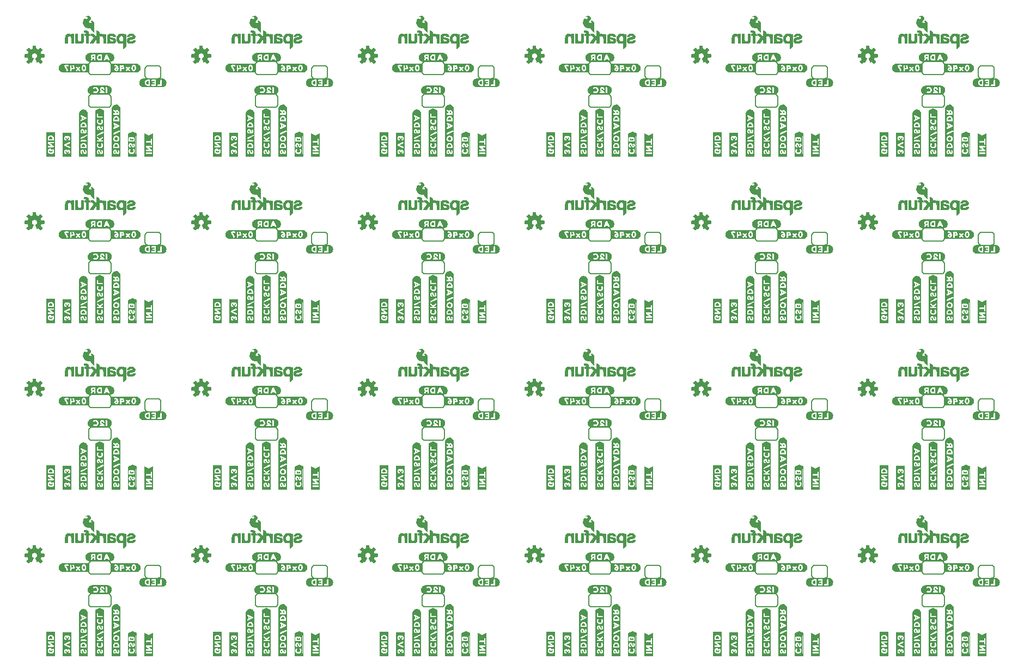
<source format=gbo>
G04 EAGLE Gerber RS-274X export*
G75*
%MOMM*%
%FSLAX34Y34*%
%LPD*%
%INSilkscreen Bottom*%
%IPPOS*%
%AMOC8*
5,1,8,0,0,1.08239X$1,22.5*%
G01*
%ADD10C,0.152400*%
%ADD11C,0.203200*%

G36*
X935951Y280219D02*
X935951Y280219D01*
X935958Y280214D01*
X936458Y280414D01*
X936473Y280438D01*
X936480Y280444D01*
X936478Y280447D01*
X936483Y280455D01*
X936489Y280460D01*
X936489Y354060D01*
X936486Y354064D01*
X936489Y354067D01*
X936389Y354763D01*
X936389Y355360D01*
X936383Y355368D01*
X936387Y355374D01*
X936187Y356074D01*
X936186Y356075D01*
X936187Y356076D01*
X935987Y356676D01*
X935984Y356677D01*
X935985Y356679D01*
X935685Y357379D01*
X935677Y357384D01*
X935678Y357391D01*
X935280Y357889D01*
X934881Y358487D01*
X934878Y358488D01*
X934878Y358491D01*
X934478Y358991D01*
X934471Y358993D01*
X934471Y358998D01*
X933971Y359398D01*
X933967Y359399D01*
X933967Y359401D01*
X933369Y359800D01*
X932871Y360198D01*
X932861Y360199D01*
X932859Y360205D01*
X932159Y360505D01*
X932156Y360505D01*
X932156Y360507D01*
X931556Y360707D01*
X931549Y360705D01*
X931547Y360709D01*
X930848Y360809D01*
X930248Y360909D01*
X930247Y360908D01*
X930247Y360909D01*
X929547Y361009D01*
X929538Y361004D01*
X929533Y361009D01*
X928833Y360909D01*
X928832Y360908D01*
X928832Y360909D01*
X928232Y360809D01*
X928229Y360805D01*
X928226Y360807D01*
X927526Y360607D01*
X927525Y360606D01*
X927524Y360607D01*
X926924Y360407D01*
X926921Y360402D01*
X926918Y360404D01*
X926318Y360104D01*
X926316Y360100D01*
X926313Y360101D01*
X925713Y359701D01*
X925712Y359698D01*
X925709Y359698D01*
X925209Y359298D01*
X925208Y359294D01*
X925205Y359295D01*
X924205Y358295D01*
X924205Y358291D01*
X924202Y358291D01*
X923802Y357791D01*
X923801Y357783D01*
X923796Y357782D01*
X923496Y357182D01*
X923497Y357175D01*
X923493Y357174D01*
X923459Y357054D01*
X923416Y356906D01*
X923402Y356857D01*
X923360Y356709D01*
X923318Y356562D01*
X923304Y356512D01*
X923294Y356478D01*
X922996Y355882D01*
X922997Y355876D01*
X922992Y355872D01*
X922995Y355869D01*
X922991Y355867D01*
X922891Y355168D01*
X922791Y354568D01*
X922794Y354563D01*
X922791Y354560D01*
X922791Y280760D01*
X922799Y280749D01*
X922794Y280742D01*
X922994Y280242D01*
X923035Y280217D01*
X923040Y280211D01*
X935940Y280211D01*
X935951Y280219D01*
G37*
G36*
X676871Y280219D02*
X676871Y280219D01*
X676878Y280214D01*
X677378Y280414D01*
X677393Y280438D01*
X677400Y280444D01*
X677398Y280447D01*
X677403Y280455D01*
X677409Y280460D01*
X677409Y354060D01*
X677406Y354064D01*
X677409Y354067D01*
X677309Y354763D01*
X677309Y355360D01*
X677303Y355368D01*
X677307Y355374D01*
X677107Y356074D01*
X677106Y356075D01*
X677107Y356076D01*
X676907Y356676D01*
X676904Y356677D01*
X676905Y356679D01*
X676605Y357379D01*
X676597Y357384D01*
X676598Y357391D01*
X676200Y357889D01*
X675801Y358487D01*
X675798Y358488D01*
X675798Y358491D01*
X675398Y358991D01*
X675391Y358993D01*
X675391Y358998D01*
X674891Y359398D01*
X674887Y359399D01*
X674887Y359401D01*
X674289Y359800D01*
X673791Y360198D01*
X673781Y360199D01*
X673779Y360205D01*
X673079Y360505D01*
X673076Y360505D01*
X673076Y360507D01*
X672476Y360707D01*
X672469Y360705D01*
X672467Y360709D01*
X671768Y360809D01*
X671168Y360909D01*
X671167Y360908D01*
X671167Y360909D01*
X670467Y361009D01*
X670458Y361004D01*
X670453Y361009D01*
X669753Y360909D01*
X669752Y360908D01*
X669752Y360909D01*
X669152Y360809D01*
X669149Y360805D01*
X669146Y360807D01*
X668446Y360607D01*
X668445Y360606D01*
X668444Y360607D01*
X667844Y360407D01*
X667841Y360402D01*
X667838Y360404D01*
X667238Y360104D01*
X667236Y360100D01*
X667233Y360101D01*
X666633Y359701D01*
X666632Y359698D01*
X666629Y359698D01*
X666129Y359298D01*
X666128Y359294D01*
X666125Y359295D01*
X665125Y358295D01*
X665125Y358291D01*
X665122Y358291D01*
X664722Y357791D01*
X664721Y357783D01*
X664716Y357782D01*
X664416Y357182D01*
X664417Y357175D01*
X664413Y357174D01*
X664379Y357054D01*
X664336Y356906D01*
X664322Y356857D01*
X664280Y356709D01*
X664238Y356562D01*
X664224Y356512D01*
X664214Y356478D01*
X663916Y355882D01*
X663917Y355876D01*
X663912Y355872D01*
X663915Y355869D01*
X663911Y355867D01*
X663811Y355168D01*
X663711Y354568D01*
X663714Y354563D01*
X663711Y354560D01*
X663711Y280760D01*
X663719Y280749D01*
X663714Y280742D01*
X663914Y280242D01*
X663955Y280217D01*
X663960Y280211D01*
X676860Y280211D01*
X676871Y280219D01*
G37*
G36*
X158711Y539299D02*
X158711Y539299D01*
X158718Y539294D01*
X159218Y539494D01*
X159233Y539518D01*
X159240Y539524D01*
X159238Y539527D01*
X159243Y539535D01*
X159249Y539540D01*
X159249Y613140D01*
X159246Y613144D01*
X159249Y613147D01*
X159149Y613843D01*
X159149Y614440D01*
X159143Y614448D01*
X159147Y614454D01*
X158947Y615154D01*
X158946Y615155D01*
X158947Y615156D01*
X158747Y615756D01*
X158744Y615757D01*
X158745Y615759D01*
X158445Y616459D01*
X158437Y616464D01*
X158438Y616471D01*
X158040Y616969D01*
X157641Y617567D01*
X157638Y617568D01*
X157638Y617571D01*
X157238Y618071D01*
X157231Y618073D01*
X157231Y618078D01*
X156731Y618478D01*
X156727Y618479D01*
X156727Y618481D01*
X156129Y618880D01*
X155631Y619278D01*
X155621Y619279D01*
X155619Y619285D01*
X154919Y619585D01*
X154916Y619585D01*
X154916Y619587D01*
X154316Y619787D01*
X154309Y619785D01*
X154307Y619789D01*
X153608Y619889D01*
X153008Y619989D01*
X153007Y619988D01*
X153007Y619989D01*
X152307Y620089D01*
X152298Y620084D01*
X152293Y620089D01*
X151593Y619989D01*
X151592Y619988D01*
X151592Y619989D01*
X150992Y619889D01*
X150989Y619885D01*
X150986Y619887D01*
X150286Y619687D01*
X150285Y619686D01*
X150284Y619687D01*
X149684Y619487D01*
X149681Y619482D01*
X149678Y619484D01*
X149078Y619184D01*
X149076Y619180D01*
X149073Y619181D01*
X148473Y618781D01*
X148472Y618778D01*
X148469Y618778D01*
X147969Y618378D01*
X147968Y618374D01*
X147965Y618375D01*
X146965Y617375D01*
X146965Y617371D01*
X146962Y617371D01*
X146562Y616871D01*
X146561Y616863D01*
X146556Y616862D01*
X146256Y616262D01*
X146257Y616255D01*
X146253Y616254D01*
X146219Y616134D01*
X146176Y615986D01*
X146162Y615937D01*
X146120Y615789D01*
X146078Y615642D01*
X146064Y615592D01*
X146054Y615558D01*
X145756Y614962D01*
X145757Y614956D01*
X145752Y614952D01*
X145755Y614949D01*
X145751Y614947D01*
X145651Y614248D01*
X145551Y613648D01*
X145554Y613643D01*
X145551Y613640D01*
X145551Y539840D01*
X145559Y539829D01*
X145554Y539822D01*
X145754Y539322D01*
X145795Y539297D01*
X145800Y539291D01*
X158700Y539291D01*
X158711Y539299D01*
G37*
G36*
X935951Y539299D02*
X935951Y539299D01*
X935958Y539294D01*
X936458Y539494D01*
X936473Y539518D01*
X936480Y539524D01*
X936478Y539527D01*
X936483Y539535D01*
X936489Y539540D01*
X936489Y613140D01*
X936486Y613144D01*
X936489Y613147D01*
X936389Y613843D01*
X936389Y614440D01*
X936383Y614448D01*
X936387Y614454D01*
X936187Y615154D01*
X936186Y615155D01*
X936187Y615156D01*
X935987Y615756D01*
X935984Y615757D01*
X935985Y615759D01*
X935685Y616459D01*
X935677Y616464D01*
X935678Y616471D01*
X935280Y616969D01*
X934881Y617567D01*
X934878Y617568D01*
X934878Y617571D01*
X934478Y618071D01*
X934471Y618073D01*
X934471Y618078D01*
X933971Y618478D01*
X933967Y618479D01*
X933967Y618481D01*
X933369Y618880D01*
X932871Y619278D01*
X932861Y619279D01*
X932859Y619285D01*
X932159Y619585D01*
X932156Y619585D01*
X932156Y619587D01*
X931556Y619787D01*
X931549Y619785D01*
X931547Y619789D01*
X930848Y619889D01*
X930248Y619989D01*
X930247Y619988D01*
X930247Y619989D01*
X929547Y620089D01*
X929538Y620084D01*
X929533Y620089D01*
X928833Y619989D01*
X928832Y619988D01*
X928832Y619989D01*
X928232Y619889D01*
X928229Y619885D01*
X928226Y619887D01*
X927526Y619687D01*
X927525Y619686D01*
X927524Y619687D01*
X926924Y619487D01*
X926921Y619482D01*
X926918Y619484D01*
X926318Y619184D01*
X926316Y619180D01*
X926313Y619181D01*
X925713Y618781D01*
X925712Y618778D01*
X925709Y618778D01*
X925209Y618378D01*
X925208Y618374D01*
X925205Y618375D01*
X924205Y617375D01*
X924205Y617371D01*
X924202Y617371D01*
X923802Y616871D01*
X923801Y616863D01*
X923796Y616862D01*
X923496Y616262D01*
X923497Y616255D01*
X923493Y616254D01*
X923459Y616134D01*
X923416Y615986D01*
X923402Y615937D01*
X923360Y615789D01*
X923318Y615642D01*
X923304Y615592D01*
X923294Y615558D01*
X922996Y614962D01*
X922997Y614956D01*
X922992Y614952D01*
X922995Y614949D01*
X922991Y614947D01*
X922891Y614248D01*
X922791Y613648D01*
X922794Y613643D01*
X922791Y613640D01*
X922791Y539840D01*
X922799Y539829D01*
X922794Y539822D01*
X922994Y539322D01*
X923035Y539297D01*
X923040Y539291D01*
X935940Y539291D01*
X935951Y539299D01*
G37*
G36*
X1195031Y539299D02*
X1195031Y539299D01*
X1195038Y539294D01*
X1195538Y539494D01*
X1195553Y539518D01*
X1195560Y539524D01*
X1195558Y539527D01*
X1195563Y539535D01*
X1195569Y539540D01*
X1195569Y613140D01*
X1195566Y613144D01*
X1195569Y613147D01*
X1195469Y613843D01*
X1195469Y614440D01*
X1195463Y614448D01*
X1195467Y614454D01*
X1195267Y615154D01*
X1195266Y615155D01*
X1195267Y615156D01*
X1195067Y615756D01*
X1195064Y615757D01*
X1195065Y615759D01*
X1194765Y616459D01*
X1194757Y616464D01*
X1194758Y616471D01*
X1194360Y616969D01*
X1193961Y617567D01*
X1193958Y617568D01*
X1193958Y617571D01*
X1193558Y618071D01*
X1193551Y618073D01*
X1193551Y618078D01*
X1193051Y618478D01*
X1193047Y618479D01*
X1193047Y618481D01*
X1192449Y618880D01*
X1191951Y619278D01*
X1191941Y619279D01*
X1191939Y619285D01*
X1191239Y619585D01*
X1191236Y619585D01*
X1191236Y619587D01*
X1190636Y619787D01*
X1190629Y619785D01*
X1190627Y619789D01*
X1189928Y619889D01*
X1189328Y619989D01*
X1189327Y619988D01*
X1189327Y619989D01*
X1188627Y620089D01*
X1188618Y620084D01*
X1188613Y620089D01*
X1187913Y619989D01*
X1187912Y619988D01*
X1187912Y619989D01*
X1187312Y619889D01*
X1187309Y619885D01*
X1187306Y619887D01*
X1186606Y619687D01*
X1186605Y619686D01*
X1186604Y619687D01*
X1186004Y619487D01*
X1186001Y619482D01*
X1185998Y619484D01*
X1185398Y619184D01*
X1185396Y619180D01*
X1185393Y619181D01*
X1184793Y618781D01*
X1184792Y618778D01*
X1184789Y618778D01*
X1184289Y618378D01*
X1184288Y618374D01*
X1184285Y618375D01*
X1183285Y617375D01*
X1183285Y617371D01*
X1183282Y617371D01*
X1182882Y616871D01*
X1182881Y616863D01*
X1182876Y616862D01*
X1182576Y616262D01*
X1182577Y616255D01*
X1182573Y616254D01*
X1182539Y616134D01*
X1182496Y615986D01*
X1182482Y615937D01*
X1182440Y615789D01*
X1182398Y615642D01*
X1182384Y615592D01*
X1182374Y615558D01*
X1182076Y614962D01*
X1182077Y614956D01*
X1182072Y614952D01*
X1182075Y614949D01*
X1182071Y614947D01*
X1181971Y614248D01*
X1181871Y613648D01*
X1181874Y613643D01*
X1181871Y613640D01*
X1181871Y539840D01*
X1181879Y539829D01*
X1181874Y539822D01*
X1182074Y539322D01*
X1182115Y539297D01*
X1182120Y539291D01*
X1195020Y539291D01*
X1195031Y539299D01*
G37*
G36*
X1454111Y21139D02*
X1454111Y21139D01*
X1454118Y21134D01*
X1454618Y21334D01*
X1454633Y21358D01*
X1454640Y21364D01*
X1454638Y21367D01*
X1454643Y21375D01*
X1454649Y21380D01*
X1454649Y94980D01*
X1454646Y94984D01*
X1454649Y94987D01*
X1454549Y95683D01*
X1454549Y96280D01*
X1454543Y96288D01*
X1454547Y96294D01*
X1454347Y96994D01*
X1454346Y96995D01*
X1454347Y96996D01*
X1454147Y97596D01*
X1454144Y97597D01*
X1454145Y97599D01*
X1453845Y98299D01*
X1453837Y98304D01*
X1453838Y98311D01*
X1453440Y98809D01*
X1453041Y99407D01*
X1453038Y99408D01*
X1453038Y99411D01*
X1452638Y99911D01*
X1452631Y99913D01*
X1452631Y99918D01*
X1452131Y100318D01*
X1452127Y100319D01*
X1452127Y100321D01*
X1451529Y100720D01*
X1451031Y101118D01*
X1451021Y101119D01*
X1451019Y101125D01*
X1450319Y101425D01*
X1450316Y101425D01*
X1450316Y101427D01*
X1449716Y101627D01*
X1449709Y101625D01*
X1449707Y101629D01*
X1449008Y101729D01*
X1448408Y101829D01*
X1448407Y101828D01*
X1448407Y101829D01*
X1447707Y101929D01*
X1447698Y101924D01*
X1447693Y101929D01*
X1446993Y101829D01*
X1446992Y101828D01*
X1446992Y101829D01*
X1446392Y101729D01*
X1446389Y101725D01*
X1446386Y101727D01*
X1445686Y101527D01*
X1445685Y101526D01*
X1445684Y101527D01*
X1445084Y101327D01*
X1445081Y101322D01*
X1445078Y101324D01*
X1444478Y101024D01*
X1444476Y101020D01*
X1444473Y101021D01*
X1443873Y100621D01*
X1443872Y100618D01*
X1443869Y100618D01*
X1443369Y100218D01*
X1443368Y100214D01*
X1443365Y100215D01*
X1442365Y99215D01*
X1442365Y99211D01*
X1442362Y99211D01*
X1441962Y98711D01*
X1441961Y98703D01*
X1441956Y98702D01*
X1441656Y98102D01*
X1441657Y98095D01*
X1441653Y98094D01*
X1441619Y97974D01*
X1441576Y97826D01*
X1441562Y97777D01*
X1441520Y97629D01*
X1441478Y97482D01*
X1441464Y97432D01*
X1441454Y97398D01*
X1441156Y96802D01*
X1441157Y96796D01*
X1441152Y96792D01*
X1441155Y96789D01*
X1441151Y96787D01*
X1441051Y96088D01*
X1440951Y95488D01*
X1440954Y95483D01*
X1440951Y95480D01*
X1440951Y21680D01*
X1440959Y21669D01*
X1440954Y21662D01*
X1441154Y21162D01*
X1441195Y21137D01*
X1441200Y21131D01*
X1454100Y21131D01*
X1454111Y21139D01*
G37*
G36*
X417791Y21139D02*
X417791Y21139D01*
X417798Y21134D01*
X418298Y21334D01*
X418313Y21358D01*
X418320Y21364D01*
X418318Y21367D01*
X418323Y21375D01*
X418329Y21380D01*
X418329Y94980D01*
X418326Y94984D01*
X418329Y94987D01*
X418229Y95683D01*
X418229Y96280D01*
X418223Y96288D01*
X418227Y96294D01*
X418027Y96994D01*
X418026Y96995D01*
X418027Y96996D01*
X417827Y97596D01*
X417824Y97597D01*
X417825Y97599D01*
X417525Y98299D01*
X417517Y98304D01*
X417518Y98311D01*
X417120Y98809D01*
X416721Y99407D01*
X416718Y99408D01*
X416718Y99411D01*
X416318Y99911D01*
X416311Y99913D01*
X416311Y99918D01*
X415811Y100318D01*
X415807Y100319D01*
X415807Y100321D01*
X415209Y100720D01*
X414711Y101118D01*
X414701Y101119D01*
X414699Y101125D01*
X413999Y101425D01*
X413996Y101425D01*
X413996Y101427D01*
X413396Y101627D01*
X413389Y101625D01*
X413387Y101629D01*
X412688Y101729D01*
X412088Y101829D01*
X412087Y101828D01*
X412087Y101829D01*
X411387Y101929D01*
X411378Y101924D01*
X411373Y101929D01*
X410673Y101829D01*
X410672Y101828D01*
X410672Y101829D01*
X410072Y101729D01*
X410069Y101725D01*
X410066Y101727D01*
X409366Y101527D01*
X409365Y101526D01*
X409364Y101527D01*
X408764Y101327D01*
X408761Y101322D01*
X408758Y101324D01*
X408158Y101024D01*
X408156Y101020D01*
X408153Y101021D01*
X407553Y100621D01*
X407552Y100618D01*
X407549Y100618D01*
X407049Y100218D01*
X407048Y100214D01*
X407045Y100215D01*
X406045Y99215D01*
X406045Y99211D01*
X406042Y99211D01*
X405642Y98711D01*
X405641Y98703D01*
X405636Y98702D01*
X405336Y98102D01*
X405337Y98095D01*
X405333Y98094D01*
X405299Y97974D01*
X405256Y97826D01*
X405242Y97777D01*
X405200Y97629D01*
X405158Y97482D01*
X405144Y97432D01*
X405134Y97398D01*
X404836Y96802D01*
X404837Y96796D01*
X404832Y96792D01*
X404835Y96789D01*
X404831Y96787D01*
X404731Y96088D01*
X404631Y95488D01*
X404634Y95483D01*
X404631Y95480D01*
X404631Y21680D01*
X404639Y21669D01*
X404634Y21662D01*
X404834Y21162D01*
X404875Y21137D01*
X404880Y21131D01*
X417780Y21131D01*
X417791Y21139D01*
G37*
G36*
X158711Y21139D02*
X158711Y21139D01*
X158718Y21134D01*
X159218Y21334D01*
X159233Y21358D01*
X159240Y21364D01*
X159238Y21367D01*
X159243Y21375D01*
X159249Y21380D01*
X159249Y94980D01*
X159246Y94984D01*
X159249Y94987D01*
X159149Y95683D01*
X159149Y96280D01*
X159143Y96288D01*
X159147Y96294D01*
X158947Y96994D01*
X158946Y96995D01*
X158947Y96996D01*
X158747Y97596D01*
X158744Y97597D01*
X158745Y97599D01*
X158445Y98299D01*
X158437Y98304D01*
X158438Y98311D01*
X158040Y98809D01*
X157641Y99407D01*
X157638Y99408D01*
X157638Y99411D01*
X157238Y99911D01*
X157231Y99913D01*
X157231Y99918D01*
X156731Y100318D01*
X156727Y100319D01*
X156727Y100321D01*
X156129Y100720D01*
X155631Y101118D01*
X155621Y101119D01*
X155619Y101125D01*
X154919Y101425D01*
X154916Y101425D01*
X154916Y101427D01*
X154316Y101627D01*
X154309Y101625D01*
X154307Y101629D01*
X153608Y101729D01*
X153008Y101829D01*
X153007Y101828D01*
X153007Y101829D01*
X152307Y101929D01*
X152298Y101924D01*
X152293Y101929D01*
X151593Y101829D01*
X151592Y101828D01*
X151592Y101829D01*
X150992Y101729D01*
X150989Y101725D01*
X150986Y101727D01*
X150286Y101527D01*
X150285Y101526D01*
X150284Y101527D01*
X149684Y101327D01*
X149681Y101322D01*
X149678Y101324D01*
X149078Y101024D01*
X149076Y101020D01*
X149073Y101021D01*
X148473Y100621D01*
X148472Y100618D01*
X148469Y100618D01*
X147969Y100218D01*
X147968Y100214D01*
X147965Y100215D01*
X146965Y99215D01*
X146965Y99211D01*
X146962Y99211D01*
X146562Y98711D01*
X146561Y98703D01*
X146556Y98702D01*
X146256Y98102D01*
X146257Y98095D01*
X146253Y98094D01*
X146219Y97974D01*
X146176Y97826D01*
X146162Y97777D01*
X146120Y97629D01*
X146078Y97482D01*
X146064Y97432D01*
X146054Y97398D01*
X145756Y96802D01*
X145757Y96796D01*
X145752Y96792D01*
X145755Y96789D01*
X145751Y96787D01*
X145651Y96088D01*
X145551Y95488D01*
X145554Y95483D01*
X145551Y95480D01*
X145551Y21680D01*
X145559Y21669D01*
X145554Y21662D01*
X145754Y21162D01*
X145795Y21137D01*
X145800Y21131D01*
X158700Y21131D01*
X158711Y21139D01*
G37*
G36*
X676871Y798379D02*
X676871Y798379D01*
X676878Y798374D01*
X677378Y798574D01*
X677393Y798598D01*
X677400Y798604D01*
X677398Y798607D01*
X677403Y798615D01*
X677409Y798620D01*
X677409Y872220D01*
X677406Y872224D01*
X677409Y872227D01*
X677309Y872923D01*
X677309Y873520D01*
X677303Y873528D01*
X677307Y873534D01*
X677107Y874234D01*
X677106Y874235D01*
X677107Y874236D01*
X676907Y874836D01*
X676904Y874837D01*
X676905Y874839D01*
X676605Y875539D01*
X676597Y875544D01*
X676598Y875551D01*
X676200Y876049D01*
X675801Y876647D01*
X675798Y876648D01*
X675798Y876651D01*
X675398Y877151D01*
X675391Y877153D01*
X675391Y877158D01*
X674891Y877558D01*
X674887Y877559D01*
X674887Y877561D01*
X674289Y877960D01*
X673791Y878358D01*
X673781Y878359D01*
X673779Y878365D01*
X673079Y878665D01*
X673076Y878665D01*
X673076Y878667D01*
X672476Y878867D01*
X672469Y878865D01*
X672467Y878869D01*
X671768Y878969D01*
X671168Y879069D01*
X671167Y879068D01*
X671167Y879069D01*
X670467Y879169D01*
X670458Y879164D01*
X670453Y879169D01*
X669753Y879069D01*
X669752Y879068D01*
X669752Y879069D01*
X669152Y878969D01*
X669149Y878965D01*
X669146Y878967D01*
X668446Y878767D01*
X668445Y878766D01*
X668444Y878767D01*
X667844Y878567D01*
X667841Y878562D01*
X667838Y878564D01*
X667238Y878264D01*
X667236Y878260D01*
X667233Y878261D01*
X666633Y877861D01*
X666632Y877858D01*
X666629Y877858D01*
X666129Y877458D01*
X666128Y877454D01*
X666125Y877455D01*
X665125Y876455D01*
X665125Y876451D01*
X665122Y876451D01*
X664722Y875951D01*
X664721Y875943D01*
X664716Y875942D01*
X664416Y875342D01*
X664417Y875335D01*
X664413Y875334D01*
X664379Y875214D01*
X664336Y875066D01*
X664322Y875017D01*
X664280Y874869D01*
X664238Y874722D01*
X664224Y874672D01*
X664214Y874638D01*
X663916Y874042D01*
X663917Y874036D01*
X663912Y874032D01*
X663915Y874029D01*
X663911Y874027D01*
X663811Y873328D01*
X663711Y872728D01*
X663714Y872723D01*
X663711Y872720D01*
X663711Y798920D01*
X663719Y798909D01*
X663714Y798902D01*
X663914Y798402D01*
X663955Y798377D01*
X663960Y798371D01*
X676860Y798371D01*
X676871Y798379D01*
G37*
G36*
X1195031Y798379D02*
X1195031Y798379D01*
X1195038Y798374D01*
X1195538Y798574D01*
X1195553Y798598D01*
X1195560Y798604D01*
X1195558Y798607D01*
X1195563Y798615D01*
X1195569Y798620D01*
X1195569Y872220D01*
X1195566Y872224D01*
X1195569Y872227D01*
X1195469Y872923D01*
X1195469Y873520D01*
X1195463Y873528D01*
X1195467Y873534D01*
X1195267Y874234D01*
X1195266Y874235D01*
X1195267Y874236D01*
X1195067Y874836D01*
X1195064Y874837D01*
X1195065Y874839D01*
X1194765Y875539D01*
X1194757Y875544D01*
X1194758Y875551D01*
X1194360Y876049D01*
X1193961Y876647D01*
X1193958Y876648D01*
X1193958Y876651D01*
X1193558Y877151D01*
X1193551Y877153D01*
X1193551Y877158D01*
X1193051Y877558D01*
X1193047Y877559D01*
X1193047Y877561D01*
X1192449Y877960D01*
X1191951Y878358D01*
X1191941Y878359D01*
X1191939Y878365D01*
X1191239Y878665D01*
X1191236Y878665D01*
X1191236Y878667D01*
X1190636Y878867D01*
X1190629Y878865D01*
X1190627Y878869D01*
X1189928Y878969D01*
X1189328Y879069D01*
X1189327Y879068D01*
X1189327Y879069D01*
X1188627Y879169D01*
X1188618Y879164D01*
X1188613Y879169D01*
X1187913Y879069D01*
X1187912Y879068D01*
X1187912Y879069D01*
X1187312Y878969D01*
X1187309Y878965D01*
X1187306Y878967D01*
X1186606Y878767D01*
X1186605Y878766D01*
X1186604Y878767D01*
X1186004Y878567D01*
X1186001Y878562D01*
X1185998Y878564D01*
X1185398Y878264D01*
X1185396Y878260D01*
X1185393Y878261D01*
X1184793Y877861D01*
X1184792Y877858D01*
X1184789Y877858D01*
X1184289Y877458D01*
X1184288Y877454D01*
X1184285Y877455D01*
X1183285Y876455D01*
X1183285Y876451D01*
X1183282Y876451D01*
X1182882Y875951D01*
X1182881Y875943D01*
X1182876Y875942D01*
X1182576Y875342D01*
X1182577Y875335D01*
X1182573Y875334D01*
X1182539Y875214D01*
X1182496Y875066D01*
X1182482Y875017D01*
X1182440Y874869D01*
X1182398Y874722D01*
X1182384Y874672D01*
X1182374Y874638D01*
X1182076Y874042D01*
X1182077Y874036D01*
X1182072Y874032D01*
X1182075Y874029D01*
X1182071Y874027D01*
X1181971Y873328D01*
X1181871Y872728D01*
X1181874Y872723D01*
X1181871Y872720D01*
X1181871Y798920D01*
X1181879Y798909D01*
X1181874Y798902D01*
X1182074Y798402D01*
X1182115Y798377D01*
X1182120Y798371D01*
X1195020Y798371D01*
X1195031Y798379D01*
G37*
G36*
X158711Y798379D02*
X158711Y798379D01*
X158718Y798374D01*
X159218Y798574D01*
X159233Y798598D01*
X159240Y798604D01*
X159238Y798607D01*
X159243Y798615D01*
X159249Y798620D01*
X159249Y872220D01*
X159246Y872224D01*
X159249Y872227D01*
X159149Y872923D01*
X159149Y873520D01*
X159143Y873528D01*
X159147Y873534D01*
X158947Y874234D01*
X158946Y874235D01*
X158947Y874236D01*
X158747Y874836D01*
X158744Y874837D01*
X158745Y874839D01*
X158445Y875539D01*
X158437Y875544D01*
X158438Y875551D01*
X158040Y876049D01*
X157641Y876647D01*
X157638Y876648D01*
X157638Y876651D01*
X157238Y877151D01*
X157231Y877153D01*
X157231Y877158D01*
X156731Y877558D01*
X156727Y877559D01*
X156727Y877561D01*
X156129Y877960D01*
X155631Y878358D01*
X155621Y878359D01*
X155619Y878365D01*
X154919Y878665D01*
X154916Y878665D01*
X154916Y878667D01*
X154316Y878867D01*
X154309Y878865D01*
X154307Y878869D01*
X153608Y878969D01*
X153008Y879069D01*
X153007Y879068D01*
X153007Y879069D01*
X152307Y879169D01*
X152298Y879164D01*
X152293Y879169D01*
X151593Y879069D01*
X151592Y879068D01*
X151592Y879069D01*
X150992Y878969D01*
X150989Y878965D01*
X150986Y878967D01*
X150286Y878767D01*
X150285Y878766D01*
X150284Y878767D01*
X149684Y878567D01*
X149681Y878562D01*
X149678Y878564D01*
X149078Y878264D01*
X149076Y878260D01*
X149073Y878261D01*
X148473Y877861D01*
X148472Y877858D01*
X148469Y877858D01*
X147969Y877458D01*
X147968Y877454D01*
X147965Y877455D01*
X146965Y876455D01*
X146965Y876451D01*
X146962Y876451D01*
X146562Y875951D01*
X146561Y875943D01*
X146556Y875942D01*
X146256Y875342D01*
X146257Y875335D01*
X146253Y875334D01*
X146219Y875214D01*
X146176Y875066D01*
X146162Y875017D01*
X146120Y874869D01*
X146078Y874722D01*
X146064Y874672D01*
X146054Y874638D01*
X145756Y874042D01*
X145757Y874036D01*
X145752Y874032D01*
X145755Y874029D01*
X145751Y874027D01*
X145651Y873328D01*
X145551Y872728D01*
X145554Y872723D01*
X145551Y872720D01*
X145551Y798920D01*
X145559Y798909D01*
X145554Y798902D01*
X145754Y798402D01*
X145795Y798377D01*
X145800Y798371D01*
X158700Y798371D01*
X158711Y798379D01*
G37*
G36*
X935951Y798379D02*
X935951Y798379D01*
X935958Y798374D01*
X936458Y798574D01*
X936473Y798598D01*
X936480Y798604D01*
X936478Y798607D01*
X936483Y798615D01*
X936489Y798620D01*
X936489Y872220D01*
X936486Y872224D01*
X936489Y872227D01*
X936389Y872923D01*
X936389Y873520D01*
X936383Y873528D01*
X936387Y873534D01*
X936187Y874234D01*
X936186Y874235D01*
X936187Y874236D01*
X935987Y874836D01*
X935984Y874837D01*
X935985Y874839D01*
X935685Y875539D01*
X935677Y875544D01*
X935678Y875551D01*
X935280Y876049D01*
X934881Y876647D01*
X934878Y876648D01*
X934878Y876651D01*
X934478Y877151D01*
X934471Y877153D01*
X934471Y877158D01*
X933971Y877558D01*
X933967Y877559D01*
X933967Y877561D01*
X933369Y877960D01*
X932871Y878358D01*
X932861Y878359D01*
X932859Y878365D01*
X932159Y878665D01*
X932156Y878665D01*
X932156Y878667D01*
X931556Y878867D01*
X931549Y878865D01*
X931547Y878869D01*
X930848Y878969D01*
X930248Y879069D01*
X930247Y879068D01*
X930247Y879069D01*
X929547Y879169D01*
X929538Y879164D01*
X929533Y879169D01*
X928833Y879069D01*
X928832Y879068D01*
X928832Y879069D01*
X928232Y878969D01*
X928229Y878965D01*
X928226Y878967D01*
X927526Y878767D01*
X927525Y878766D01*
X927524Y878767D01*
X926924Y878567D01*
X926921Y878562D01*
X926918Y878564D01*
X926318Y878264D01*
X926316Y878260D01*
X926313Y878261D01*
X925713Y877861D01*
X925712Y877858D01*
X925709Y877858D01*
X925209Y877458D01*
X925208Y877454D01*
X925205Y877455D01*
X924205Y876455D01*
X924205Y876451D01*
X924202Y876451D01*
X923802Y875951D01*
X923801Y875943D01*
X923796Y875942D01*
X923496Y875342D01*
X923497Y875335D01*
X923493Y875334D01*
X923459Y875214D01*
X923416Y875066D01*
X923402Y875017D01*
X923360Y874869D01*
X923318Y874722D01*
X923304Y874672D01*
X923294Y874638D01*
X922996Y874042D01*
X922997Y874036D01*
X922992Y874032D01*
X922995Y874029D01*
X922991Y874027D01*
X922891Y873328D01*
X922791Y872728D01*
X922794Y872723D01*
X922791Y872720D01*
X922791Y798920D01*
X922799Y798909D01*
X922794Y798902D01*
X922994Y798402D01*
X923035Y798377D01*
X923040Y798371D01*
X935940Y798371D01*
X935951Y798379D01*
G37*
G36*
X1454111Y798379D02*
X1454111Y798379D01*
X1454118Y798374D01*
X1454618Y798574D01*
X1454633Y798598D01*
X1454640Y798604D01*
X1454638Y798607D01*
X1454643Y798615D01*
X1454649Y798620D01*
X1454649Y872220D01*
X1454646Y872224D01*
X1454649Y872227D01*
X1454549Y872923D01*
X1454549Y873520D01*
X1454543Y873528D01*
X1454547Y873534D01*
X1454347Y874234D01*
X1454346Y874235D01*
X1454347Y874236D01*
X1454147Y874836D01*
X1454144Y874837D01*
X1454145Y874839D01*
X1453845Y875539D01*
X1453837Y875544D01*
X1453838Y875551D01*
X1453440Y876049D01*
X1453041Y876647D01*
X1453038Y876648D01*
X1453038Y876651D01*
X1452638Y877151D01*
X1452631Y877153D01*
X1452631Y877158D01*
X1452131Y877558D01*
X1452127Y877559D01*
X1452127Y877561D01*
X1451529Y877960D01*
X1451031Y878358D01*
X1451021Y878359D01*
X1451019Y878365D01*
X1450319Y878665D01*
X1450316Y878665D01*
X1450316Y878667D01*
X1449716Y878867D01*
X1449709Y878865D01*
X1449707Y878869D01*
X1449008Y878969D01*
X1448408Y879069D01*
X1448407Y879068D01*
X1448407Y879069D01*
X1447707Y879169D01*
X1447698Y879164D01*
X1447693Y879169D01*
X1446993Y879069D01*
X1446992Y879068D01*
X1446992Y879069D01*
X1446392Y878969D01*
X1446389Y878965D01*
X1446386Y878967D01*
X1445686Y878767D01*
X1445685Y878766D01*
X1445684Y878767D01*
X1445084Y878567D01*
X1445081Y878562D01*
X1445078Y878564D01*
X1444478Y878264D01*
X1444476Y878260D01*
X1444473Y878261D01*
X1443873Y877861D01*
X1443872Y877858D01*
X1443869Y877858D01*
X1443369Y877458D01*
X1443368Y877454D01*
X1443365Y877455D01*
X1442365Y876455D01*
X1442365Y876451D01*
X1442362Y876451D01*
X1441962Y875951D01*
X1441961Y875943D01*
X1441956Y875942D01*
X1441656Y875342D01*
X1441657Y875335D01*
X1441653Y875334D01*
X1441619Y875214D01*
X1441576Y875066D01*
X1441562Y875017D01*
X1441520Y874869D01*
X1441478Y874722D01*
X1441464Y874672D01*
X1441454Y874638D01*
X1441156Y874042D01*
X1441157Y874036D01*
X1441152Y874032D01*
X1441155Y874029D01*
X1441151Y874027D01*
X1441051Y873328D01*
X1440951Y872728D01*
X1440954Y872723D01*
X1440951Y872720D01*
X1440951Y798920D01*
X1440959Y798909D01*
X1440954Y798902D01*
X1441154Y798402D01*
X1441195Y798377D01*
X1441200Y798371D01*
X1454100Y798371D01*
X1454111Y798379D01*
G37*
G36*
X417791Y798379D02*
X417791Y798379D01*
X417798Y798374D01*
X418298Y798574D01*
X418313Y798598D01*
X418320Y798604D01*
X418318Y798607D01*
X418323Y798615D01*
X418329Y798620D01*
X418329Y872220D01*
X418326Y872224D01*
X418329Y872227D01*
X418229Y872923D01*
X418229Y873520D01*
X418223Y873528D01*
X418227Y873534D01*
X418027Y874234D01*
X418026Y874235D01*
X418027Y874236D01*
X417827Y874836D01*
X417824Y874837D01*
X417825Y874839D01*
X417525Y875539D01*
X417517Y875544D01*
X417518Y875551D01*
X417120Y876049D01*
X416721Y876647D01*
X416718Y876648D01*
X416718Y876651D01*
X416318Y877151D01*
X416311Y877153D01*
X416311Y877158D01*
X415811Y877558D01*
X415807Y877559D01*
X415807Y877561D01*
X415209Y877960D01*
X414711Y878358D01*
X414701Y878359D01*
X414699Y878365D01*
X413999Y878665D01*
X413996Y878665D01*
X413996Y878667D01*
X413396Y878867D01*
X413389Y878865D01*
X413387Y878869D01*
X412688Y878969D01*
X412088Y879069D01*
X412087Y879068D01*
X412087Y879069D01*
X411387Y879169D01*
X411378Y879164D01*
X411373Y879169D01*
X410673Y879069D01*
X410672Y879068D01*
X410672Y879069D01*
X410072Y878969D01*
X410069Y878965D01*
X410066Y878967D01*
X409366Y878767D01*
X409365Y878766D01*
X409364Y878767D01*
X408764Y878567D01*
X408761Y878562D01*
X408758Y878564D01*
X408158Y878264D01*
X408156Y878260D01*
X408153Y878261D01*
X407553Y877861D01*
X407552Y877858D01*
X407549Y877858D01*
X407049Y877458D01*
X407048Y877454D01*
X407045Y877455D01*
X406045Y876455D01*
X406045Y876451D01*
X406042Y876451D01*
X405642Y875951D01*
X405641Y875943D01*
X405636Y875942D01*
X405336Y875342D01*
X405337Y875335D01*
X405333Y875334D01*
X405299Y875214D01*
X405256Y875066D01*
X405242Y875017D01*
X405200Y874869D01*
X405158Y874722D01*
X405144Y874672D01*
X405134Y874638D01*
X404836Y874042D01*
X404837Y874036D01*
X404832Y874032D01*
X404835Y874029D01*
X404831Y874027D01*
X404731Y873328D01*
X404631Y872728D01*
X404634Y872723D01*
X404631Y872720D01*
X404631Y798920D01*
X404639Y798909D01*
X404634Y798902D01*
X404834Y798402D01*
X404875Y798377D01*
X404880Y798371D01*
X417780Y798371D01*
X417791Y798379D01*
G37*
G36*
X1454111Y280219D02*
X1454111Y280219D01*
X1454118Y280214D01*
X1454618Y280414D01*
X1454633Y280438D01*
X1454640Y280444D01*
X1454638Y280447D01*
X1454643Y280455D01*
X1454649Y280460D01*
X1454649Y354060D01*
X1454646Y354064D01*
X1454649Y354067D01*
X1454549Y354763D01*
X1454549Y355360D01*
X1454543Y355368D01*
X1454547Y355374D01*
X1454347Y356074D01*
X1454346Y356075D01*
X1454347Y356076D01*
X1454147Y356676D01*
X1454144Y356677D01*
X1454145Y356679D01*
X1453845Y357379D01*
X1453837Y357384D01*
X1453838Y357391D01*
X1453440Y357889D01*
X1453041Y358487D01*
X1453038Y358488D01*
X1453038Y358491D01*
X1452638Y358991D01*
X1452631Y358993D01*
X1452631Y358998D01*
X1452131Y359398D01*
X1452127Y359399D01*
X1452127Y359401D01*
X1451529Y359800D01*
X1451031Y360198D01*
X1451021Y360199D01*
X1451019Y360205D01*
X1450319Y360505D01*
X1450316Y360505D01*
X1450316Y360507D01*
X1449716Y360707D01*
X1449709Y360705D01*
X1449707Y360709D01*
X1449008Y360809D01*
X1448408Y360909D01*
X1448407Y360908D01*
X1448407Y360909D01*
X1447707Y361009D01*
X1447698Y361004D01*
X1447693Y361009D01*
X1446993Y360909D01*
X1446992Y360908D01*
X1446992Y360909D01*
X1446392Y360809D01*
X1446389Y360805D01*
X1446386Y360807D01*
X1445686Y360607D01*
X1445685Y360606D01*
X1445684Y360607D01*
X1445084Y360407D01*
X1445081Y360402D01*
X1445078Y360404D01*
X1444478Y360104D01*
X1444476Y360100D01*
X1444473Y360101D01*
X1443873Y359701D01*
X1443872Y359698D01*
X1443869Y359698D01*
X1443369Y359298D01*
X1443368Y359294D01*
X1443365Y359295D01*
X1442365Y358295D01*
X1442365Y358291D01*
X1442362Y358291D01*
X1441962Y357791D01*
X1441961Y357783D01*
X1441956Y357782D01*
X1441656Y357182D01*
X1441657Y357175D01*
X1441653Y357174D01*
X1441619Y357054D01*
X1441576Y356906D01*
X1441562Y356857D01*
X1441520Y356709D01*
X1441478Y356562D01*
X1441464Y356512D01*
X1441454Y356478D01*
X1441156Y355882D01*
X1441157Y355876D01*
X1441152Y355872D01*
X1441155Y355869D01*
X1441151Y355867D01*
X1441051Y355168D01*
X1440951Y354568D01*
X1440954Y354563D01*
X1440951Y354560D01*
X1440951Y280760D01*
X1440959Y280749D01*
X1440954Y280742D01*
X1441154Y280242D01*
X1441195Y280217D01*
X1441200Y280211D01*
X1454100Y280211D01*
X1454111Y280219D01*
G37*
G36*
X417791Y280219D02*
X417791Y280219D01*
X417798Y280214D01*
X418298Y280414D01*
X418313Y280438D01*
X418320Y280444D01*
X418318Y280447D01*
X418323Y280455D01*
X418329Y280460D01*
X418329Y354060D01*
X418326Y354064D01*
X418329Y354067D01*
X418229Y354763D01*
X418229Y355360D01*
X418223Y355368D01*
X418227Y355374D01*
X418027Y356074D01*
X418026Y356075D01*
X418027Y356076D01*
X417827Y356676D01*
X417824Y356677D01*
X417825Y356679D01*
X417525Y357379D01*
X417517Y357384D01*
X417518Y357391D01*
X417120Y357889D01*
X416721Y358487D01*
X416718Y358488D01*
X416718Y358491D01*
X416318Y358991D01*
X416311Y358993D01*
X416311Y358998D01*
X415811Y359398D01*
X415807Y359399D01*
X415807Y359401D01*
X415209Y359800D01*
X414711Y360198D01*
X414701Y360199D01*
X414699Y360205D01*
X413999Y360505D01*
X413996Y360505D01*
X413996Y360507D01*
X413396Y360707D01*
X413389Y360705D01*
X413387Y360709D01*
X412688Y360809D01*
X412088Y360909D01*
X412087Y360908D01*
X412087Y360909D01*
X411387Y361009D01*
X411378Y361004D01*
X411373Y361009D01*
X410673Y360909D01*
X410672Y360908D01*
X410672Y360909D01*
X410072Y360809D01*
X410069Y360805D01*
X410066Y360807D01*
X409366Y360607D01*
X409365Y360606D01*
X409364Y360607D01*
X408764Y360407D01*
X408761Y360402D01*
X408758Y360404D01*
X408158Y360104D01*
X408156Y360100D01*
X408153Y360101D01*
X407553Y359701D01*
X407552Y359698D01*
X407549Y359698D01*
X407049Y359298D01*
X407048Y359294D01*
X407045Y359295D01*
X406045Y358295D01*
X406045Y358291D01*
X406042Y358291D01*
X405642Y357791D01*
X405641Y357783D01*
X405636Y357782D01*
X405336Y357182D01*
X405337Y357175D01*
X405333Y357174D01*
X405299Y357054D01*
X405256Y356906D01*
X405242Y356857D01*
X405200Y356709D01*
X405158Y356562D01*
X405144Y356512D01*
X405134Y356478D01*
X404836Y355882D01*
X404837Y355876D01*
X404832Y355872D01*
X404835Y355869D01*
X404831Y355867D01*
X404731Y355168D01*
X404631Y354568D01*
X404634Y354563D01*
X404631Y354560D01*
X404631Y280760D01*
X404639Y280749D01*
X404634Y280742D01*
X404834Y280242D01*
X404875Y280217D01*
X404880Y280211D01*
X417780Y280211D01*
X417791Y280219D01*
G37*
G36*
X158711Y280219D02*
X158711Y280219D01*
X158718Y280214D01*
X159218Y280414D01*
X159233Y280438D01*
X159240Y280444D01*
X159238Y280447D01*
X159243Y280455D01*
X159249Y280460D01*
X159249Y354060D01*
X159246Y354064D01*
X159249Y354067D01*
X159149Y354763D01*
X159149Y355360D01*
X159143Y355368D01*
X159147Y355374D01*
X158947Y356074D01*
X158946Y356075D01*
X158947Y356076D01*
X158747Y356676D01*
X158744Y356677D01*
X158745Y356679D01*
X158445Y357379D01*
X158437Y357384D01*
X158438Y357391D01*
X158040Y357889D01*
X157641Y358487D01*
X157638Y358488D01*
X157638Y358491D01*
X157238Y358991D01*
X157231Y358993D01*
X157231Y358998D01*
X156731Y359398D01*
X156727Y359399D01*
X156727Y359401D01*
X156129Y359800D01*
X155631Y360198D01*
X155621Y360199D01*
X155619Y360205D01*
X154919Y360505D01*
X154916Y360505D01*
X154916Y360507D01*
X154316Y360707D01*
X154309Y360705D01*
X154307Y360709D01*
X153608Y360809D01*
X153008Y360909D01*
X153007Y360908D01*
X153007Y360909D01*
X152307Y361009D01*
X152298Y361004D01*
X152293Y361009D01*
X151593Y360909D01*
X151592Y360908D01*
X151592Y360909D01*
X150992Y360809D01*
X150989Y360805D01*
X150986Y360807D01*
X150286Y360607D01*
X150285Y360606D01*
X150284Y360607D01*
X149684Y360407D01*
X149681Y360402D01*
X149678Y360404D01*
X149078Y360104D01*
X149076Y360100D01*
X149073Y360101D01*
X148473Y359701D01*
X148472Y359698D01*
X148469Y359698D01*
X147969Y359298D01*
X147968Y359294D01*
X147965Y359295D01*
X146965Y358295D01*
X146965Y358291D01*
X146962Y358291D01*
X146562Y357791D01*
X146561Y357783D01*
X146556Y357782D01*
X146256Y357182D01*
X146257Y357175D01*
X146253Y357174D01*
X146219Y357054D01*
X146176Y356906D01*
X146162Y356857D01*
X146120Y356709D01*
X146078Y356562D01*
X146064Y356512D01*
X146054Y356478D01*
X145756Y355882D01*
X145757Y355876D01*
X145752Y355872D01*
X145755Y355869D01*
X145751Y355867D01*
X145651Y355168D01*
X145551Y354568D01*
X145554Y354563D01*
X145551Y354560D01*
X145551Y280760D01*
X145559Y280749D01*
X145554Y280742D01*
X145754Y280242D01*
X145795Y280217D01*
X145800Y280211D01*
X158700Y280211D01*
X158711Y280219D01*
G37*
G36*
X1195031Y280219D02*
X1195031Y280219D01*
X1195038Y280214D01*
X1195538Y280414D01*
X1195553Y280438D01*
X1195560Y280444D01*
X1195558Y280447D01*
X1195563Y280455D01*
X1195569Y280460D01*
X1195569Y354060D01*
X1195566Y354064D01*
X1195569Y354067D01*
X1195469Y354763D01*
X1195469Y355360D01*
X1195463Y355368D01*
X1195467Y355374D01*
X1195267Y356074D01*
X1195266Y356075D01*
X1195267Y356076D01*
X1195067Y356676D01*
X1195064Y356677D01*
X1195065Y356679D01*
X1194765Y357379D01*
X1194757Y357384D01*
X1194758Y357391D01*
X1194360Y357889D01*
X1193961Y358487D01*
X1193958Y358488D01*
X1193958Y358491D01*
X1193558Y358991D01*
X1193551Y358993D01*
X1193551Y358998D01*
X1193051Y359398D01*
X1193047Y359399D01*
X1193047Y359401D01*
X1192449Y359800D01*
X1191951Y360198D01*
X1191941Y360199D01*
X1191939Y360205D01*
X1191239Y360505D01*
X1191236Y360505D01*
X1191236Y360507D01*
X1190636Y360707D01*
X1190629Y360705D01*
X1190627Y360709D01*
X1189928Y360809D01*
X1189328Y360909D01*
X1189327Y360908D01*
X1189327Y360909D01*
X1188627Y361009D01*
X1188618Y361004D01*
X1188613Y361009D01*
X1187913Y360909D01*
X1187912Y360908D01*
X1187912Y360909D01*
X1187312Y360809D01*
X1187309Y360805D01*
X1187306Y360807D01*
X1186606Y360607D01*
X1186605Y360606D01*
X1186604Y360607D01*
X1186004Y360407D01*
X1186001Y360402D01*
X1185998Y360404D01*
X1185398Y360104D01*
X1185396Y360100D01*
X1185393Y360101D01*
X1184793Y359701D01*
X1184792Y359698D01*
X1184789Y359698D01*
X1184289Y359298D01*
X1184288Y359294D01*
X1184285Y359295D01*
X1183285Y358295D01*
X1183285Y358291D01*
X1183282Y358291D01*
X1182882Y357791D01*
X1182881Y357783D01*
X1182876Y357782D01*
X1182576Y357182D01*
X1182577Y357175D01*
X1182573Y357174D01*
X1182539Y357054D01*
X1182496Y356906D01*
X1182482Y356857D01*
X1182440Y356709D01*
X1182398Y356562D01*
X1182384Y356512D01*
X1182374Y356478D01*
X1182076Y355882D01*
X1182077Y355876D01*
X1182072Y355872D01*
X1182075Y355869D01*
X1182071Y355867D01*
X1181971Y355168D01*
X1181871Y354568D01*
X1181874Y354563D01*
X1181871Y354560D01*
X1181871Y280760D01*
X1181879Y280749D01*
X1181874Y280742D01*
X1182074Y280242D01*
X1182115Y280217D01*
X1182120Y280211D01*
X1195020Y280211D01*
X1195031Y280219D01*
G37*
G36*
X417791Y539299D02*
X417791Y539299D01*
X417798Y539294D01*
X418298Y539494D01*
X418313Y539518D01*
X418320Y539524D01*
X418318Y539527D01*
X418323Y539535D01*
X418329Y539540D01*
X418329Y613140D01*
X418326Y613144D01*
X418329Y613147D01*
X418229Y613843D01*
X418229Y614440D01*
X418223Y614448D01*
X418227Y614454D01*
X418027Y615154D01*
X418026Y615155D01*
X418027Y615156D01*
X417827Y615756D01*
X417824Y615757D01*
X417825Y615759D01*
X417525Y616459D01*
X417517Y616464D01*
X417518Y616471D01*
X417120Y616969D01*
X416721Y617567D01*
X416718Y617568D01*
X416718Y617571D01*
X416318Y618071D01*
X416311Y618073D01*
X416311Y618078D01*
X415811Y618478D01*
X415807Y618479D01*
X415807Y618481D01*
X415209Y618880D01*
X414711Y619278D01*
X414701Y619279D01*
X414699Y619285D01*
X413999Y619585D01*
X413996Y619585D01*
X413996Y619587D01*
X413396Y619787D01*
X413389Y619785D01*
X413387Y619789D01*
X412688Y619889D01*
X412088Y619989D01*
X412087Y619988D01*
X412087Y619989D01*
X411387Y620089D01*
X411378Y620084D01*
X411373Y620089D01*
X410673Y619989D01*
X410672Y619988D01*
X410672Y619989D01*
X410072Y619889D01*
X410069Y619885D01*
X410066Y619887D01*
X409366Y619687D01*
X409365Y619686D01*
X409364Y619687D01*
X408764Y619487D01*
X408761Y619482D01*
X408758Y619484D01*
X408158Y619184D01*
X408156Y619180D01*
X408153Y619181D01*
X407553Y618781D01*
X407552Y618778D01*
X407549Y618778D01*
X407049Y618378D01*
X407048Y618374D01*
X407045Y618375D01*
X406045Y617375D01*
X406045Y617371D01*
X406042Y617371D01*
X405642Y616871D01*
X405641Y616863D01*
X405636Y616862D01*
X405336Y616262D01*
X405337Y616255D01*
X405333Y616254D01*
X405299Y616134D01*
X405256Y615986D01*
X405242Y615937D01*
X405200Y615789D01*
X405158Y615642D01*
X405144Y615592D01*
X405134Y615558D01*
X404836Y614962D01*
X404837Y614956D01*
X404832Y614952D01*
X404835Y614949D01*
X404831Y614947D01*
X404731Y614248D01*
X404631Y613648D01*
X404634Y613643D01*
X404631Y613640D01*
X404631Y539840D01*
X404639Y539829D01*
X404634Y539822D01*
X404834Y539322D01*
X404875Y539297D01*
X404880Y539291D01*
X417780Y539291D01*
X417791Y539299D01*
G37*
G36*
X676871Y539299D02*
X676871Y539299D01*
X676878Y539294D01*
X677378Y539494D01*
X677393Y539518D01*
X677400Y539524D01*
X677398Y539527D01*
X677403Y539535D01*
X677409Y539540D01*
X677409Y613140D01*
X677406Y613144D01*
X677409Y613147D01*
X677309Y613843D01*
X677309Y614440D01*
X677303Y614448D01*
X677307Y614454D01*
X677107Y615154D01*
X677106Y615155D01*
X677107Y615156D01*
X676907Y615756D01*
X676904Y615757D01*
X676905Y615759D01*
X676605Y616459D01*
X676597Y616464D01*
X676598Y616471D01*
X676200Y616969D01*
X675801Y617567D01*
X675798Y617568D01*
X675798Y617571D01*
X675398Y618071D01*
X675391Y618073D01*
X675391Y618078D01*
X674891Y618478D01*
X674887Y618479D01*
X674887Y618481D01*
X674289Y618880D01*
X673791Y619278D01*
X673781Y619279D01*
X673779Y619285D01*
X673079Y619585D01*
X673076Y619585D01*
X673076Y619587D01*
X672476Y619787D01*
X672469Y619785D01*
X672467Y619789D01*
X671768Y619889D01*
X671168Y619989D01*
X671167Y619988D01*
X671167Y619989D01*
X670467Y620089D01*
X670458Y620084D01*
X670453Y620089D01*
X669753Y619989D01*
X669752Y619988D01*
X669752Y619989D01*
X669152Y619889D01*
X669149Y619885D01*
X669146Y619887D01*
X668446Y619687D01*
X668445Y619686D01*
X668444Y619687D01*
X667844Y619487D01*
X667841Y619482D01*
X667838Y619484D01*
X667238Y619184D01*
X667236Y619180D01*
X667233Y619181D01*
X666633Y618781D01*
X666632Y618778D01*
X666629Y618778D01*
X666129Y618378D01*
X666128Y618374D01*
X666125Y618375D01*
X665125Y617375D01*
X665125Y617371D01*
X665122Y617371D01*
X664722Y616871D01*
X664721Y616863D01*
X664716Y616862D01*
X664416Y616262D01*
X664417Y616255D01*
X664413Y616254D01*
X664379Y616134D01*
X664336Y615986D01*
X664322Y615937D01*
X664280Y615789D01*
X664238Y615642D01*
X664224Y615592D01*
X664214Y615558D01*
X663916Y614962D01*
X663917Y614956D01*
X663912Y614952D01*
X663915Y614949D01*
X663911Y614947D01*
X663811Y614248D01*
X663711Y613648D01*
X663714Y613643D01*
X663711Y613640D01*
X663711Y539840D01*
X663719Y539829D01*
X663714Y539822D01*
X663914Y539322D01*
X663955Y539297D01*
X663960Y539291D01*
X676860Y539291D01*
X676871Y539299D01*
G37*
G36*
X1454111Y539299D02*
X1454111Y539299D01*
X1454118Y539294D01*
X1454618Y539494D01*
X1454633Y539518D01*
X1454640Y539524D01*
X1454638Y539527D01*
X1454643Y539535D01*
X1454649Y539540D01*
X1454649Y613140D01*
X1454646Y613144D01*
X1454649Y613147D01*
X1454549Y613843D01*
X1454549Y614440D01*
X1454543Y614448D01*
X1454547Y614454D01*
X1454347Y615154D01*
X1454346Y615155D01*
X1454347Y615156D01*
X1454147Y615756D01*
X1454144Y615757D01*
X1454145Y615759D01*
X1453845Y616459D01*
X1453837Y616464D01*
X1453838Y616471D01*
X1453440Y616969D01*
X1453041Y617567D01*
X1453038Y617568D01*
X1453038Y617571D01*
X1452638Y618071D01*
X1452631Y618073D01*
X1452631Y618078D01*
X1452131Y618478D01*
X1452127Y618479D01*
X1452127Y618481D01*
X1451529Y618880D01*
X1451031Y619278D01*
X1451021Y619279D01*
X1451019Y619285D01*
X1450319Y619585D01*
X1450316Y619585D01*
X1450316Y619587D01*
X1449716Y619787D01*
X1449709Y619785D01*
X1449707Y619789D01*
X1449008Y619889D01*
X1448408Y619989D01*
X1448407Y619988D01*
X1448407Y619989D01*
X1447707Y620089D01*
X1447698Y620084D01*
X1447693Y620089D01*
X1446993Y619989D01*
X1446992Y619988D01*
X1446992Y619989D01*
X1446392Y619889D01*
X1446389Y619885D01*
X1446386Y619887D01*
X1445686Y619687D01*
X1445685Y619686D01*
X1445684Y619687D01*
X1445084Y619487D01*
X1445081Y619482D01*
X1445078Y619484D01*
X1444478Y619184D01*
X1444476Y619180D01*
X1444473Y619181D01*
X1443873Y618781D01*
X1443872Y618778D01*
X1443869Y618778D01*
X1443369Y618378D01*
X1443368Y618374D01*
X1443365Y618375D01*
X1442365Y617375D01*
X1442365Y617371D01*
X1442362Y617371D01*
X1441962Y616871D01*
X1441961Y616863D01*
X1441956Y616862D01*
X1441656Y616262D01*
X1441657Y616255D01*
X1441653Y616254D01*
X1441619Y616134D01*
X1441576Y615986D01*
X1441562Y615937D01*
X1441520Y615789D01*
X1441478Y615642D01*
X1441464Y615592D01*
X1441454Y615558D01*
X1441156Y614962D01*
X1441157Y614956D01*
X1441152Y614952D01*
X1441155Y614949D01*
X1441151Y614947D01*
X1441051Y614248D01*
X1440951Y613648D01*
X1440954Y613643D01*
X1440951Y613640D01*
X1440951Y539840D01*
X1440959Y539829D01*
X1440954Y539822D01*
X1441154Y539322D01*
X1441195Y539297D01*
X1441200Y539291D01*
X1454100Y539291D01*
X1454111Y539299D01*
G37*
G36*
X676871Y21139D02*
X676871Y21139D01*
X676878Y21134D01*
X677378Y21334D01*
X677393Y21358D01*
X677400Y21364D01*
X677398Y21367D01*
X677403Y21375D01*
X677409Y21380D01*
X677409Y94980D01*
X677406Y94984D01*
X677409Y94987D01*
X677309Y95683D01*
X677309Y96280D01*
X677303Y96288D01*
X677307Y96294D01*
X677107Y96994D01*
X677106Y96995D01*
X677107Y96996D01*
X676907Y97596D01*
X676904Y97597D01*
X676905Y97599D01*
X676605Y98299D01*
X676597Y98304D01*
X676598Y98311D01*
X676200Y98809D01*
X675801Y99407D01*
X675798Y99408D01*
X675798Y99411D01*
X675398Y99911D01*
X675391Y99913D01*
X675391Y99918D01*
X674891Y100318D01*
X674887Y100319D01*
X674887Y100321D01*
X674289Y100720D01*
X673791Y101118D01*
X673781Y101119D01*
X673779Y101125D01*
X673079Y101425D01*
X673076Y101425D01*
X673076Y101427D01*
X672476Y101627D01*
X672469Y101625D01*
X672467Y101629D01*
X671768Y101729D01*
X671168Y101829D01*
X671167Y101828D01*
X671167Y101829D01*
X670467Y101929D01*
X670458Y101924D01*
X670453Y101929D01*
X669753Y101829D01*
X669752Y101828D01*
X669752Y101829D01*
X669152Y101729D01*
X669149Y101725D01*
X669146Y101727D01*
X668446Y101527D01*
X668445Y101526D01*
X668444Y101527D01*
X667844Y101327D01*
X667841Y101322D01*
X667838Y101324D01*
X667238Y101024D01*
X667236Y101020D01*
X667233Y101021D01*
X666633Y100621D01*
X666632Y100618D01*
X666629Y100618D01*
X666129Y100218D01*
X666128Y100214D01*
X666125Y100215D01*
X665125Y99215D01*
X665125Y99211D01*
X665122Y99211D01*
X664722Y98711D01*
X664721Y98703D01*
X664716Y98702D01*
X664416Y98102D01*
X664417Y98095D01*
X664413Y98094D01*
X664379Y97974D01*
X664336Y97826D01*
X664322Y97777D01*
X664280Y97629D01*
X664238Y97482D01*
X664224Y97432D01*
X664214Y97398D01*
X663916Y96802D01*
X663917Y96796D01*
X663912Y96792D01*
X663915Y96789D01*
X663911Y96787D01*
X663811Y96088D01*
X663711Y95488D01*
X663714Y95483D01*
X663711Y95480D01*
X663711Y21680D01*
X663719Y21669D01*
X663714Y21662D01*
X663914Y21162D01*
X663955Y21137D01*
X663960Y21131D01*
X676860Y21131D01*
X676871Y21139D01*
G37*
G36*
X935951Y21139D02*
X935951Y21139D01*
X935958Y21134D01*
X936458Y21334D01*
X936473Y21358D01*
X936480Y21364D01*
X936478Y21367D01*
X936483Y21375D01*
X936489Y21380D01*
X936489Y94980D01*
X936486Y94984D01*
X936489Y94987D01*
X936389Y95683D01*
X936389Y96280D01*
X936383Y96288D01*
X936387Y96294D01*
X936187Y96994D01*
X936186Y96995D01*
X936187Y96996D01*
X935987Y97596D01*
X935984Y97597D01*
X935985Y97599D01*
X935685Y98299D01*
X935677Y98304D01*
X935678Y98311D01*
X935280Y98809D01*
X934881Y99407D01*
X934878Y99408D01*
X934878Y99411D01*
X934478Y99911D01*
X934471Y99913D01*
X934471Y99918D01*
X933971Y100318D01*
X933967Y100319D01*
X933967Y100321D01*
X933369Y100720D01*
X932871Y101118D01*
X932861Y101119D01*
X932859Y101125D01*
X932159Y101425D01*
X932156Y101425D01*
X932156Y101427D01*
X931556Y101627D01*
X931549Y101625D01*
X931547Y101629D01*
X930848Y101729D01*
X930248Y101829D01*
X930247Y101828D01*
X930247Y101829D01*
X929547Y101929D01*
X929538Y101924D01*
X929533Y101929D01*
X928833Y101829D01*
X928832Y101828D01*
X928832Y101829D01*
X928232Y101729D01*
X928229Y101725D01*
X928226Y101727D01*
X927526Y101527D01*
X927525Y101526D01*
X927524Y101527D01*
X926924Y101327D01*
X926921Y101322D01*
X926918Y101324D01*
X926318Y101024D01*
X926316Y101020D01*
X926313Y101021D01*
X925713Y100621D01*
X925712Y100618D01*
X925709Y100618D01*
X925209Y100218D01*
X925208Y100214D01*
X925205Y100215D01*
X924205Y99215D01*
X924205Y99211D01*
X924202Y99211D01*
X923802Y98711D01*
X923801Y98703D01*
X923796Y98702D01*
X923496Y98102D01*
X923497Y98095D01*
X923493Y98094D01*
X923459Y97974D01*
X923416Y97826D01*
X923402Y97777D01*
X923360Y97629D01*
X923318Y97482D01*
X923304Y97432D01*
X923294Y97398D01*
X922996Y96802D01*
X922997Y96796D01*
X922992Y96792D01*
X922995Y96789D01*
X922991Y96787D01*
X922891Y96088D01*
X922791Y95488D01*
X922794Y95483D01*
X922791Y95480D01*
X922791Y21680D01*
X922799Y21669D01*
X922794Y21662D01*
X922994Y21162D01*
X923035Y21137D01*
X923040Y21131D01*
X935940Y21131D01*
X935951Y21139D01*
G37*
G36*
X1195031Y21139D02*
X1195031Y21139D01*
X1195038Y21134D01*
X1195538Y21334D01*
X1195553Y21358D01*
X1195560Y21364D01*
X1195558Y21367D01*
X1195563Y21375D01*
X1195569Y21380D01*
X1195569Y94980D01*
X1195566Y94984D01*
X1195569Y94987D01*
X1195469Y95683D01*
X1195469Y96280D01*
X1195463Y96288D01*
X1195467Y96294D01*
X1195267Y96994D01*
X1195266Y96995D01*
X1195267Y96996D01*
X1195067Y97596D01*
X1195064Y97597D01*
X1195065Y97599D01*
X1194765Y98299D01*
X1194757Y98304D01*
X1194758Y98311D01*
X1194360Y98809D01*
X1193961Y99407D01*
X1193958Y99408D01*
X1193958Y99411D01*
X1193558Y99911D01*
X1193551Y99913D01*
X1193551Y99918D01*
X1193051Y100318D01*
X1193047Y100319D01*
X1193047Y100321D01*
X1192449Y100720D01*
X1191951Y101118D01*
X1191941Y101119D01*
X1191939Y101125D01*
X1191239Y101425D01*
X1191236Y101425D01*
X1191236Y101427D01*
X1190636Y101627D01*
X1190629Y101625D01*
X1190627Y101629D01*
X1189928Y101729D01*
X1189328Y101829D01*
X1189327Y101828D01*
X1189327Y101829D01*
X1188627Y101929D01*
X1188618Y101924D01*
X1188613Y101929D01*
X1187913Y101829D01*
X1187912Y101828D01*
X1187912Y101829D01*
X1187312Y101729D01*
X1187309Y101725D01*
X1187306Y101727D01*
X1186606Y101527D01*
X1186605Y101526D01*
X1186604Y101527D01*
X1186004Y101327D01*
X1186001Y101322D01*
X1185998Y101324D01*
X1185398Y101024D01*
X1185396Y101020D01*
X1185393Y101021D01*
X1184793Y100621D01*
X1184792Y100618D01*
X1184789Y100618D01*
X1184289Y100218D01*
X1184288Y100214D01*
X1184285Y100215D01*
X1183285Y99215D01*
X1183285Y99211D01*
X1183282Y99211D01*
X1182882Y98711D01*
X1182881Y98703D01*
X1182876Y98702D01*
X1182576Y98102D01*
X1182577Y98095D01*
X1182573Y98094D01*
X1182539Y97974D01*
X1182496Y97826D01*
X1182482Y97777D01*
X1182440Y97629D01*
X1182398Y97482D01*
X1182384Y97432D01*
X1182374Y97398D01*
X1182076Y96802D01*
X1182077Y96796D01*
X1182072Y96792D01*
X1182075Y96789D01*
X1182071Y96787D01*
X1181971Y96088D01*
X1181871Y95488D01*
X1181874Y95483D01*
X1181871Y95480D01*
X1181871Y21680D01*
X1181879Y21669D01*
X1181874Y21662D01*
X1182074Y21162D01*
X1182115Y21137D01*
X1182120Y21131D01*
X1195020Y21131D01*
X1195031Y21139D01*
G37*
G36*
X651907Y280247D02*
X651907Y280247D01*
X651905Y280250D01*
X651909Y280252D01*
X652009Y280852D01*
X652006Y280857D01*
X652009Y280860D01*
X652009Y351360D01*
X652006Y351364D01*
X652009Y351367D01*
X651909Y352067D01*
X651884Y352091D01*
X651882Y352104D01*
X645182Y355404D01*
X645150Y355398D01*
X645138Y355404D01*
X638538Y352104D01*
X638526Y352080D01*
X638513Y352076D01*
X638313Y351476D01*
X638317Y351465D01*
X638311Y351460D01*
X638311Y280260D01*
X638347Y280213D01*
X638354Y280218D01*
X638360Y280211D01*
X651860Y280211D01*
X651907Y280247D01*
G37*
G36*
X392827Y21167D02*
X392827Y21167D01*
X392825Y21170D01*
X392829Y21172D01*
X392929Y21772D01*
X392926Y21777D01*
X392929Y21780D01*
X392929Y92280D01*
X392926Y92284D01*
X392929Y92287D01*
X392829Y92987D01*
X392804Y93011D01*
X392802Y93024D01*
X386102Y96324D01*
X386070Y96318D01*
X386058Y96324D01*
X379458Y93024D01*
X379446Y93000D01*
X379433Y92996D01*
X379233Y92396D01*
X379237Y92385D01*
X379231Y92380D01*
X379231Y21180D01*
X379267Y21133D01*
X379274Y21138D01*
X379280Y21131D01*
X392780Y21131D01*
X392827Y21167D01*
G37*
G36*
X133747Y21167D02*
X133747Y21167D01*
X133745Y21170D01*
X133749Y21172D01*
X133849Y21772D01*
X133846Y21777D01*
X133849Y21780D01*
X133849Y92280D01*
X133846Y92284D01*
X133849Y92287D01*
X133749Y92987D01*
X133724Y93011D01*
X133722Y93024D01*
X127022Y96324D01*
X126990Y96318D01*
X126978Y96324D01*
X120378Y93024D01*
X120366Y93000D01*
X120353Y92996D01*
X120153Y92396D01*
X120157Y92385D01*
X120151Y92380D01*
X120151Y21180D01*
X120187Y21133D01*
X120194Y21138D01*
X120200Y21131D01*
X133700Y21131D01*
X133747Y21167D01*
G37*
G36*
X1429147Y21167D02*
X1429147Y21167D01*
X1429145Y21170D01*
X1429149Y21172D01*
X1429249Y21772D01*
X1429246Y21777D01*
X1429249Y21780D01*
X1429249Y92280D01*
X1429246Y92284D01*
X1429249Y92287D01*
X1429149Y92987D01*
X1429124Y93011D01*
X1429122Y93024D01*
X1422422Y96324D01*
X1422390Y96318D01*
X1422378Y96324D01*
X1415778Y93024D01*
X1415766Y93000D01*
X1415753Y92996D01*
X1415553Y92396D01*
X1415557Y92385D01*
X1415551Y92380D01*
X1415551Y21180D01*
X1415587Y21133D01*
X1415594Y21138D01*
X1415600Y21131D01*
X1429100Y21131D01*
X1429147Y21167D01*
G37*
G36*
X910987Y280247D02*
X910987Y280247D01*
X910985Y280250D01*
X910989Y280252D01*
X911089Y280852D01*
X911086Y280857D01*
X911089Y280860D01*
X911089Y351360D01*
X911086Y351364D01*
X911089Y351367D01*
X910989Y352067D01*
X910964Y352091D01*
X910962Y352104D01*
X904262Y355404D01*
X904230Y355398D01*
X904218Y355404D01*
X897618Y352104D01*
X897606Y352080D01*
X897593Y352076D01*
X897393Y351476D01*
X897397Y351465D01*
X897391Y351460D01*
X897391Y280260D01*
X897427Y280213D01*
X897434Y280218D01*
X897440Y280211D01*
X910940Y280211D01*
X910987Y280247D01*
G37*
G36*
X651907Y539327D02*
X651907Y539327D01*
X651905Y539330D01*
X651909Y539332D01*
X652009Y539932D01*
X652006Y539937D01*
X652009Y539940D01*
X652009Y610440D01*
X652006Y610444D01*
X652009Y610447D01*
X651909Y611147D01*
X651884Y611171D01*
X651882Y611184D01*
X645182Y614484D01*
X645150Y614478D01*
X645138Y614484D01*
X638538Y611184D01*
X638526Y611160D01*
X638513Y611156D01*
X638313Y610556D01*
X638317Y610545D01*
X638311Y610540D01*
X638311Y539340D01*
X638347Y539293D01*
X638354Y539298D01*
X638360Y539291D01*
X651860Y539291D01*
X651907Y539327D01*
G37*
G36*
X1429147Y539327D02*
X1429147Y539327D01*
X1429145Y539330D01*
X1429149Y539332D01*
X1429249Y539932D01*
X1429246Y539937D01*
X1429249Y539940D01*
X1429249Y610440D01*
X1429246Y610444D01*
X1429249Y610447D01*
X1429149Y611147D01*
X1429124Y611171D01*
X1429122Y611184D01*
X1422422Y614484D01*
X1422390Y614478D01*
X1422378Y614484D01*
X1415778Y611184D01*
X1415766Y611160D01*
X1415753Y611156D01*
X1415553Y610556D01*
X1415557Y610545D01*
X1415551Y610540D01*
X1415551Y539340D01*
X1415587Y539293D01*
X1415594Y539298D01*
X1415600Y539291D01*
X1429100Y539291D01*
X1429147Y539327D01*
G37*
G36*
X1170067Y539327D02*
X1170067Y539327D01*
X1170065Y539330D01*
X1170069Y539332D01*
X1170169Y539932D01*
X1170166Y539937D01*
X1170169Y539940D01*
X1170169Y610440D01*
X1170166Y610444D01*
X1170169Y610447D01*
X1170069Y611147D01*
X1170044Y611171D01*
X1170042Y611184D01*
X1163342Y614484D01*
X1163310Y614478D01*
X1163298Y614484D01*
X1156698Y611184D01*
X1156686Y611160D01*
X1156673Y611156D01*
X1156473Y610556D01*
X1156477Y610545D01*
X1156471Y610540D01*
X1156471Y539340D01*
X1156507Y539293D01*
X1156514Y539298D01*
X1156520Y539291D01*
X1170020Y539291D01*
X1170067Y539327D01*
G37*
G36*
X910987Y21167D02*
X910987Y21167D01*
X910985Y21170D01*
X910989Y21172D01*
X911089Y21772D01*
X911086Y21777D01*
X911089Y21780D01*
X911089Y92280D01*
X911086Y92284D01*
X911089Y92287D01*
X910989Y92987D01*
X910964Y93011D01*
X910962Y93024D01*
X904262Y96324D01*
X904230Y96318D01*
X904218Y96324D01*
X897618Y93024D01*
X897606Y93000D01*
X897593Y92996D01*
X897393Y92396D01*
X897397Y92385D01*
X897391Y92380D01*
X897391Y21180D01*
X897427Y21133D01*
X897434Y21138D01*
X897440Y21131D01*
X910940Y21131D01*
X910987Y21167D01*
G37*
G36*
X133747Y280247D02*
X133747Y280247D01*
X133745Y280250D01*
X133749Y280252D01*
X133849Y280852D01*
X133846Y280857D01*
X133849Y280860D01*
X133849Y351360D01*
X133846Y351364D01*
X133849Y351367D01*
X133749Y352067D01*
X133724Y352091D01*
X133722Y352104D01*
X127022Y355404D01*
X126990Y355398D01*
X126978Y355404D01*
X120378Y352104D01*
X120366Y352080D01*
X120353Y352076D01*
X120153Y351476D01*
X120157Y351465D01*
X120151Y351460D01*
X120151Y280260D01*
X120187Y280213D01*
X120194Y280218D01*
X120200Y280211D01*
X133700Y280211D01*
X133747Y280247D01*
G37*
G36*
X392827Y280247D02*
X392827Y280247D01*
X392825Y280250D01*
X392829Y280252D01*
X392929Y280852D01*
X392926Y280857D01*
X392929Y280860D01*
X392929Y351360D01*
X392926Y351364D01*
X392929Y351367D01*
X392829Y352067D01*
X392804Y352091D01*
X392802Y352104D01*
X386102Y355404D01*
X386070Y355398D01*
X386058Y355404D01*
X379458Y352104D01*
X379446Y352080D01*
X379433Y352076D01*
X379233Y351476D01*
X379237Y351465D01*
X379231Y351460D01*
X379231Y280260D01*
X379267Y280213D01*
X379274Y280218D01*
X379280Y280211D01*
X392780Y280211D01*
X392827Y280247D01*
G37*
G36*
X910987Y539327D02*
X910987Y539327D01*
X910985Y539330D01*
X910989Y539332D01*
X911089Y539932D01*
X911086Y539937D01*
X911089Y539940D01*
X911089Y610440D01*
X911086Y610444D01*
X911089Y610447D01*
X910989Y611147D01*
X910964Y611171D01*
X910962Y611184D01*
X904262Y614484D01*
X904230Y614478D01*
X904218Y614484D01*
X897618Y611184D01*
X897606Y611160D01*
X897593Y611156D01*
X897393Y610556D01*
X897397Y610545D01*
X897391Y610540D01*
X897391Y539340D01*
X897427Y539293D01*
X897434Y539298D01*
X897440Y539291D01*
X910940Y539291D01*
X910987Y539327D01*
G37*
G36*
X133747Y539327D02*
X133747Y539327D01*
X133745Y539330D01*
X133749Y539332D01*
X133849Y539932D01*
X133846Y539937D01*
X133849Y539940D01*
X133849Y610440D01*
X133846Y610444D01*
X133849Y610447D01*
X133749Y611147D01*
X133724Y611171D01*
X133722Y611184D01*
X127022Y614484D01*
X126990Y614478D01*
X126978Y614484D01*
X120378Y611184D01*
X120366Y611160D01*
X120353Y611156D01*
X120153Y610556D01*
X120157Y610545D01*
X120151Y610540D01*
X120151Y539340D01*
X120187Y539293D01*
X120194Y539298D01*
X120200Y539291D01*
X133700Y539291D01*
X133747Y539327D01*
G37*
G36*
X392827Y798407D02*
X392827Y798407D01*
X392825Y798410D01*
X392829Y798412D01*
X392929Y799012D01*
X392926Y799017D01*
X392929Y799020D01*
X392929Y869520D01*
X392926Y869524D01*
X392929Y869527D01*
X392829Y870227D01*
X392804Y870251D01*
X392802Y870264D01*
X386102Y873564D01*
X386070Y873558D01*
X386058Y873564D01*
X379458Y870264D01*
X379446Y870240D01*
X379433Y870236D01*
X379233Y869636D01*
X379237Y869625D01*
X379231Y869620D01*
X379231Y798420D01*
X379267Y798373D01*
X379274Y798378D01*
X379280Y798371D01*
X392780Y798371D01*
X392827Y798407D01*
G37*
G36*
X133747Y798407D02*
X133747Y798407D01*
X133745Y798410D01*
X133749Y798412D01*
X133849Y799012D01*
X133846Y799017D01*
X133849Y799020D01*
X133849Y869520D01*
X133846Y869524D01*
X133849Y869527D01*
X133749Y870227D01*
X133724Y870251D01*
X133722Y870264D01*
X127022Y873564D01*
X126990Y873558D01*
X126978Y873564D01*
X120378Y870264D01*
X120366Y870240D01*
X120353Y870236D01*
X120153Y869636D01*
X120157Y869625D01*
X120151Y869620D01*
X120151Y798420D01*
X120187Y798373D01*
X120194Y798378D01*
X120200Y798371D01*
X133700Y798371D01*
X133747Y798407D01*
G37*
G36*
X910987Y798407D02*
X910987Y798407D01*
X910985Y798410D01*
X910989Y798412D01*
X911089Y799012D01*
X911086Y799017D01*
X911089Y799020D01*
X911089Y869520D01*
X911086Y869524D01*
X911089Y869527D01*
X910989Y870227D01*
X910964Y870251D01*
X910962Y870264D01*
X904262Y873564D01*
X904230Y873558D01*
X904218Y873564D01*
X897618Y870264D01*
X897606Y870240D01*
X897593Y870236D01*
X897393Y869636D01*
X897397Y869625D01*
X897391Y869620D01*
X897391Y798420D01*
X897427Y798373D01*
X897434Y798378D01*
X897440Y798371D01*
X910940Y798371D01*
X910987Y798407D01*
G37*
G36*
X1170067Y798407D02*
X1170067Y798407D01*
X1170065Y798410D01*
X1170069Y798412D01*
X1170169Y799012D01*
X1170166Y799017D01*
X1170169Y799020D01*
X1170169Y869520D01*
X1170166Y869524D01*
X1170169Y869527D01*
X1170069Y870227D01*
X1170044Y870251D01*
X1170042Y870264D01*
X1163342Y873564D01*
X1163310Y873558D01*
X1163298Y873564D01*
X1156698Y870264D01*
X1156686Y870240D01*
X1156673Y870236D01*
X1156473Y869636D01*
X1156477Y869625D01*
X1156471Y869620D01*
X1156471Y798420D01*
X1156507Y798373D01*
X1156514Y798378D01*
X1156520Y798371D01*
X1170020Y798371D01*
X1170067Y798407D01*
G37*
G36*
X1170067Y21167D02*
X1170067Y21167D01*
X1170065Y21170D01*
X1170069Y21172D01*
X1170169Y21772D01*
X1170166Y21777D01*
X1170169Y21780D01*
X1170169Y92280D01*
X1170166Y92284D01*
X1170169Y92287D01*
X1170069Y92987D01*
X1170044Y93011D01*
X1170042Y93024D01*
X1163342Y96324D01*
X1163310Y96318D01*
X1163298Y96324D01*
X1156698Y93024D01*
X1156686Y93000D01*
X1156673Y92996D01*
X1156473Y92396D01*
X1156477Y92385D01*
X1156471Y92380D01*
X1156471Y21180D01*
X1156507Y21133D01*
X1156514Y21138D01*
X1156520Y21131D01*
X1170020Y21131D01*
X1170067Y21167D01*
G37*
G36*
X1429147Y798407D02*
X1429147Y798407D01*
X1429145Y798410D01*
X1429149Y798412D01*
X1429249Y799012D01*
X1429246Y799017D01*
X1429249Y799020D01*
X1429249Y869520D01*
X1429246Y869524D01*
X1429249Y869527D01*
X1429149Y870227D01*
X1429124Y870251D01*
X1429122Y870264D01*
X1422422Y873564D01*
X1422390Y873558D01*
X1422378Y873564D01*
X1415778Y870264D01*
X1415766Y870240D01*
X1415753Y870236D01*
X1415553Y869636D01*
X1415557Y869625D01*
X1415551Y869620D01*
X1415551Y798420D01*
X1415587Y798373D01*
X1415594Y798378D01*
X1415600Y798371D01*
X1429100Y798371D01*
X1429147Y798407D01*
G37*
G36*
X392827Y539327D02*
X392827Y539327D01*
X392825Y539330D01*
X392829Y539332D01*
X392929Y539932D01*
X392926Y539937D01*
X392929Y539940D01*
X392929Y610440D01*
X392926Y610444D01*
X392929Y610447D01*
X392829Y611147D01*
X392804Y611171D01*
X392802Y611184D01*
X386102Y614484D01*
X386070Y614478D01*
X386058Y614484D01*
X379458Y611184D01*
X379446Y611160D01*
X379433Y611156D01*
X379233Y610556D01*
X379237Y610545D01*
X379231Y610540D01*
X379231Y539340D01*
X379267Y539293D01*
X379274Y539298D01*
X379280Y539291D01*
X392780Y539291D01*
X392827Y539327D01*
G37*
G36*
X1429147Y280247D02*
X1429147Y280247D01*
X1429145Y280250D01*
X1429149Y280252D01*
X1429249Y280852D01*
X1429246Y280857D01*
X1429249Y280860D01*
X1429249Y351360D01*
X1429246Y351364D01*
X1429249Y351367D01*
X1429149Y352067D01*
X1429124Y352091D01*
X1429122Y352104D01*
X1422422Y355404D01*
X1422390Y355398D01*
X1422378Y355404D01*
X1415778Y352104D01*
X1415766Y352080D01*
X1415753Y352076D01*
X1415553Y351476D01*
X1415557Y351465D01*
X1415551Y351460D01*
X1415551Y280260D01*
X1415587Y280213D01*
X1415594Y280218D01*
X1415600Y280211D01*
X1429100Y280211D01*
X1429147Y280247D01*
G37*
G36*
X1170067Y280247D02*
X1170067Y280247D01*
X1170065Y280250D01*
X1170069Y280252D01*
X1170169Y280852D01*
X1170166Y280857D01*
X1170169Y280860D01*
X1170169Y351360D01*
X1170166Y351364D01*
X1170169Y351367D01*
X1170069Y352067D01*
X1170044Y352091D01*
X1170042Y352104D01*
X1163342Y355404D01*
X1163310Y355398D01*
X1163298Y355404D01*
X1156698Y352104D01*
X1156686Y352080D01*
X1156673Y352076D01*
X1156473Y351476D01*
X1156477Y351465D01*
X1156471Y351460D01*
X1156471Y280260D01*
X1156507Y280213D01*
X1156514Y280218D01*
X1156520Y280211D01*
X1170020Y280211D01*
X1170067Y280247D01*
G37*
G36*
X651907Y21167D02*
X651907Y21167D01*
X651905Y21170D01*
X651909Y21172D01*
X652009Y21772D01*
X652006Y21777D01*
X652009Y21780D01*
X652009Y92280D01*
X652006Y92284D01*
X652009Y92287D01*
X651909Y92987D01*
X651884Y93011D01*
X651882Y93024D01*
X645182Y96324D01*
X645150Y96318D01*
X645138Y96324D01*
X638538Y93024D01*
X638526Y93000D01*
X638513Y92996D01*
X638313Y92396D01*
X638317Y92385D01*
X638311Y92380D01*
X638311Y21180D01*
X638347Y21133D01*
X638354Y21138D01*
X638360Y21131D01*
X651860Y21131D01*
X651907Y21167D01*
G37*
G36*
X651907Y798407D02*
X651907Y798407D01*
X651905Y798410D01*
X651909Y798412D01*
X652009Y799012D01*
X652006Y799017D01*
X652009Y799020D01*
X652009Y869520D01*
X652006Y869524D01*
X652009Y869527D01*
X651909Y870227D01*
X651884Y870251D01*
X651882Y870264D01*
X645182Y873564D01*
X645150Y873558D01*
X645138Y873564D01*
X638538Y870264D01*
X638526Y870240D01*
X638513Y870236D01*
X638313Y869636D01*
X638317Y869625D01*
X638311Y869620D01*
X638311Y798420D01*
X638347Y798373D01*
X638354Y798378D01*
X638360Y798371D01*
X651860Y798371D01*
X651907Y798407D01*
G37*
G36*
X885587Y798407D02*
X885587Y798407D01*
X885585Y798410D01*
X885589Y798412D01*
X885689Y799012D01*
X885686Y799017D01*
X885689Y799020D01*
X885689Y864720D01*
X885686Y864724D01*
X885689Y864727D01*
X885489Y866127D01*
X885484Y866132D01*
X885487Y866136D01*
X885287Y866735D01*
X885087Y867434D01*
X885082Y867438D01*
X885084Y867442D01*
X884784Y868042D01*
X884777Y868045D01*
X884778Y868051D01*
X884380Y868549D01*
X883981Y869147D01*
X883978Y869148D01*
X883978Y869151D01*
X883578Y869651D01*
X883568Y869653D01*
X883567Y869661D01*
X882969Y870060D01*
X882471Y870458D01*
X882463Y870459D01*
X882462Y870464D01*
X881262Y871064D01*
X881255Y871063D01*
X881254Y871067D01*
X880554Y871267D01*
X880550Y871266D01*
X880548Y871269D01*
X879948Y871369D01*
X879947Y871368D01*
X879947Y871369D01*
X879247Y871469D01*
X879242Y871466D01*
X879240Y871469D01*
X878540Y871469D01*
X878536Y871466D01*
X878533Y871469D01*
X877833Y871369D01*
X877832Y871368D01*
X877832Y871369D01*
X877232Y871269D01*
X877229Y871265D01*
X877226Y871267D01*
X876526Y871067D01*
X876525Y871066D01*
X876524Y871067D01*
X875924Y870867D01*
X875919Y870859D01*
X875913Y870861D01*
X875315Y870463D01*
X874718Y870164D01*
X874713Y870154D01*
X874705Y870155D01*
X873705Y869155D01*
X873705Y869151D01*
X873702Y869151D01*
X873302Y868651D01*
X873301Y868643D01*
X873296Y868642D01*
X872997Y868045D01*
X872599Y867447D01*
X872600Y867438D01*
X872599Y867437D01*
X872593Y867436D01*
X872193Y866236D01*
X872195Y866229D01*
X872191Y866227D01*
X871991Y864827D01*
X871993Y864823D01*
X871993Y864822D01*
X871991Y864820D01*
X871991Y798520D01*
X872027Y798473D01*
X872030Y798475D01*
X872032Y798471D01*
X872632Y798371D01*
X872637Y798374D01*
X872640Y798371D01*
X885540Y798371D01*
X885587Y798407D01*
G37*
G36*
X1144667Y798407D02*
X1144667Y798407D01*
X1144665Y798410D01*
X1144669Y798412D01*
X1144769Y799012D01*
X1144766Y799017D01*
X1144769Y799020D01*
X1144769Y864720D01*
X1144766Y864724D01*
X1144769Y864727D01*
X1144569Y866127D01*
X1144564Y866132D01*
X1144567Y866136D01*
X1144367Y866735D01*
X1144167Y867434D01*
X1144162Y867438D01*
X1144164Y867442D01*
X1143864Y868042D01*
X1143857Y868045D01*
X1143858Y868051D01*
X1143460Y868549D01*
X1143061Y869147D01*
X1143058Y869148D01*
X1143058Y869151D01*
X1142658Y869651D01*
X1142648Y869653D01*
X1142647Y869661D01*
X1142049Y870060D01*
X1141551Y870458D01*
X1141543Y870459D01*
X1141542Y870464D01*
X1140342Y871064D01*
X1140335Y871063D01*
X1140334Y871067D01*
X1139634Y871267D01*
X1139630Y871266D01*
X1139628Y871269D01*
X1139028Y871369D01*
X1139027Y871368D01*
X1139027Y871369D01*
X1138327Y871469D01*
X1138322Y871466D01*
X1138320Y871469D01*
X1137620Y871469D01*
X1137616Y871466D01*
X1137613Y871469D01*
X1136913Y871369D01*
X1136912Y871368D01*
X1136912Y871369D01*
X1136312Y871269D01*
X1136309Y871265D01*
X1136306Y871267D01*
X1135606Y871067D01*
X1135605Y871066D01*
X1135604Y871067D01*
X1135004Y870867D01*
X1134999Y870859D01*
X1134993Y870861D01*
X1134395Y870463D01*
X1133798Y870164D01*
X1133793Y870154D01*
X1133785Y870155D01*
X1132785Y869155D01*
X1132785Y869151D01*
X1132782Y869151D01*
X1132382Y868651D01*
X1132381Y868643D01*
X1132376Y868642D01*
X1132077Y868045D01*
X1131679Y867447D01*
X1131680Y867438D01*
X1131679Y867437D01*
X1131673Y867436D01*
X1131273Y866236D01*
X1131275Y866229D01*
X1131271Y866227D01*
X1131071Y864827D01*
X1131073Y864823D01*
X1131073Y864822D01*
X1131071Y864820D01*
X1131071Y798520D01*
X1131107Y798473D01*
X1131110Y798475D01*
X1131112Y798471D01*
X1131712Y798371D01*
X1131717Y798374D01*
X1131720Y798371D01*
X1144620Y798371D01*
X1144667Y798407D01*
G37*
G36*
X1403747Y539327D02*
X1403747Y539327D01*
X1403745Y539330D01*
X1403749Y539332D01*
X1403849Y539932D01*
X1403846Y539937D01*
X1403849Y539940D01*
X1403849Y605640D01*
X1403846Y605644D01*
X1403849Y605647D01*
X1403649Y607047D01*
X1403644Y607052D01*
X1403647Y607056D01*
X1403447Y607655D01*
X1403247Y608354D01*
X1403242Y608358D01*
X1403244Y608362D01*
X1402944Y608962D01*
X1402937Y608965D01*
X1402938Y608971D01*
X1402540Y609469D01*
X1402141Y610067D01*
X1402138Y610068D01*
X1402138Y610071D01*
X1401738Y610571D01*
X1401728Y610573D01*
X1401727Y610581D01*
X1401129Y610980D01*
X1400631Y611378D01*
X1400623Y611379D01*
X1400622Y611384D01*
X1399422Y611984D01*
X1399415Y611983D01*
X1399414Y611987D01*
X1398714Y612187D01*
X1398710Y612186D01*
X1398708Y612189D01*
X1398108Y612289D01*
X1398107Y612288D01*
X1398107Y612289D01*
X1397407Y612389D01*
X1397402Y612386D01*
X1397400Y612389D01*
X1396700Y612389D01*
X1396696Y612386D01*
X1396693Y612389D01*
X1395993Y612289D01*
X1395992Y612288D01*
X1395992Y612289D01*
X1395392Y612189D01*
X1395389Y612185D01*
X1395386Y612187D01*
X1394686Y611987D01*
X1394685Y611986D01*
X1394684Y611987D01*
X1394084Y611787D01*
X1394079Y611779D01*
X1394073Y611781D01*
X1393475Y611383D01*
X1392878Y611084D01*
X1392873Y611074D01*
X1392865Y611075D01*
X1391865Y610075D01*
X1391865Y610071D01*
X1391862Y610071D01*
X1391462Y609571D01*
X1391461Y609563D01*
X1391456Y609562D01*
X1391157Y608965D01*
X1390759Y608367D01*
X1390760Y608358D01*
X1390759Y608357D01*
X1390753Y608356D01*
X1390353Y607156D01*
X1390355Y607149D01*
X1390351Y607147D01*
X1390151Y605747D01*
X1390153Y605743D01*
X1390153Y605742D01*
X1390151Y605740D01*
X1390151Y539440D01*
X1390187Y539393D01*
X1390190Y539395D01*
X1390192Y539391D01*
X1390792Y539291D01*
X1390797Y539294D01*
X1390800Y539291D01*
X1403700Y539291D01*
X1403747Y539327D01*
G37*
G36*
X108347Y539327D02*
X108347Y539327D01*
X108345Y539330D01*
X108349Y539332D01*
X108449Y539932D01*
X108446Y539937D01*
X108449Y539940D01*
X108449Y605640D01*
X108446Y605644D01*
X108449Y605647D01*
X108249Y607047D01*
X108244Y607052D01*
X108247Y607056D01*
X108047Y607655D01*
X107847Y608354D01*
X107842Y608358D01*
X107844Y608362D01*
X107544Y608962D01*
X107537Y608965D01*
X107538Y608971D01*
X107140Y609469D01*
X106741Y610067D01*
X106738Y610068D01*
X106738Y610071D01*
X106338Y610571D01*
X106328Y610573D01*
X106327Y610581D01*
X105729Y610980D01*
X105231Y611378D01*
X105223Y611379D01*
X105222Y611384D01*
X104022Y611984D01*
X104015Y611983D01*
X104014Y611987D01*
X103314Y612187D01*
X103310Y612186D01*
X103308Y612189D01*
X102708Y612289D01*
X102707Y612288D01*
X102707Y612289D01*
X102007Y612389D01*
X102002Y612386D01*
X102000Y612389D01*
X101300Y612389D01*
X101296Y612386D01*
X101293Y612389D01*
X100593Y612289D01*
X100592Y612288D01*
X100592Y612289D01*
X99992Y612189D01*
X99989Y612185D01*
X99986Y612187D01*
X99286Y611987D01*
X99285Y611986D01*
X99284Y611987D01*
X98684Y611787D01*
X98679Y611779D01*
X98673Y611781D01*
X98075Y611383D01*
X97478Y611084D01*
X97473Y611074D01*
X97465Y611075D01*
X96465Y610075D01*
X96465Y610071D01*
X96462Y610071D01*
X96062Y609571D01*
X96061Y609563D01*
X96056Y609562D01*
X95757Y608965D01*
X95359Y608367D01*
X95360Y608358D01*
X95359Y608357D01*
X95353Y608356D01*
X94953Y607156D01*
X94955Y607149D01*
X94951Y607147D01*
X94751Y605747D01*
X94753Y605743D01*
X94753Y605742D01*
X94751Y605740D01*
X94751Y539440D01*
X94787Y539393D01*
X94790Y539395D01*
X94792Y539391D01*
X95392Y539291D01*
X95397Y539294D01*
X95400Y539291D01*
X108300Y539291D01*
X108347Y539327D01*
G37*
G36*
X885587Y539327D02*
X885587Y539327D01*
X885585Y539330D01*
X885589Y539332D01*
X885689Y539932D01*
X885686Y539937D01*
X885689Y539940D01*
X885689Y605640D01*
X885686Y605644D01*
X885689Y605647D01*
X885489Y607047D01*
X885484Y607052D01*
X885487Y607056D01*
X885287Y607655D01*
X885087Y608354D01*
X885082Y608358D01*
X885084Y608362D01*
X884784Y608962D01*
X884777Y608965D01*
X884778Y608971D01*
X884380Y609469D01*
X883981Y610067D01*
X883978Y610068D01*
X883978Y610071D01*
X883578Y610571D01*
X883568Y610573D01*
X883567Y610581D01*
X882969Y610980D01*
X882471Y611378D01*
X882463Y611379D01*
X882462Y611384D01*
X881262Y611984D01*
X881255Y611983D01*
X881254Y611987D01*
X880554Y612187D01*
X880550Y612186D01*
X880548Y612189D01*
X879948Y612289D01*
X879947Y612288D01*
X879947Y612289D01*
X879247Y612389D01*
X879242Y612386D01*
X879240Y612389D01*
X878540Y612389D01*
X878536Y612386D01*
X878533Y612389D01*
X877833Y612289D01*
X877832Y612288D01*
X877832Y612289D01*
X877232Y612189D01*
X877229Y612185D01*
X877226Y612187D01*
X876526Y611987D01*
X876525Y611986D01*
X876524Y611987D01*
X875924Y611787D01*
X875919Y611779D01*
X875913Y611781D01*
X875315Y611383D01*
X874718Y611084D01*
X874713Y611074D01*
X874705Y611075D01*
X873705Y610075D01*
X873705Y610071D01*
X873702Y610071D01*
X873302Y609571D01*
X873301Y609563D01*
X873296Y609562D01*
X872997Y608965D01*
X872599Y608367D01*
X872600Y608358D01*
X872599Y608357D01*
X872593Y608356D01*
X872193Y607156D01*
X872195Y607149D01*
X872191Y607147D01*
X871991Y605747D01*
X871993Y605743D01*
X871993Y605742D01*
X871991Y605740D01*
X871991Y539440D01*
X872027Y539393D01*
X872030Y539395D01*
X872032Y539391D01*
X872632Y539291D01*
X872637Y539294D01*
X872640Y539291D01*
X885540Y539291D01*
X885587Y539327D01*
G37*
G36*
X367427Y539327D02*
X367427Y539327D01*
X367425Y539330D01*
X367429Y539332D01*
X367529Y539932D01*
X367526Y539937D01*
X367529Y539940D01*
X367529Y605640D01*
X367526Y605644D01*
X367529Y605647D01*
X367329Y607047D01*
X367324Y607052D01*
X367327Y607056D01*
X367127Y607655D01*
X366927Y608354D01*
X366922Y608358D01*
X366924Y608362D01*
X366624Y608962D01*
X366617Y608965D01*
X366618Y608971D01*
X366220Y609469D01*
X365821Y610067D01*
X365818Y610068D01*
X365818Y610071D01*
X365418Y610571D01*
X365408Y610573D01*
X365407Y610581D01*
X364809Y610980D01*
X364311Y611378D01*
X364303Y611379D01*
X364302Y611384D01*
X363102Y611984D01*
X363095Y611983D01*
X363094Y611987D01*
X362394Y612187D01*
X362390Y612186D01*
X362388Y612189D01*
X361788Y612289D01*
X361787Y612288D01*
X361787Y612289D01*
X361087Y612389D01*
X361082Y612386D01*
X361080Y612389D01*
X360380Y612389D01*
X360376Y612386D01*
X360373Y612389D01*
X359673Y612289D01*
X359672Y612288D01*
X359672Y612289D01*
X359072Y612189D01*
X359069Y612185D01*
X359066Y612187D01*
X358366Y611987D01*
X358365Y611986D01*
X358364Y611987D01*
X357764Y611787D01*
X357759Y611779D01*
X357753Y611781D01*
X357155Y611383D01*
X356558Y611084D01*
X356553Y611074D01*
X356545Y611075D01*
X355545Y610075D01*
X355545Y610071D01*
X355542Y610071D01*
X355142Y609571D01*
X355141Y609563D01*
X355136Y609562D01*
X354837Y608965D01*
X354439Y608367D01*
X354440Y608358D01*
X354439Y608357D01*
X354433Y608356D01*
X354033Y607156D01*
X354035Y607149D01*
X354031Y607147D01*
X353831Y605747D01*
X353833Y605743D01*
X353833Y605742D01*
X353831Y605740D01*
X353831Y539440D01*
X353867Y539393D01*
X353870Y539395D01*
X353872Y539391D01*
X354472Y539291D01*
X354477Y539294D01*
X354480Y539291D01*
X367380Y539291D01*
X367427Y539327D01*
G37*
G36*
X1144667Y539327D02*
X1144667Y539327D01*
X1144665Y539330D01*
X1144669Y539332D01*
X1144769Y539932D01*
X1144766Y539937D01*
X1144769Y539940D01*
X1144769Y605640D01*
X1144766Y605644D01*
X1144769Y605647D01*
X1144569Y607047D01*
X1144564Y607052D01*
X1144567Y607056D01*
X1144367Y607655D01*
X1144167Y608354D01*
X1144162Y608358D01*
X1144164Y608362D01*
X1143864Y608962D01*
X1143857Y608965D01*
X1143858Y608971D01*
X1143460Y609469D01*
X1143061Y610067D01*
X1143058Y610068D01*
X1143058Y610071D01*
X1142658Y610571D01*
X1142648Y610573D01*
X1142647Y610581D01*
X1142049Y610980D01*
X1141551Y611378D01*
X1141543Y611379D01*
X1141542Y611384D01*
X1140342Y611984D01*
X1140335Y611983D01*
X1140334Y611987D01*
X1139634Y612187D01*
X1139630Y612186D01*
X1139628Y612189D01*
X1139028Y612289D01*
X1139027Y612288D01*
X1139027Y612289D01*
X1138327Y612389D01*
X1138322Y612386D01*
X1138320Y612389D01*
X1137620Y612389D01*
X1137616Y612386D01*
X1137613Y612389D01*
X1136913Y612289D01*
X1136912Y612288D01*
X1136912Y612289D01*
X1136312Y612189D01*
X1136309Y612185D01*
X1136306Y612187D01*
X1135606Y611987D01*
X1135605Y611986D01*
X1135604Y611987D01*
X1135004Y611787D01*
X1134999Y611779D01*
X1134993Y611781D01*
X1134395Y611383D01*
X1133798Y611084D01*
X1133793Y611074D01*
X1133785Y611075D01*
X1132785Y610075D01*
X1132785Y610071D01*
X1132782Y610071D01*
X1132382Y609571D01*
X1132381Y609563D01*
X1132376Y609562D01*
X1132077Y608965D01*
X1131679Y608367D01*
X1131680Y608358D01*
X1131679Y608357D01*
X1131673Y608356D01*
X1131273Y607156D01*
X1131275Y607149D01*
X1131271Y607147D01*
X1131071Y605747D01*
X1131073Y605743D01*
X1131073Y605742D01*
X1131071Y605740D01*
X1131071Y539440D01*
X1131107Y539393D01*
X1131110Y539395D01*
X1131112Y539391D01*
X1131712Y539291D01*
X1131717Y539294D01*
X1131720Y539291D01*
X1144620Y539291D01*
X1144667Y539327D01*
G37*
G36*
X108347Y798407D02*
X108347Y798407D01*
X108345Y798410D01*
X108349Y798412D01*
X108449Y799012D01*
X108446Y799017D01*
X108449Y799020D01*
X108449Y864720D01*
X108446Y864724D01*
X108449Y864727D01*
X108249Y866127D01*
X108244Y866132D01*
X108247Y866136D01*
X108047Y866735D01*
X107847Y867434D01*
X107842Y867438D01*
X107844Y867442D01*
X107544Y868042D01*
X107537Y868045D01*
X107538Y868051D01*
X107140Y868549D01*
X106741Y869147D01*
X106738Y869148D01*
X106738Y869151D01*
X106338Y869651D01*
X106328Y869653D01*
X106327Y869661D01*
X105729Y870060D01*
X105231Y870458D01*
X105223Y870459D01*
X105222Y870464D01*
X104022Y871064D01*
X104015Y871063D01*
X104014Y871067D01*
X103314Y871267D01*
X103310Y871266D01*
X103308Y871269D01*
X102708Y871369D01*
X102707Y871368D01*
X102707Y871369D01*
X102007Y871469D01*
X102002Y871466D01*
X102000Y871469D01*
X101300Y871469D01*
X101296Y871466D01*
X101293Y871469D01*
X100593Y871369D01*
X100592Y871368D01*
X100592Y871369D01*
X99992Y871269D01*
X99989Y871265D01*
X99986Y871267D01*
X99286Y871067D01*
X99285Y871066D01*
X99284Y871067D01*
X98684Y870867D01*
X98679Y870859D01*
X98673Y870861D01*
X98075Y870463D01*
X97478Y870164D01*
X97473Y870154D01*
X97465Y870155D01*
X96465Y869155D01*
X96465Y869151D01*
X96462Y869151D01*
X96062Y868651D01*
X96061Y868643D01*
X96056Y868642D01*
X95757Y868045D01*
X95359Y867447D01*
X95360Y867438D01*
X95359Y867437D01*
X95353Y867436D01*
X94953Y866236D01*
X94955Y866229D01*
X94951Y866227D01*
X94751Y864827D01*
X94753Y864823D01*
X94753Y864822D01*
X94751Y864820D01*
X94751Y798520D01*
X94787Y798473D01*
X94790Y798475D01*
X94792Y798471D01*
X95392Y798371D01*
X95397Y798374D01*
X95400Y798371D01*
X108300Y798371D01*
X108347Y798407D01*
G37*
G36*
X626507Y798407D02*
X626507Y798407D01*
X626505Y798410D01*
X626509Y798412D01*
X626609Y799012D01*
X626606Y799017D01*
X626609Y799020D01*
X626609Y864720D01*
X626606Y864724D01*
X626609Y864727D01*
X626409Y866127D01*
X626404Y866132D01*
X626407Y866136D01*
X626207Y866735D01*
X626007Y867434D01*
X626002Y867438D01*
X626004Y867442D01*
X625704Y868042D01*
X625697Y868045D01*
X625698Y868051D01*
X625300Y868549D01*
X624901Y869147D01*
X624898Y869148D01*
X624898Y869151D01*
X624498Y869651D01*
X624488Y869653D01*
X624487Y869661D01*
X623889Y870060D01*
X623391Y870458D01*
X623383Y870459D01*
X623382Y870464D01*
X622182Y871064D01*
X622175Y871063D01*
X622174Y871067D01*
X621474Y871267D01*
X621470Y871266D01*
X621468Y871269D01*
X620868Y871369D01*
X620867Y871368D01*
X620867Y871369D01*
X620167Y871469D01*
X620162Y871466D01*
X620160Y871469D01*
X619460Y871469D01*
X619456Y871466D01*
X619453Y871469D01*
X618753Y871369D01*
X618752Y871368D01*
X618752Y871369D01*
X618152Y871269D01*
X618149Y871265D01*
X618146Y871267D01*
X617446Y871067D01*
X617445Y871066D01*
X617444Y871067D01*
X616844Y870867D01*
X616839Y870859D01*
X616833Y870861D01*
X616235Y870463D01*
X615638Y870164D01*
X615633Y870154D01*
X615625Y870155D01*
X614625Y869155D01*
X614625Y869151D01*
X614622Y869151D01*
X614222Y868651D01*
X614221Y868643D01*
X614216Y868642D01*
X613917Y868045D01*
X613519Y867447D01*
X613520Y867438D01*
X613519Y867437D01*
X613513Y867436D01*
X613113Y866236D01*
X613115Y866229D01*
X613111Y866227D01*
X612911Y864827D01*
X612913Y864823D01*
X612913Y864822D01*
X612911Y864820D01*
X612911Y798520D01*
X612947Y798473D01*
X612950Y798475D01*
X612952Y798471D01*
X613552Y798371D01*
X613557Y798374D01*
X613560Y798371D01*
X626460Y798371D01*
X626507Y798407D01*
G37*
G36*
X626507Y21167D02*
X626507Y21167D01*
X626505Y21170D01*
X626509Y21172D01*
X626609Y21772D01*
X626606Y21777D01*
X626609Y21780D01*
X626609Y87480D01*
X626606Y87484D01*
X626609Y87487D01*
X626409Y88887D01*
X626404Y88892D01*
X626407Y88896D01*
X626207Y89495D01*
X626007Y90194D01*
X626002Y90198D01*
X626004Y90202D01*
X625704Y90802D01*
X625697Y90805D01*
X625698Y90811D01*
X625300Y91309D01*
X624901Y91907D01*
X624898Y91908D01*
X624898Y91911D01*
X624498Y92411D01*
X624488Y92413D01*
X624487Y92421D01*
X623889Y92820D01*
X623391Y93218D01*
X623383Y93219D01*
X623382Y93224D01*
X622182Y93824D01*
X622175Y93823D01*
X622174Y93827D01*
X621474Y94027D01*
X621470Y94026D01*
X621468Y94029D01*
X620868Y94129D01*
X620867Y94128D01*
X620867Y94129D01*
X620167Y94229D01*
X620162Y94226D01*
X620160Y94229D01*
X619460Y94229D01*
X619456Y94226D01*
X619453Y94229D01*
X618753Y94129D01*
X618752Y94128D01*
X618752Y94129D01*
X618152Y94029D01*
X618149Y94025D01*
X618146Y94027D01*
X617446Y93827D01*
X617445Y93826D01*
X617444Y93827D01*
X616844Y93627D01*
X616839Y93619D01*
X616833Y93621D01*
X616235Y93223D01*
X615638Y92924D01*
X615633Y92914D01*
X615625Y92915D01*
X614625Y91915D01*
X614625Y91911D01*
X614622Y91911D01*
X614222Y91411D01*
X614221Y91403D01*
X614216Y91402D01*
X613917Y90805D01*
X613519Y90207D01*
X613520Y90198D01*
X613519Y90197D01*
X613513Y90196D01*
X613113Y88996D01*
X613115Y88989D01*
X613111Y88987D01*
X612911Y87587D01*
X612913Y87583D01*
X612913Y87582D01*
X612911Y87580D01*
X612911Y21280D01*
X612947Y21233D01*
X612950Y21235D01*
X612952Y21231D01*
X613552Y21131D01*
X613557Y21134D01*
X613560Y21131D01*
X626460Y21131D01*
X626507Y21167D01*
G37*
G36*
X1403747Y798407D02*
X1403747Y798407D01*
X1403745Y798410D01*
X1403749Y798412D01*
X1403849Y799012D01*
X1403846Y799017D01*
X1403849Y799020D01*
X1403849Y864720D01*
X1403846Y864724D01*
X1403849Y864727D01*
X1403649Y866127D01*
X1403644Y866132D01*
X1403647Y866136D01*
X1403447Y866735D01*
X1403247Y867434D01*
X1403242Y867438D01*
X1403244Y867442D01*
X1402944Y868042D01*
X1402937Y868045D01*
X1402938Y868051D01*
X1402540Y868549D01*
X1402141Y869147D01*
X1402138Y869148D01*
X1402138Y869151D01*
X1401738Y869651D01*
X1401728Y869653D01*
X1401727Y869661D01*
X1401129Y870060D01*
X1400631Y870458D01*
X1400623Y870459D01*
X1400622Y870464D01*
X1399422Y871064D01*
X1399415Y871063D01*
X1399414Y871067D01*
X1398714Y871267D01*
X1398710Y871266D01*
X1398708Y871269D01*
X1398108Y871369D01*
X1398107Y871368D01*
X1398107Y871369D01*
X1397407Y871469D01*
X1397402Y871466D01*
X1397400Y871469D01*
X1396700Y871469D01*
X1396696Y871466D01*
X1396693Y871469D01*
X1395993Y871369D01*
X1395992Y871368D01*
X1395992Y871369D01*
X1395392Y871269D01*
X1395389Y871265D01*
X1395386Y871267D01*
X1394686Y871067D01*
X1394685Y871066D01*
X1394684Y871067D01*
X1394084Y870867D01*
X1394079Y870859D01*
X1394073Y870861D01*
X1393475Y870463D01*
X1392878Y870164D01*
X1392873Y870154D01*
X1392865Y870155D01*
X1391865Y869155D01*
X1391865Y869151D01*
X1391862Y869151D01*
X1391462Y868651D01*
X1391461Y868643D01*
X1391456Y868642D01*
X1391157Y868045D01*
X1390759Y867447D01*
X1390760Y867438D01*
X1390759Y867437D01*
X1390753Y867436D01*
X1390353Y866236D01*
X1390355Y866229D01*
X1390351Y866227D01*
X1390151Y864827D01*
X1390153Y864823D01*
X1390153Y864822D01*
X1390151Y864820D01*
X1390151Y798520D01*
X1390187Y798473D01*
X1390190Y798475D01*
X1390192Y798471D01*
X1390792Y798371D01*
X1390797Y798374D01*
X1390800Y798371D01*
X1403700Y798371D01*
X1403747Y798407D01*
G37*
G36*
X367427Y798407D02*
X367427Y798407D01*
X367425Y798410D01*
X367429Y798412D01*
X367529Y799012D01*
X367526Y799017D01*
X367529Y799020D01*
X367529Y864720D01*
X367526Y864724D01*
X367529Y864727D01*
X367329Y866127D01*
X367324Y866132D01*
X367327Y866136D01*
X367127Y866735D01*
X366927Y867434D01*
X366922Y867438D01*
X366924Y867442D01*
X366624Y868042D01*
X366617Y868045D01*
X366618Y868051D01*
X366220Y868549D01*
X365821Y869147D01*
X365818Y869148D01*
X365818Y869151D01*
X365418Y869651D01*
X365408Y869653D01*
X365407Y869661D01*
X364809Y870060D01*
X364311Y870458D01*
X364303Y870459D01*
X364302Y870464D01*
X363102Y871064D01*
X363095Y871063D01*
X363094Y871067D01*
X362394Y871267D01*
X362390Y871266D01*
X362388Y871269D01*
X361788Y871369D01*
X361787Y871368D01*
X361787Y871369D01*
X361087Y871469D01*
X361082Y871466D01*
X361080Y871469D01*
X360380Y871469D01*
X360376Y871466D01*
X360373Y871469D01*
X359673Y871369D01*
X359672Y871368D01*
X359672Y871369D01*
X359072Y871269D01*
X359069Y871265D01*
X359066Y871267D01*
X358366Y871067D01*
X358365Y871066D01*
X358364Y871067D01*
X357764Y870867D01*
X357759Y870859D01*
X357753Y870861D01*
X357155Y870463D01*
X356558Y870164D01*
X356553Y870154D01*
X356545Y870155D01*
X355545Y869155D01*
X355545Y869151D01*
X355542Y869151D01*
X355142Y868651D01*
X355141Y868643D01*
X355136Y868642D01*
X354837Y868045D01*
X354439Y867447D01*
X354440Y867438D01*
X354439Y867437D01*
X354433Y867436D01*
X354033Y866236D01*
X354035Y866229D01*
X354031Y866227D01*
X353831Y864827D01*
X353833Y864823D01*
X353833Y864822D01*
X353831Y864820D01*
X353831Y798520D01*
X353867Y798473D01*
X353870Y798475D01*
X353872Y798471D01*
X354472Y798371D01*
X354477Y798374D01*
X354480Y798371D01*
X367380Y798371D01*
X367427Y798407D01*
G37*
G36*
X626507Y539327D02*
X626507Y539327D01*
X626505Y539330D01*
X626509Y539332D01*
X626609Y539932D01*
X626606Y539937D01*
X626609Y539940D01*
X626609Y605640D01*
X626606Y605644D01*
X626609Y605647D01*
X626409Y607047D01*
X626404Y607052D01*
X626407Y607056D01*
X626207Y607655D01*
X626007Y608354D01*
X626002Y608358D01*
X626004Y608362D01*
X625704Y608962D01*
X625697Y608965D01*
X625698Y608971D01*
X625300Y609469D01*
X624901Y610067D01*
X624898Y610068D01*
X624898Y610071D01*
X624498Y610571D01*
X624488Y610573D01*
X624487Y610581D01*
X623889Y610980D01*
X623391Y611378D01*
X623383Y611379D01*
X623382Y611384D01*
X622182Y611984D01*
X622175Y611983D01*
X622174Y611987D01*
X621474Y612187D01*
X621470Y612186D01*
X621468Y612189D01*
X620868Y612289D01*
X620867Y612288D01*
X620867Y612289D01*
X620167Y612389D01*
X620162Y612386D01*
X620160Y612389D01*
X619460Y612389D01*
X619456Y612386D01*
X619453Y612389D01*
X618753Y612289D01*
X618752Y612288D01*
X618752Y612289D01*
X618152Y612189D01*
X618149Y612185D01*
X618146Y612187D01*
X617446Y611987D01*
X617445Y611986D01*
X617444Y611987D01*
X616844Y611787D01*
X616839Y611779D01*
X616833Y611781D01*
X616235Y611383D01*
X615638Y611084D01*
X615633Y611074D01*
X615625Y611075D01*
X614625Y610075D01*
X614625Y610071D01*
X614622Y610071D01*
X614222Y609571D01*
X614221Y609563D01*
X614216Y609562D01*
X613917Y608965D01*
X613519Y608367D01*
X613520Y608358D01*
X613519Y608357D01*
X613513Y608356D01*
X613113Y607156D01*
X613115Y607149D01*
X613111Y607147D01*
X612911Y605747D01*
X612913Y605743D01*
X612913Y605742D01*
X612911Y605740D01*
X612911Y539440D01*
X612947Y539393D01*
X612950Y539395D01*
X612952Y539391D01*
X613552Y539291D01*
X613557Y539294D01*
X613560Y539291D01*
X626460Y539291D01*
X626507Y539327D01*
G37*
G36*
X367427Y21167D02*
X367427Y21167D01*
X367425Y21170D01*
X367429Y21172D01*
X367529Y21772D01*
X367526Y21777D01*
X367529Y21780D01*
X367529Y87480D01*
X367526Y87484D01*
X367529Y87487D01*
X367329Y88887D01*
X367324Y88892D01*
X367327Y88896D01*
X367127Y89495D01*
X366927Y90194D01*
X366922Y90198D01*
X366924Y90202D01*
X366624Y90802D01*
X366617Y90805D01*
X366618Y90811D01*
X366220Y91309D01*
X365821Y91907D01*
X365818Y91908D01*
X365818Y91911D01*
X365418Y92411D01*
X365408Y92413D01*
X365407Y92421D01*
X364809Y92820D01*
X364311Y93218D01*
X364303Y93219D01*
X364302Y93224D01*
X363102Y93824D01*
X363095Y93823D01*
X363094Y93827D01*
X362394Y94027D01*
X362390Y94026D01*
X362388Y94029D01*
X361788Y94129D01*
X361787Y94128D01*
X361787Y94129D01*
X361087Y94229D01*
X361082Y94226D01*
X361080Y94229D01*
X360380Y94229D01*
X360376Y94226D01*
X360373Y94229D01*
X359673Y94129D01*
X359672Y94128D01*
X359672Y94129D01*
X359072Y94029D01*
X359069Y94025D01*
X359066Y94027D01*
X358366Y93827D01*
X358365Y93826D01*
X358364Y93827D01*
X357764Y93627D01*
X357759Y93619D01*
X357753Y93621D01*
X357155Y93223D01*
X356558Y92924D01*
X356553Y92914D01*
X356545Y92915D01*
X355545Y91915D01*
X355545Y91911D01*
X355542Y91911D01*
X355142Y91411D01*
X355141Y91403D01*
X355136Y91402D01*
X354837Y90805D01*
X354439Y90207D01*
X354440Y90198D01*
X354439Y90197D01*
X354433Y90196D01*
X354033Y88996D01*
X354035Y88989D01*
X354031Y88987D01*
X353831Y87587D01*
X353833Y87583D01*
X353833Y87582D01*
X353831Y87580D01*
X353831Y21280D01*
X353867Y21233D01*
X353870Y21235D01*
X353872Y21231D01*
X354472Y21131D01*
X354477Y21134D01*
X354480Y21131D01*
X367380Y21131D01*
X367427Y21167D01*
G37*
G36*
X1144667Y21167D02*
X1144667Y21167D01*
X1144665Y21170D01*
X1144669Y21172D01*
X1144769Y21772D01*
X1144766Y21777D01*
X1144769Y21780D01*
X1144769Y87480D01*
X1144766Y87484D01*
X1144769Y87487D01*
X1144569Y88887D01*
X1144564Y88892D01*
X1144567Y88896D01*
X1144367Y89495D01*
X1144167Y90194D01*
X1144162Y90198D01*
X1144164Y90202D01*
X1143864Y90802D01*
X1143857Y90805D01*
X1143858Y90811D01*
X1143460Y91309D01*
X1143061Y91907D01*
X1143058Y91908D01*
X1143058Y91911D01*
X1142658Y92411D01*
X1142648Y92413D01*
X1142647Y92421D01*
X1142049Y92820D01*
X1141551Y93218D01*
X1141543Y93219D01*
X1141542Y93224D01*
X1140342Y93824D01*
X1140335Y93823D01*
X1140334Y93827D01*
X1139634Y94027D01*
X1139630Y94026D01*
X1139628Y94029D01*
X1139028Y94129D01*
X1139027Y94128D01*
X1139027Y94129D01*
X1138327Y94229D01*
X1138322Y94226D01*
X1138320Y94229D01*
X1137620Y94229D01*
X1137616Y94226D01*
X1137613Y94229D01*
X1136913Y94129D01*
X1136912Y94128D01*
X1136912Y94129D01*
X1136312Y94029D01*
X1136309Y94025D01*
X1136306Y94027D01*
X1135606Y93827D01*
X1135605Y93826D01*
X1135604Y93827D01*
X1135004Y93627D01*
X1134999Y93619D01*
X1134993Y93621D01*
X1134395Y93223D01*
X1133798Y92924D01*
X1133793Y92914D01*
X1133785Y92915D01*
X1132785Y91915D01*
X1132785Y91911D01*
X1132782Y91911D01*
X1132382Y91411D01*
X1132381Y91403D01*
X1132376Y91402D01*
X1132077Y90805D01*
X1131679Y90207D01*
X1131680Y90198D01*
X1131679Y90197D01*
X1131673Y90196D01*
X1131273Y88996D01*
X1131275Y88989D01*
X1131271Y88987D01*
X1131071Y87587D01*
X1131073Y87583D01*
X1131073Y87582D01*
X1131071Y87580D01*
X1131071Y21280D01*
X1131107Y21233D01*
X1131110Y21235D01*
X1131112Y21231D01*
X1131712Y21131D01*
X1131717Y21134D01*
X1131720Y21131D01*
X1144620Y21131D01*
X1144667Y21167D01*
G37*
G36*
X1403747Y21167D02*
X1403747Y21167D01*
X1403745Y21170D01*
X1403749Y21172D01*
X1403849Y21772D01*
X1403846Y21777D01*
X1403849Y21780D01*
X1403849Y87480D01*
X1403846Y87484D01*
X1403849Y87487D01*
X1403649Y88887D01*
X1403644Y88892D01*
X1403647Y88896D01*
X1403447Y89495D01*
X1403247Y90194D01*
X1403242Y90198D01*
X1403244Y90202D01*
X1402944Y90802D01*
X1402937Y90805D01*
X1402938Y90811D01*
X1402540Y91309D01*
X1402141Y91907D01*
X1402138Y91908D01*
X1402138Y91911D01*
X1401738Y92411D01*
X1401728Y92413D01*
X1401727Y92421D01*
X1401129Y92820D01*
X1400631Y93218D01*
X1400623Y93219D01*
X1400622Y93224D01*
X1399422Y93824D01*
X1399415Y93823D01*
X1399414Y93827D01*
X1398714Y94027D01*
X1398710Y94026D01*
X1398708Y94029D01*
X1398108Y94129D01*
X1398107Y94128D01*
X1398107Y94129D01*
X1397407Y94229D01*
X1397402Y94226D01*
X1397400Y94229D01*
X1396700Y94229D01*
X1396696Y94226D01*
X1396693Y94229D01*
X1395993Y94129D01*
X1395992Y94128D01*
X1395992Y94129D01*
X1395392Y94029D01*
X1395389Y94025D01*
X1395386Y94027D01*
X1394686Y93827D01*
X1394685Y93826D01*
X1394684Y93827D01*
X1394084Y93627D01*
X1394079Y93619D01*
X1394073Y93621D01*
X1393475Y93223D01*
X1392878Y92924D01*
X1392873Y92914D01*
X1392865Y92915D01*
X1391865Y91915D01*
X1391865Y91911D01*
X1391862Y91911D01*
X1391462Y91411D01*
X1391461Y91403D01*
X1391456Y91402D01*
X1391157Y90805D01*
X1390759Y90207D01*
X1390760Y90198D01*
X1390759Y90197D01*
X1390753Y90196D01*
X1390353Y88996D01*
X1390355Y88989D01*
X1390351Y88987D01*
X1390151Y87587D01*
X1390153Y87583D01*
X1390153Y87582D01*
X1390151Y87580D01*
X1390151Y21280D01*
X1390187Y21233D01*
X1390190Y21235D01*
X1390192Y21231D01*
X1390792Y21131D01*
X1390797Y21134D01*
X1390800Y21131D01*
X1403700Y21131D01*
X1403747Y21167D01*
G37*
G36*
X885587Y21167D02*
X885587Y21167D01*
X885585Y21170D01*
X885589Y21172D01*
X885689Y21772D01*
X885686Y21777D01*
X885689Y21780D01*
X885689Y87480D01*
X885686Y87484D01*
X885689Y87487D01*
X885489Y88887D01*
X885484Y88892D01*
X885487Y88896D01*
X885287Y89495D01*
X885087Y90194D01*
X885082Y90198D01*
X885084Y90202D01*
X884784Y90802D01*
X884777Y90805D01*
X884778Y90811D01*
X884380Y91309D01*
X883981Y91907D01*
X883978Y91908D01*
X883978Y91911D01*
X883578Y92411D01*
X883568Y92413D01*
X883567Y92421D01*
X882969Y92820D01*
X882471Y93218D01*
X882463Y93219D01*
X882462Y93224D01*
X881262Y93824D01*
X881255Y93823D01*
X881254Y93827D01*
X880554Y94027D01*
X880550Y94026D01*
X880548Y94029D01*
X879948Y94129D01*
X879947Y94128D01*
X879947Y94129D01*
X879247Y94229D01*
X879242Y94226D01*
X879240Y94229D01*
X878540Y94229D01*
X878536Y94226D01*
X878533Y94229D01*
X877833Y94129D01*
X877832Y94128D01*
X877832Y94129D01*
X877232Y94029D01*
X877229Y94025D01*
X877226Y94027D01*
X876526Y93827D01*
X876525Y93826D01*
X876524Y93827D01*
X875924Y93627D01*
X875919Y93619D01*
X875913Y93621D01*
X875315Y93223D01*
X874718Y92924D01*
X874713Y92914D01*
X874705Y92915D01*
X873705Y91915D01*
X873705Y91911D01*
X873702Y91911D01*
X873302Y91411D01*
X873301Y91403D01*
X873296Y91402D01*
X872997Y90805D01*
X872599Y90207D01*
X872600Y90198D01*
X872599Y90197D01*
X872593Y90196D01*
X872193Y88996D01*
X872195Y88989D01*
X872191Y88987D01*
X871991Y87587D01*
X871993Y87583D01*
X871993Y87582D01*
X871991Y87580D01*
X871991Y21280D01*
X872027Y21233D01*
X872030Y21235D01*
X872032Y21231D01*
X872632Y21131D01*
X872637Y21134D01*
X872640Y21131D01*
X885540Y21131D01*
X885587Y21167D01*
G37*
G36*
X367427Y280247D02*
X367427Y280247D01*
X367425Y280250D01*
X367429Y280252D01*
X367529Y280852D01*
X367526Y280857D01*
X367529Y280860D01*
X367529Y346560D01*
X367526Y346564D01*
X367529Y346567D01*
X367329Y347967D01*
X367324Y347972D01*
X367327Y347976D01*
X367127Y348575D01*
X366927Y349274D01*
X366922Y349278D01*
X366924Y349282D01*
X366624Y349882D01*
X366617Y349885D01*
X366618Y349891D01*
X366220Y350389D01*
X365821Y350987D01*
X365818Y350988D01*
X365818Y350991D01*
X365418Y351491D01*
X365408Y351493D01*
X365407Y351501D01*
X364809Y351900D01*
X364311Y352298D01*
X364303Y352299D01*
X364302Y352304D01*
X363102Y352904D01*
X363095Y352903D01*
X363094Y352907D01*
X362394Y353107D01*
X362390Y353106D01*
X362388Y353109D01*
X361788Y353209D01*
X361787Y353208D01*
X361787Y353209D01*
X361087Y353309D01*
X361082Y353306D01*
X361080Y353309D01*
X360380Y353309D01*
X360376Y353306D01*
X360373Y353309D01*
X359673Y353209D01*
X359672Y353208D01*
X359672Y353209D01*
X359072Y353109D01*
X359069Y353105D01*
X359066Y353107D01*
X358366Y352907D01*
X358365Y352906D01*
X358364Y352907D01*
X357764Y352707D01*
X357759Y352699D01*
X357753Y352701D01*
X357155Y352303D01*
X356558Y352004D01*
X356553Y351994D01*
X356545Y351995D01*
X355545Y350995D01*
X355545Y350991D01*
X355542Y350991D01*
X355142Y350491D01*
X355141Y350483D01*
X355136Y350482D01*
X354837Y349885D01*
X354439Y349287D01*
X354440Y349278D01*
X354439Y349277D01*
X354433Y349276D01*
X354033Y348076D01*
X354035Y348069D01*
X354031Y348067D01*
X353831Y346667D01*
X353833Y346663D01*
X353833Y346662D01*
X353831Y346660D01*
X353831Y280360D01*
X353867Y280313D01*
X353870Y280315D01*
X353872Y280311D01*
X354472Y280211D01*
X354477Y280214D01*
X354480Y280211D01*
X367380Y280211D01*
X367427Y280247D01*
G37*
G36*
X108347Y21167D02*
X108347Y21167D01*
X108345Y21170D01*
X108349Y21172D01*
X108449Y21772D01*
X108446Y21777D01*
X108449Y21780D01*
X108449Y87480D01*
X108446Y87484D01*
X108449Y87487D01*
X108249Y88887D01*
X108244Y88892D01*
X108247Y88896D01*
X108047Y89495D01*
X107847Y90194D01*
X107842Y90198D01*
X107844Y90202D01*
X107544Y90802D01*
X107537Y90805D01*
X107538Y90811D01*
X107140Y91309D01*
X106741Y91907D01*
X106738Y91908D01*
X106738Y91911D01*
X106338Y92411D01*
X106328Y92413D01*
X106327Y92421D01*
X105729Y92820D01*
X105231Y93218D01*
X105223Y93219D01*
X105222Y93224D01*
X104022Y93824D01*
X104015Y93823D01*
X104014Y93827D01*
X103314Y94027D01*
X103310Y94026D01*
X103308Y94029D01*
X102708Y94129D01*
X102707Y94128D01*
X102707Y94129D01*
X102007Y94229D01*
X102002Y94226D01*
X102000Y94229D01*
X101300Y94229D01*
X101296Y94226D01*
X101293Y94229D01*
X100593Y94129D01*
X100592Y94128D01*
X100592Y94129D01*
X99992Y94029D01*
X99989Y94025D01*
X99986Y94027D01*
X99286Y93827D01*
X99285Y93826D01*
X99284Y93827D01*
X98684Y93627D01*
X98679Y93619D01*
X98673Y93621D01*
X98075Y93223D01*
X97478Y92924D01*
X97473Y92914D01*
X97465Y92915D01*
X96465Y91915D01*
X96465Y91911D01*
X96462Y91911D01*
X96062Y91411D01*
X96061Y91403D01*
X96056Y91402D01*
X95757Y90805D01*
X95359Y90207D01*
X95360Y90198D01*
X95359Y90197D01*
X95353Y90196D01*
X94953Y88996D01*
X94955Y88989D01*
X94951Y88987D01*
X94751Y87587D01*
X94753Y87583D01*
X94753Y87582D01*
X94751Y87580D01*
X94751Y21280D01*
X94787Y21233D01*
X94790Y21235D01*
X94792Y21231D01*
X95392Y21131D01*
X95397Y21134D01*
X95400Y21131D01*
X108300Y21131D01*
X108347Y21167D01*
G37*
G36*
X1144667Y280247D02*
X1144667Y280247D01*
X1144665Y280250D01*
X1144669Y280252D01*
X1144769Y280852D01*
X1144766Y280857D01*
X1144769Y280860D01*
X1144769Y346560D01*
X1144766Y346564D01*
X1144769Y346567D01*
X1144569Y347967D01*
X1144564Y347972D01*
X1144567Y347976D01*
X1144367Y348575D01*
X1144167Y349274D01*
X1144162Y349278D01*
X1144164Y349282D01*
X1143864Y349882D01*
X1143857Y349885D01*
X1143858Y349891D01*
X1143460Y350389D01*
X1143061Y350987D01*
X1143058Y350988D01*
X1143058Y350991D01*
X1142658Y351491D01*
X1142648Y351493D01*
X1142647Y351501D01*
X1142049Y351900D01*
X1141551Y352298D01*
X1141543Y352299D01*
X1141542Y352304D01*
X1140342Y352904D01*
X1140335Y352903D01*
X1140334Y352907D01*
X1139634Y353107D01*
X1139630Y353106D01*
X1139628Y353109D01*
X1139028Y353209D01*
X1139027Y353208D01*
X1139027Y353209D01*
X1138327Y353309D01*
X1138322Y353306D01*
X1138320Y353309D01*
X1137620Y353309D01*
X1137616Y353306D01*
X1137613Y353309D01*
X1136913Y353209D01*
X1136912Y353208D01*
X1136912Y353209D01*
X1136312Y353109D01*
X1136309Y353105D01*
X1136306Y353107D01*
X1135606Y352907D01*
X1135605Y352906D01*
X1135604Y352907D01*
X1135004Y352707D01*
X1134999Y352699D01*
X1134993Y352701D01*
X1134395Y352303D01*
X1133798Y352004D01*
X1133793Y351994D01*
X1133785Y351995D01*
X1132785Y350995D01*
X1132785Y350991D01*
X1132782Y350991D01*
X1132382Y350491D01*
X1132381Y350483D01*
X1132376Y350482D01*
X1132077Y349885D01*
X1131679Y349287D01*
X1131680Y349278D01*
X1131679Y349277D01*
X1131673Y349276D01*
X1131273Y348076D01*
X1131275Y348069D01*
X1131271Y348067D01*
X1131071Y346667D01*
X1131073Y346663D01*
X1131073Y346662D01*
X1131071Y346660D01*
X1131071Y280360D01*
X1131107Y280313D01*
X1131110Y280315D01*
X1131112Y280311D01*
X1131712Y280211D01*
X1131717Y280214D01*
X1131720Y280211D01*
X1144620Y280211D01*
X1144667Y280247D01*
G37*
G36*
X108347Y280247D02*
X108347Y280247D01*
X108345Y280250D01*
X108349Y280252D01*
X108449Y280852D01*
X108446Y280857D01*
X108449Y280860D01*
X108449Y346560D01*
X108446Y346564D01*
X108449Y346567D01*
X108249Y347967D01*
X108244Y347972D01*
X108247Y347976D01*
X108047Y348575D01*
X107847Y349274D01*
X107842Y349278D01*
X107844Y349282D01*
X107544Y349882D01*
X107537Y349885D01*
X107538Y349891D01*
X107140Y350389D01*
X106741Y350987D01*
X106738Y350988D01*
X106738Y350991D01*
X106338Y351491D01*
X106328Y351493D01*
X106327Y351501D01*
X105729Y351900D01*
X105231Y352298D01*
X105223Y352299D01*
X105222Y352304D01*
X104022Y352904D01*
X104015Y352903D01*
X104014Y352907D01*
X103314Y353107D01*
X103310Y353106D01*
X103308Y353109D01*
X102708Y353209D01*
X102707Y353208D01*
X102707Y353209D01*
X102007Y353309D01*
X102002Y353306D01*
X102000Y353309D01*
X101300Y353309D01*
X101296Y353306D01*
X101293Y353309D01*
X100593Y353209D01*
X100592Y353208D01*
X100592Y353209D01*
X99992Y353109D01*
X99989Y353105D01*
X99986Y353107D01*
X99286Y352907D01*
X99285Y352906D01*
X99284Y352907D01*
X98684Y352707D01*
X98679Y352699D01*
X98673Y352701D01*
X98075Y352303D01*
X97478Y352004D01*
X97473Y351994D01*
X97465Y351995D01*
X96465Y350995D01*
X96465Y350991D01*
X96462Y350991D01*
X96062Y350491D01*
X96061Y350483D01*
X96056Y350482D01*
X95757Y349885D01*
X95359Y349287D01*
X95360Y349278D01*
X95359Y349277D01*
X95353Y349276D01*
X94953Y348076D01*
X94955Y348069D01*
X94951Y348067D01*
X94751Y346667D01*
X94753Y346663D01*
X94753Y346662D01*
X94751Y346660D01*
X94751Y280360D01*
X94787Y280313D01*
X94790Y280315D01*
X94792Y280311D01*
X95392Y280211D01*
X95397Y280214D01*
X95400Y280211D01*
X108300Y280211D01*
X108347Y280247D01*
G37*
G36*
X885587Y280247D02*
X885587Y280247D01*
X885585Y280250D01*
X885589Y280252D01*
X885689Y280852D01*
X885686Y280857D01*
X885689Y280860D01*
X885689Y346560D01*
X885686Y346564D01*
X885689Y346567D01*
X885489Y347967D01*
X885484Y347972D01*
X885487Y347976D01*
X885287Y348575D01*
X885087Y349274D01*
X885082Y349278D01*
X885084Y349282D01*
X884784Y349882D01*
X884777Y349885D01*
X884778Y349891D01*
X884380Y350389D01*
X883981Y350987D01*
X883978Y350988D01*
X883978Y350991D01*
X883578Y351491D01*
X883568Y351493D01*
X883567Y351501D01*
X882969Y351900D01*
X882471Y352298D01*
X882463Y352299D01*
X882462Y352304D01*
X881262Y352904D01*
X881255Y352903D01*
X881254Y352907D01*
X880554Y353107D01*
X880550Y353106D01*
X880548Y353109D01*
X879948Y353209D01*
X879947Y353208D01*
X879947Y353209D01*
X879247Y353309D01*
X879242Y353306D01*
X879240Y353309D01*
X878540Y353309D01*
X878536Y353306D01*
X878533Y353309D01*
X877833Y353209D01*
X877832Y353208D01*
X877832Y353209D01*
X877232Y353109D01*
X877229Y353105D01*
X877226Y353107D01*
X876526Y352907D01*
X876525Y352906D01*
X876524Y352907D01*
X875924Y352707D01*
X875919Y352699D01*
X875913Y352701D01*
X875315Y352303D01*
X874718Y352004D01*
X874713Y351994D01*
X874705Y351995D01*
X873705Y350995D01*
X873705Y350991D01*
X873702Y350991D01*
X873302Y350491D01*
X873301Y350483D01*
X873296Y350482D01*
X872997Y349885D01*
X872599Y349287D01*
X872600Y349278D01*
X872599Y349277D01*
X872593Y349276D01*
X872193Y348076D01*
X872195Y348069D01*
X872191Y348067D01*
X871991Y346667D01*
X871993Y346663D01*
X871993Y346662D01*
X871991Y346660D01*
X871991Y280360D01*
X872027Y280313D01*
X872030Y280315D01*
X872032Y280311D01*
X872632Y280211D01*
X872637Y280214D01*
X872640Y280211D01*
X885540Y280211D01*
X885587Y280247D01*
G37*
G36*
X626507Y280247D02*
X626507Y280247D01*
X626505Y280250D01*
X626509Y280252D01*
X626609Y280852D01*
X626606Y280857D01*
X626609Y280860D01*
X626609Y346560D01*
X626606Y346564D01*
X626609Y346567D01*
X626409Y347967D01*
X626404Y347972D01*
X626407Y347976D01*
X626207Y348575D01*
X626007Y349274D01*
X626002Y349278D01*
X626004Y349282D01*
X625704Y349882D01*
X625697Y349885D01*
X625698Y349891D01*
X625300Y350389D01*
X624901Y350987D01*
X624898Y350988D01*
X624898Y350991D01*
X624498Y351491D01*
X624488Y351493D01*
X624487Y351501D01*
X623889Y351900D01*
X623391Y352298D01*
X623383Y352299D01*
X623382Y352304D01*
X622182Y352904D01*
X622175Y352903D01*
X622174Y352907D01*
X621474Y353107D01*
X621470Y353106D01*
X621468Y353109D01*
X620868Y353209D01*
X620867Y353208D01*
X620867Y353209D01*
X620167Y353309D01*
X620162Y353306D01*
X620160Y353309D01*
X619460Y353309D01*
X619456Y353306D01*
X619453Y353309D01*
X618753Y353209D01*
X618752Y353208D01*
X618752Y353209D01*
X618152Y353109D01*
X618149Y353105D01*
X618146Y353107D01*
X617446Y352907D01*
X617445Y352906D01*
X617444Y352907D01*
X616844Y352707D01*
X616839Y352699D01*
X616833Y352701D01*
X616235Y352303D01*
X615638Y352004D01*
X615633Y351994D01*
X615625Y351995D01*
X614625Y350995D01*
X614625Y350991D01*
X614622Y350991D01*
X614222Y350491D01*
X614221Y350483D01*
X614216Y350482D01*
X613917Y349885D01*
X613519Y349287D01*
X613520Y349278D01*
X613519Y349277D01*
X613513Y349276D01*
X613113Y348076D01*
X613115Y348069D01*
X613111Y348067D01*
X612911Y346667D01*
X612913Y346663D01*
X612913Y346662D01*
X612911Y346660D01*
X612911Y280360D01*
X612947Y280313D01*
X612950Y280315D01*
X612952Y280311D01*
X613552Y280211D01*
X613557Y280214D01*
X613560Y280211D01*
X626460Y280211D01*
X626507Y280247D01*
G37*
G36*
X1403747Y280247D02*
X1403747Y280247D01*
X1403745Y280250D01*
X1403749Y280252D01*
X1403849Y280852D01*
X1403846Y280857D01*
X1403849Y280860D01*
X1403849Y346560D01*
X1403846Y346564D01*
X1403849Y346567D01*
X1403649Y347967D01*
X1403644Y347972D01*
X1403647Y347976D01*
X1403447Y348575D01*
X1403247Y349274D01*
X1403242Y349278D01*
X1403244Y349282D01*
X1402944Y349882D01*
X1402937Y349885D01*
X1402938Y349891D01*
X1402540Y350389D01*
X1402141Y350987D01*
X1402138Y350988D01*
X1402138Y350991D01*
X1401738Y351491D01*
X1401728Y351493D01*
X1401727Y351501D01*
X1401129Y351900D01*
X1400631Y352298D01*
X1400623Y352299D01*
X1400622Y352304D01*
X1399422Y352904D01*
X1399415Y352903D01*
X1399414Y352907D01*
X1398714Y353107D01*
X1398710Y353106D01*
X1398708Y353109D01*
X1398108Y353209D01*
X1398107Y353208D01*
X1398107Y353209D01*
X1397407Y353309D01*
X1397402Y353306D01*
X1397400Y353309D01*
X1396700Y353309D01*
X1396696Y353306D01*
X1396693Y353309D01*
X1395993Y353209D01*
X1395992Y353208D01*
X1395992Y353209D01*
X1395392Y353109D01*
X1395389Y353105D01*
X1395386Y353107D01*
X1394686Y352907D01*
X1394685Y352906D01*
X1394684Y352907D01*
X1394084Y352707D01*
X1394079Y352699D01*
X1394073Y352701D01*
X1393475Y352303D01*
X1392878Y352004D01*
X1392873Y351994D01*
X1392865Y351995D01*
X1391865Y350995D01*
X1391865Y350991D01*
X1391862Y350991D01*
X1391462Y350491D01*
X1391461Y350483D01*
X1391456Y350482D01*
X1391157Y349885D01*
X1390759Y349287D01*
X1390760Y349278D01*
X1390759Y349277D01*
X1390753Y349276D01*
X1390353Y348076D01*
X1390355Y348069D01*
X1390351Y348067D01*
X1390151Y346667D01*
X1390153Y346663D01*
X1390153Y346662D01*
X1390151Y346660D01*
X1390151Y280360D01*
X1390187Y280313D01*
X1390190Y280315D01*
X1390192Y280311D01*
X1390792Y280211D01*
X1390797Y280214D01*
X1390800Y280211D01*
X1403700Y280211D01*
X1403747Y280247D01*
G37*
G36*
X109248Y151914D02*
X109248Y151914D01*
X109260Y151911D01*
X109660Y152211D01*
X109664Y152227D01*
X109671Y152232D01*
X109667Y152238D01*
X109669Y152242D01*
X109679Y152250D01*
X109679Y165150D01*
X109666Y165168D01*
X109669Y165180D01*
X109369Y165580D01*
X109338Y165589D01*
X109330Y165599D01*
X69730Y165599D01*
X69726Y165596D01*
X69723Y165599D01*
X69023Y165499D01*
X69022Y165498D01*
X69022Y165499D01*
X68422Y165399D01*
X68419Y165395D01*
X68416Y165397D01*
X67716Y165197D01*
X67712Y165192D01*
X67708Y165194D01*
X66508Y164594D01*
X66506Y164590D01*
X66503Y164591D01*
X65903Y164191D01*
X65902Y164188D01*
X65899Y164188D01*
X65399Y163788D01*
X65398Y163784D01*
X65395Y163785D01*
X64895Y163285D01*
X64895Y163281D01*
X64892Y163281D01*
X64492Y162781D01*
X64491Y162777D01*
X64489Y162777D01*
X64089Y162177D01*
X64089Y162173D01*
X64086Y162172D01*
X63786Y161572D01*
X63787Y161569D01*
X63784Y161567D01*
X63785Y161566D01*
X63783Y161566D01*
X63583Y160966D01*
X63584Y160964D01*
X63583Y160964D01*
X63544Y160828D01*
X63502Y160681D01*
X63488Y160631D01*
X63446Y160484D01*
X63403Y160336D01*
X63389Y160287D01*
X63383Y160264D01*
X63384Y160260D01*
X63381Y160258D01*
X63281Y159658D01*
X63282Y159657D01*
X63281Y159657D01*
X63181Y158957D01*
X63184Y158952D01*
X63181Y158950D01*
X63181Y158250D01*
X63184Y158246D01*
X63181Y158243D01*
X63281Y157543D01*
X63286Y157538D01*
X63283Y157534D01*
X63483Y156935D01*
X63683Y156236D01*
X63688Y156232D01*
X63686Y156228D01*
X64286Y155028D01*
X64293Y155025D01*
X64292Y155019D01*
X65092Y154019D01*
X65096Y154018D01*
X65095Y154015D01*
X65595Y153515D01*
X65602Y153514D01*
X65603Y153509D01*
X66203Y153109D01*
X66205Y153109D01*
X66205Y153108D01*
X66705Y152808D01*
X66710Y152808D01*
X66711Y152805D01*
X67409Y152505D01*
X68008Y152206D01*
X68019Y152208D01*
X68022Y152201D01*
X68622Y152101D01*
X68623Y152102D01*
X68623Y152101D01*
X70023Y151901D01*
X70028Y151904D01*
X70030Y151901D01*
X109230Y151901D01*
X109248Y151914D01*
G37*
G36*
X1404648Y151914D02*
X1404648Y151914D01*
X1404660Y151911D01*
X1405060Y152211D01*
X1405064Y152227D01*
X1405071Y152232D01*
X1405067Y152238D01*
X1405069Y152242D01*
X1405079Y152250D01*
X1405079Y165150D01*
X1405066Y165168D01*
X1405069Y165180D01*
X1404769Y165580D01*
X1404738Y165589D01*
X1404730Y165599D01*
X1365130Y165599D01*
X1365126Y165596D01*
X1365123Y165599D01*
X1364423Y165499D01*
X1364422Y165498D01*
X1364422Y165499D01*
X1363822Y165399D01*
X1363819Y165395D01*
X1363816Y165397D01*
X1363116Y165197D01*
X1363112Y165192D01*
X1363108Y165194D01*
X1361908Y164594D01*
X1361906Y164590D01*
X1361903Y164591D01*
X1361303Y164191D01*
X1361302Y164188D01*
X1361299Y164188D01*
X1360799Y163788D01*
X1360798Y163784D01*
X1360795Y163785D01*
X1360295Y163285D01*
X1360295Y163281D01*
X1360292Y163281D01*
X1359892Y162781D01*
X1359891Y162777D01*
X1359889Y162777D01*
X1359489Y162177D01*
X1359489Y162173D01*
X1359486Y162172D01*
X1359186Y161572D01*
X1359187Y161569D01*
X1359184Y161567D01*
X1359185Y161566D01*
X1359183Y161566D01*
X1358983Y160966D01*
X1358984Y160964D01*
X1358983Y160964D01*
X1358944Y160828D01*
X1358902Y160681D01*
X1358888Y160631D01*
X1358846Y160484D01*
X1358803Y160336D01*
X1358789Y160287D01*
X1358783Y160264D01*
X1358784Y160260D01*
X1358781Y160258D01*
X1358681Y159658D01*
X1358682Y159657D01*
X1358681Y159657D01*
X1358581Y158957D01*
X1358584Y158952D01*
X1358581Y158950D01*
X1358581Y158250D01*
X1358584Y158246D01*
X1358581Y158243D01*
X1358681Y157543D01*
X1358686Y157538D01*
X1358683Y157534D01*
X1358883Y156935D01*
X1359083Y156236D01*
X1359088Y156232D01*
X1359086Y156228D01*
X1359686Y155028D01*
X1359693Y155025D01*
X1359692Y155019D01*
X1360492Y154019D01*
X1360496Y154018D01*
X1360495Y154015D01*
X1360995Y153515D01*
X1361002Y153514D01*
X1361003Y153509D01*
X1361603Y153109D01*
X1361605Y153109D01*
X1361605Y153108D01*
X1362105Y152808D01*
X1362110Y152808D01*
X1362111Y152805D01*
X1362809Y152505D01*
X1363408Y152206D01*
X1363419Y152208D01*
X1363422Y152201D01*
X1364022Y152101D01*
X1364023Y152102D01*
X1364023Y152101D01*
X1365423Y151901D01*
X1365428Y151904D01*
X1365430Y151901D01*
X1404630Y151901D01*
X1404648Y151914D01*
G37*
G36*
X1145568Y410994D02*
X1145568Y410994D01*
X1145580Y410991D01*
X1145980Y411291D01*
X1145984Y411307D01*
X1145991Y411312D01*
X1145987Y411318D01*
X1145989Y411322D01*
X1145999Y411330D01*
X1145999Y424230D01*
X1145986Y424248D01*
X1145989Y424260D01*
X1145689Y424660D01*
X1145658Y424669D01*
X1145650Y424679D01*
X1106050Y424679D01*
X1106046Y424676D01*
X1106043Y424679D01*
X1105343Y424579D01*
X1105342Y424578D01*
X1105342Y424579D01*
X1104742Y424479D01*
X1104739Y424475D01*
X1104736Y424477D01*
X1104036Y424277D01*
X1104032Y424272D01*
X1104028Y424274D01*
X1102828Y423674D01*
X1102826Y423670D01*
X1102823Y423671D01*
X1102223Y423271D01*
X1102222Y423268D01*
X1102219Y423268D01*
X1101719Y422868D01*
X1101718Y422864D01*
X1101715Y422865D01*
X1101215Y422365D01*
X1101215Y422361D01*
X1101212Y422361D01*
X1100812Y421861D01*
X1100811Y421857D01*
X1100809Y421857D01*
X1100409Y421257D01*
X1100409Y421253D01*
X1100406Y421252D01*
X1100106Y420652D01*
X1100107Y420649D01*
X1100104Y420647D01*
X1100105Y420646D01*
X1100103Y420646D01*
X1099903Y420046D01*
X1099904Y420044D01*
X1099903Y420044D01*
X1099864Y419908D01*
X1099822Y419761D01*
X1099808Y419711D01*
X1099766Y419564D01*
X1099723Y419416D01*
X1099709Y419367D01*
X1099703Y419344D01*
X1099704Y419340D01*
X1099701Y419338D01*
X1099601Y418738D01*
X1099602Y418737D01*
X1099601Y418737D01*
X1099501Y418037D01*
X1099504Y418032D01*
X1099501Y418030D01*
X1099501Y417330D01*
X1099504Y417326D01*
X1099501Y417323D01*
X1099601Y416623D01*
X1099606Y416618D01*
X1099603Y416614D01*
X1099803Y416015D01*
X1100003Y415316D01*
X1100008Y415312D01*
X1100006Y415308D01*
X1100606Y414108D01*
X1100613Y414105D01*
X1100612Y414099D01*
X1101412Y413099D01*
X1101416Y413098D01*
X1101415Y413095D01*
X1101915Y412595D01*
X1101922Y412594D01*
X1101923Y412589D01*
X1102523Y412189D01*
X1102525Y412189D01*
X1102525Y412188D01*
X1103025Y411888D01*
X1103030Y411888D01*
X1103031Y411885D01*
X1103729Y411585D01*
X1104328Y411286D01*
X1104339Y411288D01*
X1104342Y411281D01*
X1104942Y411181D01*
X1104943Y411182D01*
X1104943Y411181D01*
X1106343Y410981D01*
X1106348Y410984D01*
X1106350Y410981D01*
X1145550Y410981D01*
X1145568Y410994D01*
G37*
G36*
X109248Y670074D02*
X109248Y670074D01*
X109260Y670071D01*
X109660Y670371D01*
X109664Y670387D01*
X109671Y670392D01*
X109667Y670398D01*
X109669Y670402D01*
X109679Y670410D01*
X109679Y683310D01*
X109666Y683328D01*
X109669Y683340D01*
X109369Y683740D01*
X109338Y683749D01*
X109330Y683759D01*
X69730Y683759D01*
X69726Y683756D01*
X69723Y683759D01*
X69023Y683659D01*
X69022Y683658D01*
X69022Y683659D01*
X68422Y683559D01*
X68419Y683555D01*
X68416Y683557D01*
X67716Y683357D01*
X67712Y683352D01*
X67708Y683354D01*
X66508Y682754D01*
X66506Y682750D01*
X66503Y682751D01*
X65903Y682351D01*
X65902Y682348D01*
X65899Y682348D01*
X65399Y681948D01*
X65398Y681944D01*
X65395Y681945D01*
X64895Y681445D01*
X64895Y681441D01*
X64892Y681441D01*
X64492Y680941D01*
X64491Y680937D01*
X64489Y680937D01*
X64089Y680337D01*
X64089Y680333D01*
X64086Y680332D01*
X63786Y679732D01*
X63787Y679729D01*
X63784Y679727D01*
X63785Y679726D01*
X63783Y679726D01*
X63583Y679126D01*
X63584Y679124D01*
X63583Y679124D01*
X63544Y678988D01*
X63502Y678841D01*
X63488Y678791D01*
X63446Y678644D01*
X63403Y678496D01*
X63389Y678447D01*
X63383Y678424D01*
X63384Y678420D01*
X63381Y678418D01*
X63281Y677818D01*
X63282Y677817D01*
X63281Y677817D01*
X63181Y677117D01*
X63184Y677112D01*
X63181Y677110D01*
X63181Y676410D01*
X63184Y676406D01*
X63181Y676403D01*
X63281Y675703D01*
X63286Y675698D01*
X63283Y675694D01*
X63483Y675095D01*
X63683Y674396D01*
X63688Y674392D01*
X63686Y674388D01*
X64286Y673188D01*
X64293Y673185D01*
X64292Y673179D01*
X65092Y672179D01*
X65096Y672178D01*
X65095Y672175D01*
X65595Y671675D01*
X65602Y671674D01*
X65603Y671669D01*
X66203Y671269D01*
X66205Y671269D01*
X66205Y671268D01*
X66705Y670968D01*
X66710Y670968D01*
X66711Y670965D01*
X67409Y670665D01*
X68008Y670366D01*
X68019Y670368D01*
X68022Y670361D01*
X68622Y670261D01*
X68623Y670262D01*
X68623Y670261D01*
X70023Y670061D01*
X70028Y670064D01*
X70030Y670061D01*
X109230Y670061D01*
X109248Y670074D01*
G37*
G36*
X886488Y410994D02*
X886488Y410994D01*
X886500Y410991D01*
X886900Y411291D01*
X886904Y411307D01*
X886911Y411312D01*
X886907Y411318D01*
X886909Y411322D01*
X886919Y411330D01*
X886919Y424230D01*
X886906Y424248D01*
X886909Y424260D01*
X886609Y424660D01*
X886578Y424669D01*
X886570Y424679D01*
X846970Y424679D01*
X846966Y424676D01*
X846963Y424679D01*
X846263Y424579D01*
X846262Y424578D01*
X846262Y424579D01*
X845662Y424479D01*
X845659Y424475D01*
X845656Y424477D01*
X844956Y424277D01*
X844952Y424272D01*
X844948Y424274D01*
X843748Y423674D01*
X843746Y423670D01*
X843743Y423671D01*
X843143Y423271D01*
X843142Y423268D01*
X843139Y423268D01*
X842639Y422868D01*
X842638Y422864D01*
X842635Y422865D01*
X842135Y422365D01*
X842135Y422361D01*
X842132Y422361D01*
X841732Y421861D01*
X841731Y421857D01*
X841729Y421857D01*
X841329Y421257D01*
X841329Y421253D01*
X841326Y421252D01*
X841026Y420652D01*
X841027Y420649D01*
X841024Y420647D01*
X841025Y420646D01*
X841023Y420646D01*
X840823Y420046D01*
X840824Y420044D01*
X840823Y420044D01*
X840784Y419908D01*
X840742Y419761D01*
X840728Y419711D01*
X840686Y419564D01*
X840643Y419416D01*
X840629Y419367D01*
X840623Y419344D01*
X840624Y419340D01*
X840621Y419338D01*
X840521Y418738D01*
X840522Y418737D01*
X840521Y418737D01*
X840421Y418037D01*
X840424Y418032D01*
X840421Y418030D01*
X840421Y417330D01*
X840424Y417326D01*
X840421Y417323D01*
X840521Y416623D01*
X840526Y416618D01*
X840523Y416614D01*
X840723Y416015D01*
X840923Y415316D01*
X840928Y415312D01*
X840926Y415308D01*
X841526Y414108D01*
X841533Y414105D01*
X841532Y414099D01*
X842332Y413099D01*
X842336Y413098D01*
X842335Y413095D01*
X842835Y412595D01*
X842842Y412594D01*
X842843Y412589D01*
X843443Y412189D01*
X843445Y412189D01*
X843445Y412188D01*
X843945Y411888D01*
X843950Y411888D01*
X843951Y411885D01*
X844649Y411585D01*
X845248Y411286D01*
X845259Y411288D01*
X845262Y411281D01*
X845862Y411181D01*
X845863Y411182D01*
X845863Y411181D01*
X847263Y410981D01*
X847268Y410984D01*
X847270Y410981D01*
X886470Y410981D01*
X886488Y410994D01*
G37*
G36*
X886488Y929154D02*
X886488Y929154D01*
X886500Y929151D01*
X886900Y929451D01*
X886904Y929467D01*
X886911Y929472D01*
X886907Y929478D01*
X886909Y929482D01*
X886919Y929490D01*
X886919Y942390D01*
X886906Y942408D01*
X886909Y942420D01*
X886609Y942820D01*
X886578Y942829D01*
X886570Y942839D01*
X846970Y942839D01*
X846966Y942836D01*
X846963Y942839D01*
X846263Y942739D01*
X846262Y942738D01*
X846262Y942739D01*
X845662Y942639D01*
X845659Y942635D01*
X845656Y942637D01*
X844956Y942437D01*
X844952Y942432D01*
X844948Y942434D01*
X843748Y941834D01*
X843746Y941830D01*
X843743Y941831D01*
X843143Y941431D01*
X843142Y941428D01*
X843139Y941428D01*
X842639Y941028D01*
X842638Y941024D01*
X842635Y941025D01*
X842135Y940525D01*
X842135Y940521D01*
X842132Y940521D01*
X841732Y940021D01*
X841731Y940017D01*
X841729Y940017D01*
X841329Y939417D01*
X841329Y939413D01*
X841326Y939412D01*
X841026Y938812D01*
X841027Y938809D01*
X841024Y938807D01*
X841025Y938806D01*
X841023Y938806D01*
X840823Y938206D01*
X840824Y938204D01*
X840823Y938204D01*
X840784Y938068D01*
X840742Y937921D01*
X840728Y937871D01*
X840686Y937724D01*
X840643Y937576D01*
X840629Y937527D01*
X840623Y937504D01*
X840624Y937500D01*
X840621Y937498D01*
X840521Y936898D01*
X840522Y936897D01*
X840521Y936897D01*
X840421Y936197D01*
X840424Y936192D01*
X840421Y936190D01*
X840421Y935490D01*
X840424Y935486D01*
X840421Y935483D01*
X840521Y934783D01*
X840526Y934778D01*
X840523Y934774D01*
X840723Y934175D01*
X840923Y933476D01*
X840928Y933472D01*
X840926Y933468D01*
X841526Y932268D01*
X841533Y932265D01*
X841532Y932259D01*
X842332Y931259D01*
X842336Y931258D01*
X842335Y931255D01*
X842835Y930755D01*
X842842Y930754D01*
X842843Y930749D01*
X843443Y930349D01*
X843445Y930349D01*
X843445Y930348D01*
X843945Y930048D01*
X843950Y930048D01*
X843951Y930045D01*
X844649Y929745D01*
X845248Y929446D01*
X845259Y929448D01*
X845262Y929441D01*
X845862Y929341D01*
X845863Y929342D01*
X845863Y929341D01*
X847263Y929141D01*
X847268Y929144D01*
X847270Y929141D01*
X886470Y929141D01*
X886488Y929154D01*
G37*
G36*
X368328Y670074D02*
X368328Y670074D01*
X368340Y670071D01*
X368740Y670371D01*
X368744Y670387D01*
X368751Y670392D01*
X368747Y670398D01*
X368749Y670402D01*
X368759Y670410D01*
X368759Y683310D01*
X368746Y683328D01*
X368749Y683340D01*
X368449Y683740D01*
X368418Y683749D01*
X368410Y683759D01*
X328810Y683759D01*
X328806Y683756D01*
X328803Y683759D01*
X328103Y683659D01*
X328102Y683658D01*
X328102Y683659D01*
X327502Y683559D01*
X327499Y683555D01*
X327496Y683557D01*
X326796Y683357D01*
X326792Y683352D01*
X326788Y683354D01*
X325588Y682754D01*
X325586Y682750D01*
X325583Y682751D01*
X324983Y682351D01*
X324982Y682348D01*
X324979Y682348D01*
X324479Y681948D01*
X324478Y681944D01*
X324475Y681945D01*
X323975Y681445D01*
X323975Y681441D01*
X323972Y681441D01*
X323572Y680941D01*
X323571Y680937D01*
X323569Y680937D01*
X323169Y680337D01*
X323169Y680333D01*
X323166Y680332D01*
X322866Y679732D01*
X322867Y679729D01*
X322864Y679727D01*
X322865Y679726D01*
X322863Y679726D01*
X322663Y679126D01*
X322664Y679124D01*
X322663Y679124D01*
X322624Y678988D01*
X322582Y678841D01*
X322568Y678791D01*
X322526Y678644D01*
X322483Y678496D01*
X322469Y678447D01*
X322463Y678424D01*
X322464Y678420D01*
X322461Y678418D01*
X322361Y677818D01*
X322362Y677817D01*
X322361Y677817D01*
X322261Y677117D01*
X322264Y677112D01*
X322261Y677110D01*
X322261Y676410D01*
X322264Y676406D01*
X322261Y676403D01*
X322361Y675703D01*
X322366Y675698D01*
X322363Y675694D01*
X322563Y675095D01*
X322763Y674396D01*
X322768Y674392D01*
X322766Y674388D01*
X323366Y673188D01*
X323373Y673185D01*
X323372Y673179D01*
X324172Y672179D01*
X324176Y672178D01*
X324175Y672175D01*
X324675Y671675D01*
X324682Y671674D01*
X324683Y671669D01*
X325283Y671269D01*
X325285Y671269D01*
X325285Y671268D01*
X325785Y670968D01*
X325790Y670968D01*
X325791Y670965D01*
X326489Y670665D01*
X327088Y670366D01*
X327099Y670368D01*
X327102Y670361D01*
X327702Y670261D01*
X327703Y670262D01*
X327703Y670261D01*
X329103Y670061D01*
X329108Y670064D01*
X329110Y670061D01*
X368310Y670061D01*
X368328Y670074D01*
G37*
G36*
X368328Y929154D02*
X368328Y929154D01*
X368340Y929151D01*
X368740Y929451D01*
X368744Y929467D01*
X368751Y929472D01*
X368747Y929478D01*
X368749Y929482D01*
X368759Y929490D01*
X368759Y942390D01*
X368746Y942408D01*
X368749Y942420D01*
X368449Y942820D01*
X368418Y942829D01*
X368410Y942839D01*
X328810Y942839D01*
X328806Y942836D01*
X328803Y942839D01*
X328103Y942739D01*
X328102Y942738D01*
X328102Y942739D01*
X327502Y942639D01*
X327499Y942635D01*
X327496Y942637D01*
X326796Y942437D01*
X326792Y942432D01*
X326788Y942434D01*
X325588Y941834D01*
X325586Y941830D01*
X325583Y941831D01*
X324983Y941431D01*
X324982Y941428D01*
X324979Y941428D01*
X324479Y941028D01*
X324478Y941024D01*
X324475Y941025D01*
X323975Y940525D01*
X323975Y940521D01*
X323972Y940521D01*
X323572Y940021D01*
X323571Y940017D01*
X323569Y940017D01*
X323169Y939417D01*
X323169Y939413D01*
X323166Y939412D01*
X322866Y938812D01*
X322867Y938809D01*
X322864Y938807D01*
X322865Y938806D01*
X322863Y938806D01*
X322663Y938206D01*
X322664Y938204D01*
X322663Y938204D01*
X322624Y938068D01*
X322582Y937921D01*
X322568Y937871D01*
X322526Y937724D01*
X322483Y937576D01*
X322469Y937527D01*
X322463Y937504D01*
X322464Y937500D01*
X322461Y937498D01*
X322361Y936898D01*
X322362Y936897D01*
X322361Y936897D01*
X322261Y936197D01*
X322264Y936192D01*
X322261Y936190D01*
X322261Y935490D01*
X322264Y935486D01*
X322261Y935483D01*
X322361Y934783D01*
X322366Y934778D01*
X322363Y934774D01*
X322563Y934175D01*
X322763Y933476D01*
X322768Y933472D01*
X322766Y933468D01*
X323366Y932268D01*
X323373Y932265D01*
X323372Y932259D01*
X324172Y931259D01*
X324176Y931258D01*
X324175Y931255D01*
X324675Y930755D01*
X324682Y930754D01*
X324683Y930749D01*
X325283Y930349D01*
X325285Y930349D01*
X325285Y930348D01*
X325785Y930048D01*
X325790Y930048D01*
X325791Y930045D01*
X326489Y929745D01*
X327088Y929446D01*
X327099Y929448D01*
X327102Y929441D01*
X327702Y929341D01*
X327703Y929342D01*
X327703Y929341D01*
X329103Y929141D01*
X329108Y929144D01*
X329110Y929141D01*
X368310Y929141D01*
X368328Y929154D01*
G37*
G36*
X368328Y151914D02*
X368328Y151914D01*
X368340Y151911D01*
X368740Y152211D01*
X368744Y152227D01*
X368751Y152232D01*
X368747Y152238D01*
X368749Y152242D01*
X368759Y152250D01*
X368759Y165150D01*
X368746Y165168D01*
X368749Y165180D01*
X368449Y165580D01*
X368418Y165589D01*
X368410Y165599D01*
X328810Y165599D01*
X328806Y165596D01*
X328803Y165599D01*
X328103Y165499D01*
X328102Y165498D01*
X328102Y165499D01*
X327502Y165399D01*
X327499Y165395D01*
X327496Y165397D01*
X326796Y165197D01*
X326792Y165192D01*
X326788Y165194D01*
X325588Y164594D01*
X325586Y164590D01*
X325583Y164591D01*
X324983Y164191D01*
X324982Y164188D01*
X324979Y164188D01*
X324479Y163788D01*
X324478Y163784D01*
X324475Y163785D01*
X323975Y163285D01*
X323975Y163281D01*
X323972Y163281D01*
X323572Y162781D01*
X323571Y162777D01*
X323569Y162777D01*
X323169Y162177D01*
X323169Y162173D01*
X323166Y162172D01*
X322866Y161572D01*
X322867Y161569D01*
X322864Y161567D01*
X322865Y161566D01*
X322863Y161566D01*
X322663Y160966D01*
X322664Y160964D01*
X322663Y160964D01*
X322624Y160828D01*
X322582Y160681D01*
X322568Y160631D01*
X322526Y160484D01*
X322483Y160336D01*
X322469Y160287D01*
X322463Y160264D01*
X322464Y160260D01*
X322461Y160258D01*
X322361Y159658D01*
X322362Y159657D01*
X322361Y159657D01*
X322261Y158957D01*
X322264Y158952D01*
X322261Y158950D01*
X322261Y158250D01*
X322264Y158246D01*
X322261Y158243D01*
X322361Y157543D01*
X322366Y157538D01*
X322363Y157534D01*
X322563Y156935D01*
X322763Y156236D01*
X322768Y156232D01*
X322766Y156228D01*
X323366Y155028D01*
X323373Y155025D01*
X323372Y155019D01*
X324172Y154019D01*
X324176Y154018D01*
X324175Y154015D01*
X324675Y153515D01*
X324682Y153514D01*
X324683Y153509D01*
X325283Y153109D01*
X325285Y153109D01*
X325285Y153108D01*
X325785Y152808D01*
X325790Y152808D01*
X325791Y152805D01*
X326489Y152505D01*
X327088Y152206D01*
X327099Y152208D01*
X327102Y152201D01*
X327702Y152101D01*
X327703Y152102D01*
X327703Y152101D01*
X329103Y151901D01*
X329108Y151904D01*
X329110Y151901D01*
X368310Y151901D01*
X368328Y151914D01*
G37*
G36*
X886488Y151914D02*
X886488Y151914D01*
X886500Y151911D01*
X886900Y152211D01*
X886904Y152227D01*
X886911Y152232D01*
X886907Y152238D01*
X886909Y152242D01*
X886919Y152250D01*
X886919Y165150D01*
X886906Y165168D01*
X886909Y165180D01*
X886609Y165580D01*
X886578Y165589D01*
X886570Y165599D01*
X846970Y165599D01*
X846966Y165596D01*
X846963Y165599D01*
X846263Y165499D01*
X846262Y165498D01*
X846262Y165499D01*
X845662Y165399D01*
X845659Y165395D01*
X845656Y165397D01*
X844956Y165197D01*
X844952Y165192D01*
X844948Y165194D01*
X843748Y164594D01*
X843746Y164590D01*
X843743Y164591D01*
X843143Y164191D01*
X843142Y164188D01*
X843139Y164188D01*
X842639Y163788D01*
X842638Y163784D01*
X842635Y163785D01*
X842135Y163285D01*
X842135Y163281D01*
X842132Y163281D01*
X841732Y162781D01*
X841731Y162777D01*
X841729Y162777D01*
X841329Y162177D01*
X841329Y162173D01*
X841326Y162172D01*
X841026Y161572D01*
X841027Y161569D01*
X841024Y161567D01*
X841025Y161566D01*
X841023Y161566D01*
X840823Y160966D01*
X840824Y160964D01*
X840823Y160964D01*
X840784Y160828D01*
X840742Y160681D01*
X840728Y160631D01*
X840686Y160484D01*
X840643Y160336D01*
X840629Y160287D01*
X840623Y160264D01*
X840624Y160260D01*
X840621Y160258D01*
X840521Y159658D01*
X840522Y159657D01*
X840521Y159657D01*
X840421Y158957D01*
X840424Y158952D01*
X840421Y158950D01*
X840421Y158250D01*
X840424Y158246D01*
X840421Y158243D01*
X840521Y157543D01*
X840526Y157538D01*
X840523Y157534D01*
X840723Y156935D01*
X840923Y156236D01*
X840928Y156232D01*
X840926Y156228D01*
X841526Y155028D01*
X841533Y155025D01*
X841532Y155019D01*
X842332Y154019D01*
X842336Y154018D01*
X842335Y154015D01*
X842835Y153515D01*
X842842Y153514D01*
X842843Y153509D01*
X843443Y153109D01*
X843445Y153109D01*
X843445Y153108D01*
X843945Y152808D01*
X843950Y152808D01*
X843951Y152805D01*
X844649Y152505D01*
X845248Y152206D01*
X845259Y152208D01*
X845262Y152201D01*
X845862Y152101D01*
X845863Y152102D01*
X845863Y152101D01*
X847263Y151901D01*
X847268Y151904D01*
X847270Y151901D01*
X886470Y151901D01*
X886488Y151914D01*
G37*
G36*
X886488Y670074D02*
X886488Y670074D01*
X886500Y670071D01*
X886900Y670371D01*
X886904Y670387D01*
X886911Y670392D01*
X886907Y670398D01*
X886909Y670402D01*
X886919Y670410D01*
X886919Y683310D01*
X886906Y683328D01*
X886909Y683340D01*
X886609Y683740D01*
X886578Y683749D01*
X886570Y683759D01*
X846970Y683759D01*
X846966Y683756D01*
X846963Y683759D01*
X846263Y683659D01*
X846262Y683658D01*
X846262Y683659D01*
X845662Y683559D01*
X845659Y683555D01*
X845656Y683557D01*
X844956Y683357D01*
X844952Y683352D01*
X844948Y683354D01*
X843748Y682754D01*
X843746Y682750D01*
X843743Y682751D01*
X843143Y682351D01*
X843142Y682348D01*
X843139Y682348D01*
X842639Y681948D01*
X842638Y681944D01*
X842635Y681945D01*
X842135Y681445D01*
X842135Y681441D01*
X842132Y681441D01*
X841732Y680941D01*
X841731Y680937D01*
X841729Y680937D01*
X841329Y680337D01*
X841329Y680333D01*
X841326Y680332D01*
X841026Y679732D01*
X841027Y679729D01*
X841024Y679727D01*
X841025Y679726D01*
X841023Y679726D01*
X840823Y679126D01*
X840824Y679124D01*
X840823Y679124D01*
X840784Y678988D01*
X840742Y678841D01*
X840728Y678791D01*
X840686Y678644D01*
X840643Y678496D01*
X840629Y678447D01*
X840623Y678424D01*
X840624Y678420D01*
X840621Y678418D01*
X840521Y677818D01*
X840522Y677817D01*
X840521Y677817D01*
X840421Y677117D01*
X840424Y677112D01*
X840421Y677110D01*
X840421Y676410D01*
X840424Y676406D01*
X840421Y676403D01*
X840521Y675703D01*
X840526Y675698D01*
X840523Y675694D01*
X840723Y675095D01*
X840923Y674396D01*
X840928Y674392D01*
X840926Y674388D01*
X841526Y673188D01*
X841533Y673185D01*
X841532Y673179D01*
X842332Y672179D01*
X842336Y672178D01*
X842335Y672175D01*
X842835Y671675D01*
X842842Y671674D01*
X842843Y671669D01*
X843443Y671269D01*
X843445Y671269D01*
X843445Y671268D01*
X843945Y670968D01*
X843950Y670968D01*
X843951Y670965D01*
X844649Y670665D01*
X845248Y670366D01*
X845259Y670368D01*
X845262Y670361D01*
X845862Y670261D01*
X845863Y670262D01*
X845863Y670261D01*
X847263Y670061D01*
X847268Y670064D01*
X847270Y670061D01*
X886470Y670061D01*
X886488Y670074D01*
G37*
G36*
X109248Y929154D02*
X109248Y929154D01*
X109260Y929151D01*
X109660Y929451D01*
X109664Y929467D01*
X109671Y929472D01*
X109667Y929478D01*
X109669Y929482D01*
X109679Y929490D01*
X109679Y942390D01*
X109666Y942408D01*
X109669Y942420D01*
X109369Y942820D01*
X109338Y942829D01*
X109330Y942839D01*
X69730Y942839D01*
X69726Y942836D01*
X69723Y942839D01*
X69023Y942739D01*
X69022Y942738D01*
X69022Y942739D01*
X68422Y942639D01*
X68419Y942635D01*
X68416Y942637D01*
X67716Y942437D01*
X67712Y942432D01*
X67708Y942434D01*
X66508Y941834D01*
X66506Y941830D01*
X66503Y941831D01*
X65903Y941431D01*
X65902Y941428D01*
X65899Y941428D01*
X65399Y941028D01*
X65398Y941024D01*
X65395Y941025D01*
X64895Y940525D01*
X64895Y940521D01*
X64892Y940521D01*
X64492Y940021D01*
X64491Y940017D01*
X64489Y940017D01*
X64089Y939417D01*
X64089Y939413D01*
X64086Y939412D01*
X63786Y938812D01*
X63787Y938809D01*
X63784Y938807D01*
X63785Y938806D01*
X63783Y938806D01*
X63583Y938206D01*
X63584Y938204D01*
X63583Y938204D01*
X63544Y938068D01*
X63502Y937921D01*
X63488Y937871D01*
X63446Y937724D01*
X63403Y937576D01*
X63389Y937527D01*
X63383Y937504D01*
X63384Y937500D01*
X63381Y937498D01*
X63281Y936898D01*
X63282Y936897D01*
X63281Y936897D01*
X63181Y936197D01*
X63184Y936192D01*
X63181Y936190D01*
X63181Y935490D01*
X63184Y935486D01*
X63181Y935483D01*
X63281Y934783D01*
X63286Y934778D01*
X63283Y934774D01*
X63483Y934175D01*
X63683Y933476D01*
X63688Y933472D01*
X63686Y933468D01*
X64286Y932268D01*
X64293Y932265D01*
X64292Y932259D01*
X65092Y931259D01*
X65096Y931258D01*
X65095Y931255D01*
X65595Y930755D01*
X65602Y930754D01*
X65603Y930749D01*
X66203Y930349D01*
X66205Y930349D01*
X66205Y930348D01*
X66705Y930048D01*
X66710Y930048D01*
X66711Y930045D01*
X67409Y929745D01*
X68008Y929446D01*
X68019Y929448D01*
X68022Y929441D01*
X68622Y929341D01*
X68623Y929342D01*
X68623Y929341D01*
X70023Y929141D01*
X70028Y929144D01*
X70030Y929141D01*
X109230Y929141D01*
X109248Y929154D01*
G37*
G36*
X1404648Y929154D02*
X1404648Y929154D01*
X1404660Y929151D01*
X1405060Y929451D01*
X1405064Y929467D01*
X1405071Y929472D01*
X1405067Y929478D01*
X1405069Y929482D01*
X1405079Y929490D01*
X1405079Y942390D01*
X1405066Y942408D01*
X1405069Y942420D01*
X1404769Y942820D01*
X1404738Y942829D01*
X1404730Y942839D01*
X1365130Y942839D01*
X1365126Y942836D01*
X1365123Y942839D01*
X1364423Y942739D01*
X1364422Y942738D01*
X1364422Y942739D01*
X1363822Y942639D01*
X1363819Y942635D01*
X1363816Y942637D01*
X1363116Y942437D01*
X1363112Y942432D01*
X1363108Y942434D01*
X1361908Y941834D01*
X1361906Y941830D01*
X1361903Y941831D01*
X1361303Y941431D01*
X1361302Y941428D01*
X1361299Y941428D01*
X1360799Y941028D01*
X1360798Y941024D01*
X1360795Y941025D01*
X1360295Y940525D01*
X1360295Y940521D01*
X1360292Y940521D01*
X1359892Y940021D01*
X1359891Y940017D01*
X1359889Y940017D01*
X1359489Y939417D01*
X1359489Y939413D01*
X1359486Y939412D01*
X1359186Y938812D01*
X1359187Y938809D01*
X1359184Y938807D01*
X1359185Y938806D01*
X1359183Y938806D01*
X1358983Y938206D01*
X1358984Y938204D01*
X1358983Y938204D01*
X1358944Y938068D01*
X1358902Y937921D01*
X1358888Y937871D01*
X1358846Y937724D01*
X1358803Y937576D01*
X1358789Y937527D01*
X1358783Y937504D01*
X1358784Y937500D01*
X1358781Y937498D01*
X1358681Y936898D01*
X1358682Y936897D01*
X1358681Y936897D01*
X1358581Y936197D01*
X1358584Y936192D01*
X1358581Y936190D01*
X1358581Y935490D01*
X1358584Y935486D01*
X1358581Y935483D01*
X1358681Y934783D01*
X1358686Y934778D01*
X1358683Y934774D01*
X1358883Y934175D01*
X1359083Y933476D01*
X1359088Y933472D01*
X1359086Y933468D01*
X1359686Y932268D01*
X1359693Y932265D01*
X1359692Y932259D01*
X1360492Y931259D01*
X1360496Y931258D01*
X1360495Y931255D01*
X1360995Y930755D01*
X1361002Y930754D01*
X1361003Y930749D01*
X1361603Y930349D01*
X1361605Y930349D01*
X1361605Y930348D01*
X1362105Y930048D01*
X1362110Y930048D01*
X1362111Y930045D01*
X1362809Y929745D01*
X1363408Y929446D01*
X1363419Y929448D01*
X1363422Y929441D01*
X1364022Y929341D01*
X1364023Y929342D01*
X1364023Y929341D01*
X1365423Y929141D01*
X1365428Y929144D01*
X1365430Y929141D01*
X1404630Y929141D01*
X1404648Y929154D01*
G37*
G36*
X627408Y670074D02*
X627408Y670074D01*
X627420Y670071D01*
X627820Y670371D01*
X627824Y670387D01*
X627831Y670392D01*
X627827Y670398D01*
X627829Y670402D01*
X627839Y670410D01*
X627839Y683310D01*
X627826Y683328D01*
X627829Y683340D01*
X627529Y683740D01*
X627498Y683749D01*
X627490Y683759D01*
X587890Y683759D01*
X587886Y683756D01*
X587883Y683759D01*
X587183Y683659D01*
X587182Y683658D01*
X587182Y683659D01*
X586582Y683559D01*
X586579Y683555D01*
X586576Y683557D01*
X585876Y683357D01*
X585872Y683352D01*
X585868Y683354D01*
X584668Y682754D01*
X584666Y682750D01*
X584663Y682751D01*
X584063Y682351D01*
X584062Y682348D01*
X584059Y682348D01*
X583559Y681948D01*
X583558Y681944D01*
X583555Y681945D01*
X583055Y681445D01*
X583055Y681441D01*
X583052Y681441D01*
X582652Y680941D01*
X582651Y680937D01*
X582649Y680937D01*
X582249Y680337D01*
X582249Y680333D01*
X582246Y680332D01*
X581946Y679732D01*
X581947Y679729D01*
X581944Y679727D01*
X581945Y679726D01*
X581943Y679726D01*
X581743Y679126D01*
X581744Y679124D01*
X581743Y679124D01*
X581704Y678988D01*
X581662Y678841D01*
X581648Y678791D01*
X581606Y678644D01*
X581563Y678496D01*
X581549Y678447D01*
X581543Y678424D01*
X581544Y678420D01*
X581541Y678418D01*
X581441Y677818D01*
X581442Y677817D01*
X581441Y677817D01*
X581341Y677117D01*
X581344Y677112D01*
X581341Y677110D01*
X581341Y676410D01*
X581344Y676406D01*
X581341Y676403D01*
X581441Y675703D01*
X581446Y675698D01*
X581443Y675694D01*
X581643Y675095D01*
X581843Y674396D01*
X581848Y674392D01*
X581846Y674388D01*
X582446Y673188D01*
X582453Y673185D01*
X582452Y673179D01*
X583252Y672179D01*
X583256Y672178D01*
X583255Y672175D01*
X583755Y671675D01*
X583762Y671674D01*
X583763Y671669D01*
X584363Y671269D01*
X584365Y671269D01*
X584365Y671268D01*
X584865Y670968D01*
X584870Y670968D01*
X584871Y670965D01*
X585569Y670665D01*
X586168Y670366D01*
X586179Y670368D01*
X586182Y670361D01*
X586782Y670261D01*
X586783Y670262D01*
X586783Y670261D01*
X588183Y670061D01*
X588188Y670064D01*
X588190Y670061D01*
X627390Y670061D01*
X627408Y670074D01*
G37*
G36*
X1145568Y670074D02*
X1145568Y670074D01*
X1145580Y670071D01*
X1145980Y670371D01*
X1145984Y670387D01*
X1145991Y670392D01*
X1145987Y670398D01*
X1145989Y670402D01*
X1145999Y670410D01*
X1145999Y683310D01*
X1145986Y683328D01*
X1145989Y683340D01*
X1145689Y683740D01*
X1145658Y683749D01*
X1145650Y683759D01*
X1106050Y683759D01*
X1106046Y683756D01*
X1106043Y683759D01*
X1105343Y683659D01*
X1105342Y683658D01*
X1105342Y683659D01*
X1104742Y683559D01*
X1104739Y683555D01*
X1104736Y683557D01*
X1104036Y683357D01*
X1104032Y683352D01*
X1104028Y683354D01*
X1102828Y682754D01*
X1102826Y682750D01*
X1102823Y682751D01*
X1102223Y682351D01*
X1102222Y682348D01*
X1102219Y682348D01*
X1101719Y681948D01*
X1101718Y681944D01*
X1101715Y681945D01*
X1101215Y681445D01*
X1101215Y681441D01*
X1101212Y681441D01*
X1100812Y680941D01*
X1100811Y680937D01*
X1100809Y680937D01*
X1100409Y680337D01*
X1100409Y680333D01*
X1100406Y680332D01*
X1100106Y679732D01*
X1100107Y679729D01*
X1100104Y679727D01*
X1100105Y679726D01*
X1100103Y679726D01*
X1099903Y679126D01*
X1099904Y679124D01*
X1099903Y679124D01*
X1099864Y678988D01*
X1099822Y678841D01*
X1099808Y678791D01*
X1099766Y678644D01*
X1099723Y678496D01*
X1099709Y678447D01*
X1099703Y678424D01*
X1099704Y678420D01*
X1099701Y678418D01*
X1099601Y677818D01*
X1099602Y677817D01*
X1099601Y677817D01*
X1099501Y677117D01*
X1099504Y677112D01*
X1099501Y677110D01*
X1099501Y676410D01*
X1099504Y676406D01*
X1099501Y676403D01*
X1099601Y675703D01*
X1099606Y675698D01*
X1099603Y675694D01*
X1099803Y675095D01*
X1100003Y674396D01*
X1100008Y674392D01*
X1100006Y674388D01*
X1100606Y673188D01*
X1100613Y673185D01*
X1100612Y673179D01*
X1101412Y672179D01*
X1101416Y672178D01*
X1101415Y672175D01*
X1101915Y671675D01*
X1101922Y671674D01*
X1101923Y671669D01*
X1102523Y671269D01*
X1102525Y671269D01*
X1102525Y671268D01*
X1103025Y670968D01*
X1103030Y670968D01*
X1103031Y670965D01*
X1103729Y670665D01*
X1104328Y670366D01*
X1104339Y670368D01*
X1104342Y670361D01*
X1104942Y670261D01*
X1104943Y670262D01*
X1104943Y670261D01*
X1106343Y670061D01*
X1106348Y670064D01*
X1106350Y670061D01*
X1145550Y670061D01*
X1145568Y670074D01*
G37*
G36*
X1145568Y929154D02*
X1145568Y929154D01*
X1145580Y929151D01*
X1145980Y929451D01*
X1145984Y929467D01*
X1145991Y929472D01*
X1145987Y929478D01*
X1145989Y929482D01*
X1145999Y929490D01*
X1145999Y942390D01*
X1145986Y942408D01*
X1145989Y942420D01*
X1145689Y942820D01*
X1145658Y942829D01*
X1145650Y942839D01*
X1106050Y942839D01*
X1106046Y942836D01*
X1106043Y942839D01*
X1105343Y942739D01*
X1105342Y942738D01*
X1105342Y942739D01*
X1104742Y942639D01*
X1104739Y942635D01*
X1104736Y942637D01*
X1104036Y942437D01*
X1104032Y942432D01*
X1104028Y942434D01*
X1102828Y941834D01*
X1102826Y941830D01*
X1102823Y941831D01*
X1102223Y941431D01*
X1102222Y941428D01*
X1102219Y941428D01*
X1101719Y941028D01*
X1101718Y941024D01*
X1101715Y941025D01*
X1101215Y940525D01*
X1101215Y940521D01*
X1101212Y940521D01*
X1100812Y940021D01*
X1100811Y940017D01*
X1100809Y940017D01*
X1100409Y939417D01*
X1100409Y939413D01*
X1100406Y939412D01*
X1100106Y938812D01*
X1100107Y938809D01*
X1100104Y938807D01*
X1100105Y938806D01*
X1100103Y938806D01*
X1099903Y938206D01*
X1099904Y938204D01*
X1099903Y938204D01*
X1099864Y938068D01*
X1099822Y937921D01*
X1099808Y937871D01*
X1099766Y937724D01*
X1099723Y937576D01*
X1099709Y937527D01*
X1099703Y937504D01*
X1099704Y937500D01*
X1099701Y937498D01*
X1099601Y936898D01*
X1099602Y936897D01*
X1099601Y936897D01*
X1099501Y936197D01*
X1099504Y936192D01*
X1099501Y936190D01*
X1099501Y935490D01*
X1099504Y935486D01*
X1099501Y935483D01*
X1099601Y934783D01*
X1099606Y934778D01*
X1099603Y934774D01*
X1099803Y934175D01*
X1100003Y933476D01*
X1100008Y933472D01*
X1100006Y933468D01*
X1100606Y932268D01*
X1100613Y932265D01*
X1100612Y932259D01*
X1101412Y931259D01*
X1101416Y931258D01*
X1101415Y931255D01*
X1101915Y930755D01*
X1101922Y930754D01*
X1101923Y930749D01*
X1102523Y930349D01*
X1102525Y930349D01*
X1102525Y930348D01*
X1103025Y930048D01*
X1103030Y930048D01*
X1103031Y930045D01*
X1103729Y929745D01*
X1104328Y929446D01*
X1104339Y929448D01*
X1104342Y929441D01*
X1104942Y929341D01*
X1104943Y929342D01*
X1104943Y929341D01*
X1106343Y929141D01*
X1106348Y929144D01*
X1106350Y929141D01*
X1145550Y929141D01*
X1145568Y929154D01*
G37*
G36*
X1404648Y670074D02*
X1404648Y670074D01*
X1404660Y670071D01*
X1405060Y670371D01*
X1405064Y670387D01*
X1405071Y670392D01*
X1405067Y670398D01*
X1405069Y670402D01*
X1405079Y670410D01*
X1405079Y683310D01*
X1405066Y683328D01*
X1405069Y683340D01*
X1404769Y683740D01*
X1404738Y683749D01*
X1404730Y683759D01*
X1365130Y683759D01*
X1365126Y683756D01*
X1365123Y683759D01*
X1364423Y683659D01*
X1364422Y683658D01*
X1364422Y683659D01*
X1363822Y683559D01*
X1363819Y683555D01*
X1363816Y683557D01*
X1363116Y683357D01*
X1363112Y683352D01*
X1363108Y683354D01*
X1361908Y682754D01*
X1361906Y682750D01*
X1361903Y682751D01*
X1361303Y682351D01*
X1361302Y682348D01*
X1361299Y682348D01*
X1360799Y681948D01*
X1360798Y681944D01*
X1360795Y681945D01*
X1360295Y681445D01*
X1360295Y681441D01*
X1360292Y681441D01*
X1359892Y680941D01*
X1359891Y680937D01*
X1359889Y680937D01*
X1359489Y680337D01*
X1359489Y680333D01*
X1359486Y680332D01*
X1359186Y679732D01*
X1359187Y679729D01*
X1359184Y679727D01*
X1359185Y679726D01*
X1359183Y679726D01*
X1358983Y679126D01*
X1358984Y679124D01*
X1358983Y679124D01*
X1358944Y678988D01*
X1358902Y678841D01*
X1358888Y678791D01*
X1358846Y678644D01*
X1358803Y678496D01*
X1358789Y678447D01*
X1358783Y678424D01*
X1358784Y678420D01*
X1358781Y678418D01*
X1358681Y677818D01*
X1358682Y677817D01*
X1358681Y677817D01*
X1358581Y677117D01*
X1358584Y677112D01*
X1358581Y677110D01*
X1358581Y676410D01*
X1358584Y676406D01*
X1358581Y676403D01*
X1358681Y675703D01*
X1358686Y675698D01*
X1358683Y675694D01*
X1358883Y675095D01*
X1359083Y674396D01*
X1359088Y674392D01*
X1359086Y674388D01*
X1359686Y673188D01*
X1359693Y673185D01*
X1359692Y673179D01*
X1360492Y672179D01*
X1360496Y672178D01*
X1360495Y672175D01*
X1360995Y671675D01*
X1361002Y671674D01*
X1361003Y671669D01*
X1361603Y671269D01*
X1361605Y671269D01*
X1361605Y671268D01*
X1362105Y670968D01*
X1362110Y670968D01*
X1362111Y670965D01*
X1362809Y670665D01*
X1363408Y670366D01*
X1363419Y670368D01*
X1363422Y670361D01*
X1364022Y670261D01*
X1364023Y670262D01*
X1364023Y670261D01*
X1365423Y670061D01*
X1365428Y670064D01*
X1365430Y670061D01*
X1404630Y670061D01*
X1404648Y670074D01*
G37*
G36*
X627408Y929154D02*
X627408Y929154D01*
X627420Y929151D01*
X627820Y929451D01*
X627824Y929467D01*
X627831Y929472D01*
X627827Y929478D01*
X627829Y929482D01*
X627839Y929490D01*
X627839Y942390D01*
X627826Y942408D01*
X627829Y942420D01*
X627529Y942820D01*
X627498Y942829D01*
X627490Y942839D01*
X587890Y942839D01*
X587886Y942836D01*
X587883Y942839D01*
X587183Y942739D01*
X587182Y942738D01*
X587182Y942739D01*
X586582Y942639D01*
X586579Y942635D01*
X586576Y942637D01*
X585876Y942437D01*
X585872Y942432D01*
X585868Y942434D01*
X584668Y941834D01*
X584666Y941830D01*
X584663Y941831D01*
X584063Y941431D01*
X584062Y941428D01*
X584059Y941428D01*
X583559Y941028D01*
X583558Y941024D01*
X583555Y941025D01*
X583055Y940525D01*
X583055Y940521D01*
X583052Y940521D01*
X582652Y940021D01*
X582651Y940017D01*
X582649Y940017D01*
X582249Y939417D01*
X582249Y939413D01*
X582246Y939412D01*
X581946Y938812D01*
X581947Y938809D01*
X581944Y938807D01*
X581945Y938806D01*
X581943Y938806D01*
X581743Y938206D01*
X581744Y938204D01*
X581743Y938204D01*
X581704Y938068D01*
X581662Y937921D01*
X581648Y937871D01*
X581606Y937724D01*
X581563Y937576D01*
X581549Y937527D01*
X581543Y937504D01*
X581544Y937500D01*
X581541Y937498D01*
X581441Y936898D01*
X581442Y936897D01*
X581441Y936897D01*
X581341Y936197D01*
X581344Y936192D01*
X581341Y936190D01*
X581341Y935490D01*
X581344Y935486D01*
X581341Y935483D01*
X581441Y934783D01*
X581446Y934778D01*
X581443Y934774D01*
X581643Y934175D01*
X581843Y933476D01*
X581848Y933472D01*
X581846Y933468D01*
X582446Y932268D01*
X582453Y932265D01*
X582452Y932259D01*
X583252Y931259D01*
X583256Y931258D01*
X583255Y931255D01*
X583755Y930755D01*
X583762Y930754D01*
X583763Y930749D01*
X584363Y930349D01*
X584365Y930349D01*
X584365Y930348D01*
X584865Y930048D01*
X584870Y930048D01*
X584871Y930045D01*
X585569Y929745D01*
X586168Y929446D01*
X586179Y929448D01*
X586182Y929441D01*
X586782Y929341D01*
X586783Y929342D01*
X586783Y929341D01*
X588183Y929141D01*
X588188Y929144D01*
X588190Y929141D01*
X627390Y929141D01*
X627408Y929154D01*
G37*
G36*
X627408Y151914D02*
X627408Y151914D01*
X627420Y151911D01*
X627820Y152211D01*
X627824Y152227D01*
X627831Y152232D01*
X627827Y152238D01*
X627829Y152242D01*
X627839Y152250D01*
X627839Y165150D01*
X627826Y165168D01*
X627829Y165180D01*
X627529Y165580D01*
X627498Y165589D01*
X627490Y165599D01*
X587890Y165599D01*
X587886Y165596D01*
X587883Y165599D01*
X587183Y165499D01*
X587182Y165498D01*
X587182Y165499D01*
X586582Y165399D01*
X586579Y165395D01*
X586576Y165397D01*
X585876Y165197D01*
X585872Y165192D01*
X585868Y165194D01*
X584668Y164594D01*
X584666Y164590D01*
X584663Y164591D01*
X584063Y164191D01*
X584062Y164188D01*
X584059Y164188D01*
X583559Y163788D01*
X583558Y163784D01*
X583555Y163785D01*
X583055Y163285D01*
X583055Y163281D01*
X583052Y163281D01*
X582652Y162781D01*
X582651Y162777D01*
X582649Y162777D01*
X582249Y162177D01*
X582249Y162173D01*
X582246Y162172D01*
X581946Y161572D01*
X581947Y161569D01*
X581944Y161567D01*
X581945Y161566D01*
X581943Y161566D01*
X581743Y160966D01*
X581744Y160964D01*
X581743Y160964D01*
X581704Y160828D01*
X581662Y160681D01*
X581648Y160631D01*
X581606Y160484D01*
X581563Y160336D01*
X581549Y160287D01*
X581543Y160264D01*
X581544Y160260D01*
X581541Y160258D01*
X581441Y159658D01*
X581442Y159657D01*
X581441Y159657D01*
X581341Y158957D01*
X581344Y158952D01*
X581341Y158950D01*
X581341Y158250D01*
X581344Y158246D01*
X581341Y158243D01*
X581441Y157543D01*
X581446Y157538D01*
X581443Y157534D01*
X581643Y156935D01*
X581843Y156236D01*
X581848Y156232D01*
X581846Y156228D01*
X582446Y155028D01*
X582453Y155025D01*
X582452Y155019D01*
X583252Y154019D01*
X583256Y154018D01*
X583255Y154015D01*
X583755Y153515D01*
X583762Y153514D01*
X583763Y153509D01*
X584363Y153109D01*
X584365Y153109D01*
X584365Y153108D01*
X584865Y152808D01*
X584870Y152808D01*
X584871Y152805D01*
X585569Y152505D01*
X586168Y152206D01*
X586179Y152208D01*
X586182Y152201D01*
X586782Y152101D01*
X586783Y152102D01*
X586783Y152101D01*
X588183Y151901D01*
X588188Y151904D01*
X588190Y151901D01*
X627390Y151901D01*
X627408Y151914D01*
G37*
G36*
X1145568Y151914D02*
X1145568Y151914D01*
X1145580Y151911D01*
X1145980Y152211D01*
X1145984Y152227D01*
X1145991Y152232D01*
X1145987Y152238D01*
X1145989Y152242D01*
X1145999Y152250D01*
X1145999Y165150D01*
X1145986Y165168D01*
X1145989Y165180D01*
X1145689Y165580D01*
X1145658Y165589D01*
X1145650Y165599D01*
X1106050Y165599D01*
X1106046Y165596D01*
X1106043Y165599D01*
X1105343Y165499D01*
X1105342Y165498D01*
X1105342Y165499D01*
X1104742Y165399D01*
X1104739Y165395D01*
X1104736Y165397D01*
X1104036Y165197D01*
X1104032Y165192D01*
X1104028Y165194D01*
X1102828Y164594D01*
X1102826Y164590D01*
X1102823Y164591D01*
X1102223Y164191D01*
X1102222Y164188D01*
X1102219Y164188D01*
X1101719Y163788D01*
X1101718Y163784D01*
X1101715Y163785D01*
X1101215Y163285D01*
X1101215Y163281D01*
X1101212Y163281D01*
X1100812Y162781D01*
X1100811Y162777D01*
X1100809Y162777D01*
X1100409Y162177D01*
X1100409Y162173D01*
X1100406Y162172D01*
X1100106Y161572D01*
X1100107Y161569D01*
X1100104Y161567D01*
X1100105Y161566D01*
X1100103Y161566D01*
X1099903Y160966D01*
X1099904Y160964D01*
X1099903Y160964D01*
X1099864Y160828D01*
X1099822Y160681D01*
X1099808Y160631D01*
X1099766Y160484D01*
X1099723Y160336D01*
X1099709Y160287D01*
X1099703Y160264D01*
X1099704Y160260D01*
X1099701Y160258D01*
X1099601Y159658D01*
X1099602Y159657D01*
X1099601Y159657D01*
X1099501Y158957D01*
X1099504Y158952D01*
X1099501Y158950D01*
X1099501Y158250D01*
X1099504Y158246D01*
X1099501Y158243D01*
X1099601Y157543D01*
X1099606Y157538D01*
X1099603Y157534D01*
X1099803Y156935D01*
X1100003Y156236D01*
X1100008Y156232D01*
X1100006Y156228D01*
X1100606Y155028D01*
X1100613Y155025D01*
X1100612Y155019D01*
X1101412Y154019D01*
X1101416Y154018D01*
X1101415Y154015D01*
X1101915Y153515D01*
X1101922Y153514D01*
X1101923Y153509D01*
X1102523Y153109D01*
X1102525Y153109D01*
X1102525Y153108D01*
X1103025Y152808D01*
X1103030Y152808D01*
X1103031Y152805D01*
X1103729Y152505D01*
X1104328Y152206D01*
X1104339Y152208D01*
X1104342Y152201D01*
X1104942Y152101D01*
X1104943Y152102D01*
X1104943Y152101D01*
X1106343Y151901D01*
X1106348Y151904D01*
X1106350Y151901D01*
X1145550Y151901D01*
X1145568Y151914D01*
G37*
G36*
X627408Y410994D02*
X627408Y410994D01*
X627420Y410991D01*
X627820Y411291D01*
X627824Y411307D01*
X627831Y411312D01*
X627827Y411318D01*
X627829Y411322D01*
X627839Y411330D01*
X627839Y424230D01*
X627826Y424248D01*
X627829Y424260D01*
X627529Y424660D01*
X627498Y424669D01*
X627490Y424679D01*
X587890Y424679D01*
X587886Y424676D01*
X587883Y424679D01*
X587183Y424579D01*
X587182Y424578D01*
X587182Y424579D01*
X586582Y424479D01*
X586579Y424475D01*
X586576Y424477D01*
X585876Y424277D01*
X585872Y424272D01*
X585868Y424274D01*
X584668Y423674D01*
X584666Y423670D01*
X584663Y423671D01*
X584063Y423271D01*
X584062Y423268D01*
X584059Y423268D01*
X583559Y422868D01*
X583558Y422864D01*
X583555Y422865D01*
X583055Y422365D01*
X583055Y422361D01*
X583052Y422361D01*
X582652Y421861D01*
X582651Y421857D01*
X582649Y421857D01*
X582249Y421257D01*
X582249Y421253D01*
X582246Y421252D01*
X581946Y420652D01*
X581947Y420649D01*
X581944Y420647D01*
X581945Y420646D01*
X581943Y420646D01*
X581743Y420046D01*
X581744Y420044D01*
X581743Y420044D01*
X581704Y419908D01*
X581662Y419761D01*
X581648Y419711D01*
X581606Y419564D01*
X581563Y419416D01*
X581549Y419367D01*
X581543Y419344D01*
X581544Y419340D01*
X581541Y419338D01*
X581441Y418738D01*
X581442Y418737D01*
X581441Y418737D01*
X581341Y418037D01*
X581344Y418032D01*
X581341Y418030D01*
X581341Y417330D01*
X581344Y417326D01*
X581341Y417323D01*
X581441Y416623D01*
X581446Y416618D01*
X581443Y416614D01*
X581643Y416015D01*
X581843Y415316D01*
X581848Y415312D01*
X581846Y415308D01*
X582446Y414108D01*
X582453Y414105D01*
X582452Y414099D01*
X583252Y413099D01*
X583256Y413098D01*
X583255Y413095D01*
X583755Y412595D01*
X583762Y412594D01*
X583763Y412589D01*
X584363Y412189D01*
X584365Y412189D01*
X584365Y412188D01*
X584865Y411888D01*
X584870Y411888D01*
X584871Y411885D01*
X585569Y411585D01*
X586168Y411286D01*
X586179Y411288D01*
X586182Y411281D01*
X586782Y411181D01*
X586783Y411182D01*
X586783Y411181D01*
X588183Y410981D01*
X588188Y410984D01*
X588190Y410981D01*
X627390Y410981D01*
X627408Y410994D01*
G37*
G36*
X109248Y410994D02*
X109248Y410994D01*
X109260Y410991D01*
X109660Y411291D01*
X109664Y411307D01*
X109671Y411312D01*
X109667Y411318D01*
X109669Y411322D01*
X109679Y411330D01*
X109679Y424230D01*
X109666Y424248D01*
X109669Y424260D01*
X109369Y424660D01*
X109338Y424669D01*
X109330Y424679D01*
X69730Y424679D01*
X69726Y424676D01*
X69723Y424679D01*
X69023Y424579D01*
X69022Y424578D01*
X69022Y424579D01*
X68422Y424479D01*
X68419Y424475D01*
X68416Y424477D01*
X67716Y424277D01*
X67712Y424272D01*
X67708Y424274D01*
X66508Y423674D01*
X66506Y423670D01*
X66503Y423671D01*
X65903Y423271D01*
X65902Y423268D01*
X65899Y423268D01*
X65399Y422868D01*
X65398Y422864D01*
X65395Y422865D01*
X64895Y422365D01*
X64895Y422361D01*
X64892Y422361D01*
X64492Y421861D01*
X64491Y421857D01*
X64489Y421857D01*
X64089Y421257D01*
X64089Y421253D01*
X64086Y421252D01*
X63786Y420652D01*
X63787Y420649D01*
X63784Y420647D01*
X63785Y420646D01*
X63783Y420646D01*
X63583Y420046D01*
X63584Y420044D01*
X63583Y420044D01*
X63544Y419908D01*
X63502Y419761D01*
X63488Y419711D01*
X63446Y419564D01*
X63403Y419416D01*
X63389Y419367D01*
X63383Y419344D01*
X63384Y419340D01*
X63381Y419338D01*
X63281Y418738D01*
X63282Y418737D01*
X63281Y418737D01*
X63181Y418037D01*
X63184Y418032D01*
X63181Y418030D01*
X63181Y417330D01*
X63184Y417326D01*
X63181Y417323D01*
X63281Y416623D01*
X63286Y416618D01*
X63283Y416614D01*
X63483Y416015D01*
X63683Y415316D01*
X63688Y415312D01*
X63686Y415308D01*
X64286Y414108D01*
X64293Y414105D01*
X64292Y414099D01*
X65092Y413099D01*
X65096Y413098D01*
X65095Y413095D01*
X65595Y412595D01*
X65602Y412594D01*
X65603Y412589D01*
X66203Y412189D01*
X66205Y412189D01*
X66205Y412188D01*
X66705Y411888D01*
X66710Y411888D01*
X66711Y411885D01*
X67409Y411585D01*
X68008Y411286D01*
X68019Y411288D01*
X68022Y411281D01*
X68622Y411181D01*
X68623Y411182D01*
X68623Y411181D01*
X70023Y410981D01*
X70028Y410984D01*
X70030Y410981D01*
X109230Y410981D01*
X109248Y410994D01*
G37*
G36*
X368328Y410994D02*
X368328Y410994D01*
X368340Y410991D01*
X368740Y411291D01*
X368744Y411307D01*
X368751Y411312D01*
X368747Y411318D01*
X368749Y411322D01*
X368759Y411330D01*
X368759Y424230D01*
X368746Y424248D01*
X368749Y424260D01*
X368449Y424660D01*
X368418Y424669D01*
X368410Y424679D01*
X328810Y424679D01*
X328806Y424676D01*
X328803Y424679D01*
X328103Y424579D01*
X328102Y424578D01*
X328102Y424579D01*
X327502Y424479D01*
X327499Y424475D01*
X327496Y424477D01*
X326796Y424277D01*
X326792Y424272D01*
X326788Y424274D01*
X325588Y423674D01*
X325586Y423670D01*
X325583Y423671D01*
X324983Y423271D01*
X324982Y423268D01*
X324979Y423268D01*
X324479Y422868D01*
X324478Y422864D01*
X324475Y422865D01*
X323975Y422365D01*
X323975Y422361D01*
X323972Y422361D01*
X323572Y421861D01*
X323571Y421857D01*
X323569Y421857D01*
X323169Y421257D01*
X323169Y421253D01*
X323166Y421252D01*
X322866Y420652D01*
X322867Y420649D01*
X322864Y420647D01*
X322865Y420646D01*
X322863Y420646D01*
X322663Y420046D01*
X322664Y420044D01*
X322663Y420044D01*
X322624Y419908D01*
X322582Y419761D01*
X322568Y419711D01*
X322526Y419564D01*
X322483Y419416D01*
X322469Y419367D01*
X322463Y419344D01*
X322464Y419340D01*
X322461Y419338D01*
X322361Y418738D01*
X322362Y418737D01*
X322361Y418737D01*
X322261Y418037D01*
X322264Y418032D01*
X322261Y418030D01*
X322261Y417330D01*
X322264Y417326D01*
X322261Y417323D01*
X322361Y416623D01*
X322366Y416618D01*
X322363Y416614D01*
X322563Y416015D01*
X322763Y415316D01*
X322768Y415312D01*
X322766Y415308D01*
X323366Y414108D01*
X323373Y414105D01*
X323372Y414099D01*
X324172Y413099D01*
X324176Y413098D01*
X324175Y413095D01*
X324675Y412595D01*
X324682Y412594D01*
X324683Y412589D01*
X325283Y412189D01*
X325285Y412189D01*
X325285Y412188D01*
X325785Y411888D01*
X325790Y411888D01*
X325791Y411885D01*
X326489Y411585D01*
X327088Y411286D01*
X327099Y411288D01*
X327102Y411281D01*
X327702Y411181D01*
X327703Y411182D01*
X327703Y411181D01*
X329103Y410981D01*
X329108Y410984D01*
X329110Y410981D01*
X368310Y410981D01*
X368328Y410994D01*
G37*
G36*
X1404648Y410994D02*
X1404648Y410994D01*
X1404660Y410991D01*
X1405060Y411291D01*
X1405064Y411307D01*
X1405071Y411312D01*
X1405067Y411318D01*
X1405069Y411322D01*
X1405079Y411330D01*
X1405079Y424230D01*
X1405066Y424248D01*
X1405069Y424260D01*
X1404769Y424660D01*
X1404738Y424669D01*
X1404730Y424679D01*
X1365130Y424679D01*
X1365126Y424676D01*
X1365123Y424679D01*
X1364423Y424579D01*
X1364422Y424578D01*
X1364422Y424579D01*
X1363822Y424479D01*
X1363819Y424475D01*
X1363816Y424477D01*
X1363116Y424277D01*
X1363112Y424272D01*
X1363108Y424274D01*
X1361908Y423674D01*
X1361906Y423670D01*
X1361903Y423671D01*
X1361303Y423271D01*
X1361302Y423268D01*
X1361299Y423268D01*
X1360799Y422868D01*
X1360798Y422864D01*
X1360795Y422865D01*
X1360295Y422365D01*
X1360295Y422361D01*
X1360292Y422361D01*
X1359892Y421861D01*
X1359891Y421857D01*
X1359889Y421857D01*
X1359489Y421257D01*
X1359489Y421253D01*
X1359486Y421252D01*
X1359186Y420652D01*
X1359187Y420649D01*
X1359184Y420647D01*
X1359185Y420646D01*
X1359183Y420646D01*
X1358983Y420046D01*
X1358984Y420044D01*
X1358983Y420044D01*
X1358944Y419908D01*
X1358902Y419761D01*
X1358888Y419711D01*
X1358846Y419564D01*
X1358803Y419416D01*
X1358789Y419367D01*
X1358783Y419344D01*
X1358784Y419340D01*
X1358781Y419338D01*
X1358681Y418738D01*
X1358682Y418737D01*
X1358681Y418737D01*
X1358581Y418037D01*
X1358584Y418032D01*
X1358581Y418030D01*
X1358581Y417330D01*
X1358584Y417326D01*
X1358581Y417323D01*
X1358681Y416623D01*
X1358686Y416618D01*
X1358683Y416614D01*
X1358883Y416015D01*
X1359083Y415316D01*
X1359088Y415312D01*
X1359086Y415308D01*
X1359686Y414108D01*
X1359693Y414105D01*
X1359692Y414099D01*
X1360492Y413099D01*
X1360496Y413098D01*
X1360495Y413095D01*
X1360995Y412595D01*
X1361002Y412594D01*
X1361003Y412589D01*
X1361603Y412189D01*
X1361605Y412189D01*
X1361605Y412188D01*
X1362105Y411888D01*
X1362110Y411888D01*
X1362111Y411885D01*
X1362809Y411585D01*
X1363408Y411286D01*
X1363419Y411288D01*
X1363422Y411281D01*
X1364022Y411181D01*
X1364023Y411182D01*
X1364023Y411181D01*
X1365423Y410981D01*
X1365428Y410984D01*
X1365430Y410981D01*
X1404630Y410981D01*
X1404648Y410994D01*
G37*
G36*
X702434Y670064D02*
X702434Y670064D01*
X702437Y670061D01*
X703137Y670161D01*
X703142Y670166D01*
X703146Y670163D01*
X703745Y670363D01*
X704444Y670563D01*
X704448Y670568D01*
X704452Y670566D01*
X705652Y671166D01*
X705655Y671173D01*
X705661Y671172D01*
X706161Y671572D01*
X706162Y671576D01*
X706165Y671575D01*
X707165Y672575D01*
X707165Y672579D01*
X707168Y672579D01*
X707568Y673079D01*
X707569Y673087D01*
X707574Y673088D01*
X708174Y674288D01*
X708173Y674295D01*
X708177Y674296D01*
X708216Y674431D01*
X708230Y674480D01*
X708272Y674628D01*
X708314Y674775D01*
X708328Y674825D01*
X708370Y674972D01*
X708371Y674972D01*
X708370Y674972D01*
X708377Y674995D01*
X708577Y675594D01*
X708575Y675601D01*
X708579Y675603D01*
X708679Y676303D01*
X708676Y676308D01*
X708679Y676310D01*
X708679Y677710D01*
X708676Y677715D01*
X708679Y677718D01*
X708579Y678318D01*
X708575Y678321D01*
X708577Y678324D01*
X708377Y679024D01*
X708372Y679028D01*
X708374Y679032D01*
X707474Y680832D01*
X707467Y680835D01*
X707468Y680841D01*
X707068Y681341D01*
X707064Y681342D01*
X707065Y681345D01*
X706065Y682345D01*
X706053Y682346D01*
X706052Y682354D01*
X705455Y682653D01*
X704857Y683051D01*
X704848Y683050D01*
X704846Y683057D01*
X703646Y683457D01*
X703644Y683456D01*
X703644Y683457D01*
X702944Y683657D01*
X702939Y683656D01*
X702937Y683659D01*
X702237Y683759D01*
X702232Y683756D01*
X702230Y683759D01*
X701930Y683759D01*
X701910Y683744D01*
X701897Y683746D01*
X701872Y683724D01*
X701874Y683733D01*
X701847Y683737D01*
X701830Y683759D01*
X662530Y683759D01*
X662483Y683723D01*
X662486Y683719D01*
X662483Y683716D01*
X662485Y683713D01*
X662481Y683710D01*
X662481Y670210D01*
X662517Y670163D01*
X662520Y670165D01*
X662522Y670161D01*
X663122Y670061D01*
X663127Y670064D01*
X663130Y670061D01*
X702430Y670061D01*
X702434Y670064D01*
G37*
G36*
X1479674Y410984D02*
X1479674Y410984D01*
X1479677Y410981D01*
X1480377Y411081D01*
X1480382Y411086D01*
X1480386Y411083D01*
X1480985Y411283D01*
X1481684Y411483D01*
X1481688Y411488D01*
X1481692Y411486D01*
X1482892Y412086D01*
X1482895Y412093D01*
X1482901Y412092D01*
X1483401Y412492D01*
X1483402Y412496D01*
X1483405Y412495D01*
X1484405Y413495D01*
X1484405Y413499D01*
X1484408Y413499D01*
X1484808Y413999D01*
X1484809Y414007D01*
X1484814Y414008D01*
X1485414Y415208D01*
X1485413Y415215D01*
X1485417Y415216D01*
X1485456Y415351D01*
X1485470Y415400D01*
X1485512Y415548D01*
X1485554Y415695D01*
X1485568Y415745D01*
X1485610Y415892D01*
X1485611Y415892D01*
X1485610Y415892D01*
X1485617Y415915D01*
X1485817Y416514D01*
X1485815Y416521D01*
X1485819Y416523D01*
X1485919Y417223D01*
X1485916Y417228D01*
X1485919Y417230D01*
X1485919Y418630D01*
X1485916Y418635D01*
X1485919Y418638D01*
X1485819Y419238D01*
X1485815Y419241D01*
X1485817Y419244D01*
X1485617Y419944D01*
X1485612Y419948D01*
X1485614Y419952D01*
X1484714Y421752D01*
X1484707Y421755D01*
X1484708Y421761D01*
X1484308Y422261D01*
X1484304Y422262D01*
X1484305Y422265D01*
X1483305Y423265D01*
X1483293Y423266D01*
X1483292Y423274D01*
X1482695Y423573D01*
X1482097Y423971D01*
X1482088Y423970D01*
X1482086Y423977D01*
X1480886Y424377D01*
X1480884Y424376D01*
X1480884Y424377D01*
X1480184Y424577D01*
X1480179Y424576D01*
X1480177Y424579D01*
X1479477Y424679D01*
X1479472Y424676D01*
X1479470Y424679D01*
X1479170Y424679D01*
X1479150Y424664D01*
X1479137Y424666D01*
X1479112Y424644D01*
X1479114Y424653D01*
X1479087Y424657D01*
X1479070Y424679D01*
X1439770Y424679D01*
X1439723Y424643D01*
X1439726Y424639D01*
X1439723Y424636D01*
X1439725Y424633D01*
X1439721Y424630D01*
X1439721Y411130D01*
X1439757Y411083D01*
X1439760Y411085D01*
X1439762Y411081D01*
X1440362Y410981D01*
X1440367Y410984D01*
X1440370Y410981D01*
X1479670Y410981D01*
X1479674Y410984D01*
G37*
G36*
X961514Y670064D02*
X961514Y670064D01*
X961517Y670061D01*
X962217Y670161D01*
X962222Y670166D01*
X962226Y670163D01*
X962825Y670363D01*
X963524Y670563D01*
X963528Y670568D01*
X963532Y670566D01*
X964732Y671166D01*
X964735Y671173D01*
X964741Y671172D01*
X965241Y671572D01*
X965242Y671576D01*
X965245Y671575D01*
X966245Y672575D01*
X966245Y672579D01*
X966248Y672579D01*
X966648Y673079D01*
X966649Y673087D01*
X966654Y673088D01*
X967254Y674288D01*
X967253Y674295D01*
X967257Y674296D01*
X967296Y674431D01*
X967310Y674480D01*
X967352Y674628D01*
X967394Y674775D01*
X967408Y674825D01*
X967450Y674972D01*
X967451Y674972D01*
X967450Y674972D01*
X967457Y674995D01*
X967657Y675594D01*
X967655Y675601D01*
X967659Y675603D01*
X967759Y676303D01*
X967756Y676308D01*
X967759Y676310D01*
X967759Y677710D01*
X967756Y677715D01*
X967759Y677718D01*
X967659Y678318D01*
X967655Y678321D01*
X967657Y678324D01*
X967457Y679024D01*
X967452Y679028D01*
X967454Y679032D01*
X966554Y680832D01*
X966547Y680835D01*
X966548Y680841D01*
X966148Y681341D01*
X966144Y681342D01*
X966145Y681345D01*
X965145Y682345D01*
X965133Y682346D01*
X965132Y682354D01*
X964535Y682653D01*
X963937Y683051D01*
X963928Y683050D01*
X963926Y683057D01*
X962726Y683457D01*
X962724Y683456D01*
X962724Y683457D01*
X962024Y683657D01*
X962019Y683656D01*
X962017Y683659D01*
X961317Y683759D01*
X961312Y683756D01*
X961310Y683759D01*
X961010Y683759D01*
X960990Y683744D01*
X960977Y683746D01*
X960952Y683724D01*
X960954Y683733D01*
X960927Y683737D01*
X960910Y683759D01*
X921610Y683759D01*
X921563Y683723D01*
X921566Y683719D01*
X921563Y683716D01*
X921565Y683713D01*
X921561Y683710D01*
X921561Y670210D01*
X921597Y670163D01*
X921600Y670165D01*
X921602Y670161D01*
X922202Y670061D01*
X922207Y670064D01*
X922210Y670061D01*
X961510Y670061D01*
X961514Y670064D01*
G37*
G36*
X184274Y670064D02*
X184274Y670064D01*
X184277Y670061D01*
X184977Y670161D01*
X184982Y670166D01*
X184986Y670163D01*
X185585Y670363D01*
X186284Y670563D01*
X186288Y670568D01*
X186292Y670566D01*
X187492Y671166D01*
X187495Y671173D01*
X187501Y671172D01*
X188001Y671572D01*
X188002Y671576D01*
X188005Y671575D01*
X189005Y672575D01*
X189005Y672579D01*
X189008Y672579D01*
X189408Y673079D01*
X189409Y673087D01*
X189414Y673088D01*
X190014Y674288D01*
X190013Y674295D01*
X190017Y674296D01*
X190056Y674431D01*
X190070Y674480D01*
X190112Y674628D01*
X190154Y674775D01*
X190168Y674825D01*
X190210Y674972D01*
X190211Y674972D01*
X190210Y674972D01*
X190217Y674995D01*
X190417Y675594D01*
X190415Y675601D01*
X190419Y675603D01*
X190519Y676303D01*
X190516Y676308D01*
X190519Y676310D01*
X190519Y677710D01*
X190516Y677715D01*
X190519Y677718D01*
X190419Y678318D01*
X190415Y678321D01*
X190417Y678324D01*
X190217Y679024D01*
X190212Y679028D01*
X190214Y679032D01*
X189314Y680832D01*
X189307Y680835D01*
X189308Y680841D01*
X188908Y681341D01*
X188904Y681342D01*
X188905Y681345D01*
X187905Y682345D01*
X187893Y682346D01*
X187892Y682354D01*
X187295Y682653D01*
X186697Y683051D01*
X186688Y683050D01*
X186686Y683057D01*
X185486Y683457D01*
X185484Y683456D01*
X185484Y683457D01*
X184784Y683657D01*
X184779Y683656D01*
X184777Y683659D01*
X184077Y683759D01*
X184072Y683756D01*
X184070Y683759D01*
X183770Y683759D01*
X183750Y683744D01*
X183737Y683746D01*
X183712Y683724D01*
X183714Y683733D01*
X183687Y683737D01*
X183670Y683759D01*
X144370Y683759D01*
X144323Y683723D01*
X144326Y683719D01*
X144323Y683716D01*
X144325Y683713D01*
X144321Y683710D01*
X144321Y670210D01*
X144357Y670163D01*
X144360Y670165D01*
X144362Y670161D01*
X144962Y670061D01*
X144967Y670064D01*
X144970Y670061D01*
X184270Y670061D01*
X184274Y670064D01*
G37*
G36*
X702434Y410984D02*
X702434Y410984D01*
X702437Y410981D01*
X703137Y411081D01*
X703142Y411086D01*
X703146Y411083D01*
X703745Y411283D01*
X704444Y411483D01*
X704448Y411488D01*
X704452Y411486D01*
X705652Y412086D01*
X705655Y412093D01*
X705661Y412092D01*
X706161Y412492D01*
X706162Y412496D01*
X706165Y412495D01*
X707165Y413495D01*
X707165Y413499D01*
X707168Y413499D01*
X707568Y413999D01*
X707569Y414007D01*
X707574Y414008D01*
X708174Y415208D01*
X708173Y415215D01*
X708177Y415216D01*
X708216Y415351D01*
X708230Y415400D01*
X708272Y415548D01*
X708314Y415695D01*
X708328Y415745D01*
X708370Y415892D01*
X708371Y415892D01*
X708370Y415892D01*
X708377Y415915D01*
X708577Y416514D01*
X708575Y416521D01*
X708579Y416523D01*
X708679Y417223D01*
X708676Y417228D01*
X708679Y417230D01*
X708679Y418630D01*
X708676Y418635D01*
X708679Y418638D01*
X708579Y419238D01*
X708575Y419241D01*
X708577Y419244D01*
X708377Y419944D01*
X708372Y419948D01*
X708374Y419952D01*
X707474Y421752D01*
X707467Y421755D01*
X707468Y421761D01*
X707068Y422261D01*
X707064Y422262D01*
X707065Y422265D01*
X706065Y423265D01*
X706053Y423266D01*
X706052Y423274D01*
X705455Y423573D01*
X704857Y423971D01*
X704848Y423970D01*
X704846Y423977D01*
X703646Y424377D01*
X703644Y424376D01*
X703644Y424377D01*
X702944Y424577D01*
X702939Y424576D01*
X702937Y424579D01*
X702237Y424679D01*
X702232Y424676D01*
X702230Y424679D01*
X701930Y424679D01*
X701910Y424664D01*
X701897Y424666D01*
X701872Y424644D01*
X701874Y424653D01*
X701847Y424657D01*
X701830Y424679D01*
X662530Y424679D01*
X662483Y424643D01*
X662486Y424639D01*
X662483Y424636D01*
X662485Y424633D01*
X662481Y424630D01*
X662481Y411130D01*
X662517Y411083D01*
X662520Y411085D01*
X662522Y411081D01*
X663122Y410981D01*
X663127Y410984D01*
X663130Y410981D01*
X702430Y410981D01*
X702434Y410984D01*
G37*
G36*
X443354Y670064D02*
X443354Y670064D01*
X443357Y670061D01*
X444057Y670161D01*
X444062Y670166D01*
X444066Y670163D01*
X444665Y670363D01*
X445364Y670563D01*
X445368Y670568D01*
X445372Y670566D01*
X446572Y671166D01*
X446575Y671173D01*
X446581Y671172D01*
X447081Y671572D01*
X447082Y671576D01*
X447085Y671575D01*
X448085Y672575D01*
X448085Y672579D01*
X448088Y672579D01*
X448488Y673079D01*
X448489Y673087D01*
X448494Y673088D01*
X449094Y674288D01*
X449093Y674295D01*
X449097Y674296D01*
X449136Y674431D01*
X449150Y674480D01*
X449192Y674628D01*
X449234Y674775D01*
X449248Y674825D01*
X449290Y674972D01*
X449291Y674972D01*
X449290Y674972D01*
X449297Y674995D01*
X449497Y675594D01*
X449495Y675601D01*
X449499Y675603D01*
X449599Y676303D01*
X449596Y676308D01*
X449599Y676310D01*
X449599Y677710D01*
X449596Y677715D01*
X449599Y677718D01*
X449499Y678318D01*
X449495Y678321D01*
X449497Y678324D01*
X449297Y679024D01*
X449292Y679028D01*
X449294Y679032D01*
X448394Y680832D01*
X448387Y680835D01*
X448388Y680841D01*
X447988Y681341D01*
X447984Y681342D01*
X447985Y681345D01*
X446985Y682345D01*
X446973Y682346D01*
X446972Y682354D01*
X446375Y682653D01*
X445777Y683051D01*
X445768Y683050D01*
X445766Y683057D01*
X444566Y683457D01*
X444564Y683456D01*
X444564Y683457D01*
X443864Y683657D01*
X443859Y683656D01*
X443857Y683659D01*
X443157Y683759D01*
X443152Y683756D01*
X443150Y683759D01*
X442850Y683759D01*
X442830Y683744D01*
X442817Y683746D01*
X442792Y683724D01*
X442794Y683733D01*
X442767Y683737D01*
X442750Y683759D01*
X403450Y683759D01*
X403403Y683723D01*
X403406Y683719D01*
X403403Y683716D01*
X403405Y683713D01*
X403401Y683710D01*
X403401Y670210D01*
X403437Y670163D01*
X403440Y670165D01*
X403442Y670161D01*
X404042Y670061D01*
X404047Y670064D01*
X404050Y670061D01*
X443350Y670061D01*
X443354Y670064D01*
G37*
G36*
X1479674Y670064D02*
X1479674Y670064D01*
X1479677Y670061D01*
X1480377Y670161D01*
X1480382Y670166D01*
X1480386Y670163D01*
X1480985Y670363D01*
X1481684Y670563D01*
X1481688Y670568D01*
X1481692Y670566D01*
X1482892Y671166D01*
X1482895Y671173D01*
X1482901Y671172D01*
X1483401Y671572D01*
X1483402Y671576D01*
X1483405Y671575D01*
X1484405Y672575D01*
X1484405Y672579D01*
X1484408Y672579D01*
X1484808Y673079D01*
X1484809Y673087D01*
X1484814Y673088D01*
X1485414Y674288D01*
X1485413Y674295D01*
X1485417Y674296D01*
X1485456Y674431D01*
X1485470Y674480D01*
X1485512Y674628D01*
X1485554Y674775D01*
X1485568Y674825D01*
X1485610Y674972D01*
X1485611Y674972D01*
X1485610Y674972D01*
X1485617Y674995D01*
X1485817Y675594D01*
X1485815Y675601D01*
X1485819Y675603D01*
X1485919Y676303D01*
X1485916Y676308D01*
X1485919Y676310D01*
X1485919Y677710D01*
X1485916Y677715D01*
X1485919Y677718D01*
X1485819Y678318D01*
X1485815Y678321D01*
X1485817Y678324D01*
X1485617Y679024D01*
X1485612Y679028D01*
X1485614Y679032D01*
X1484714Y680832D01*
X1484707Y680835D01*
X1484708Y680841D01*
X1484308Y681341D01*
X1484304Y681342D01*
X1484305Y681345D01*
X1483305Y682345D01*
X1483293Y682346D01*
X1483292Y682354D01*
X1482695Y682653D01*
X1482097Y683051D01*
X1482088Y683050D01*
X1482086Y683057D01*
X1480886Y683457D01*
X1480884Y683456D01*
X1480884Y683457D01*
X1480184Y683657D01*
X1480179Y683656D01*
X1480177Y683659D01*
X1479477Y683759D01*
X1479472Y683756D01*
X1479470Y683759D01*
X1479170Y683759D01*
X1479150Y683744D01*
X1479137Y683746D01*
X1479112Y683724D01*
X1479114Y683733D01*
X1479087Y683737D01*
X1479070Y683759D01*
X1439770Y683759D01*
X1439723Y683723D01*
X1439726Y683719D01*
X1439723Y683716D01*
X1439725Y683713D01*
X1439721Y683710D01*
X1439721Y670210D01*
X1439757Y670163D01*
X1439760Y670165D01*
X1439762Y670161D01*
X1440362Y670061D01*
X1440367Y670064D01*
X1440370Y670061D01*
X1479670Y670061D01*
X1479674Y670064D01*
G37*
G36*
X1220594Y410984D02*
X1220594Y410984D01*
X1220597Y410981D01*
X1221297Y411081D01*
X1221302Y411086D01*
X1221306Y411083D01*
X1221905Y411283D01*
X1222604Y411483D01*
X1222608Y411488D01*
X1222612Y411486D01*
X1223812Y412086D01*
X1223815Y412093D01*
X1223821Y412092D01*
X1224321Y412492D01*
X1224322Y412496D01*
X1224325Y412495D01*
X1225325Y413495D01*
X1225325Y413499D01*
X1225328Y413499D01*
X1225728Y413999D01*
X1225729Y414007D01*
X1225734Y414008D01*
X1226334Y415208D01*
X1226333Y415215D01*
X1226337Y415216D01*
X1226376Y415351D01*
X1226390Y415400D01*
X1226432Y415548D01*
X1226474Y415695D01*
X1226488Y415745D01*
X1226530Y415892D01*
X1226531Y415892D01*
X1226530Y415892D01*
X1226537Y415915D01*
X1226737Y416514D01*
X1226735Y416521D01*
X1226739Y416523D01*
X1226839Y417223D01*
X1226836Y417228D01*
X1226839Y417230D01*
X1226839Y418630D01*
X1226836Y418635D01*
X1226839Y418638D01*
X1226739Y419238D01*
X1226735Y419241D01*
X1226737Y419244D01*
X1226537Y419944D01*
X1226532Y419948D01*
X1226534Y419952D01*
X1225634Y421752D01*
X1225627Y421755D01*
X1225628Y421761D01*
X1225228Y422261D01*
X1225224Y422262D01*
X1225225Y422265D01*
X1224225Y423265D01*
X1224213Y423266D01*
X1224212Y423274D01*
X1223615Y423573D01*
X1223017Y423971D01*
X1223008Y423970D01*
X1223006Y423977D01*
X1221806Y424377D01*
X1221804Y424376D01*
X1221804Y424377D01*
X1221104Y424577D01*
X1221099Y424576D01*
X1221097Y424579D01*
X1220397Y424679D01*
X1220392Y424676D01*
X1220390Y424679D01*
X1220090Y424679D01*
X1220070Y424664D01*
X1220057Y424666D01*
X1220032Y424644D01*
X1220034Y424653D01*
X1220007Y424657D01*
X1219990Y424679D01*
X1180690Y424679D01*
X1180643Y424643D01*
X1180646Y424639D01*
X1180643Y424636D01*
X1180645Y424633D01*
X1180641Y424630D01*
X1180641Y411130D01*
X1180677Y411083D01*
X1180680Y411085D01*
X1180682Y411081D01*
X1181282Y410981D01*
X1181287Y410984D01*
X1181290Y410981D01*
X1220590Y410981D01*
X1220594Y410984D01*
G37*
G36*
X1220594Y151904D02*
X1220594Y151904D01*
X1220597Y151901D01*
X1221297Y152001D01*
X1221302Y152006D01*
X1221306Y152003D01*
X1221905Y152203D01*
X1222604Y152403D01*
X1222608Y152408D01*
X1222612Y152406D01*
X1223812Y153006D01*
X1223815Y153013D01*
X1223821Y153012D01*
X1224321Y153412D01*
X1224322Y153416D01*
X1224325Y153415D01*
X1225325Y154415D01*
X1225325Y154419D01*
X1225328Y154419D01*
X1225728Y154919D01*
X1225729Y154927D01*
X1225734Y154928D01*
X1226334Y156128D01*
X1226333Y156135D01*
X1226337Y156136D01*
X1226376Y156271D01*
X1226390Y156320D01*
X1226432Y156468D01*
X1226474Y156615D01*
X1226488Y156665D01*
X1226530Y156812D01*
X1226531Y156812D01*
X1226530Y156812D01*
X1226537Y156835D01*
X1226737Y157434D01*
X1226735Y157441D01*
X1226739Y157443D01*
X1226839Y158143D01*
X1226836Y158148D01*
X1226839Y158150D01*
X1226839Y159550D01*
X1226836Y159555D01*
X1226839Y159558D01*
X1226739Y160158D01*
X1226735Y160161D01*
X1226737Y160164D01*
X1226537Y160864D01*
X1226532Y160868D01*
X1226534Y160872D01*
X1225634Y162672D01*
X1225627Y162675D01*
X1225628Y162681D01*
X1225228Y163181D01*
X1225224Y163182D01*
X1225225Y163185D01*
X1224225Y164185D01*
X1224213Y164186D01*
X1224212Y164194D01*
X1223615Y164493D01*
X1223017Y164891D01*
X1223008Y164890D01*
X1223006Y164897D01*
X1221806Y165297D01*
X1221804Y165296D01*
X1221804Y165297D01*
X1221104Y165497D01*
X1221099Y165496D01*
X1221097Y165499D01*
X1220397Y165599D01*
X1220392Y165596D01*
X1220390Y165599D01*
X1220090Y165599D01*
X1220070Y165584D01*
X1220057Y165586D01*
X1220032Y165564D01*
X1220034Y165573D01*
X1220007Y165577D01*
X1219990Y165599D01*
X1180690Y165599D01*
X1180643Y165563D01*
X1180646Y165559D01*
X1180643Y165556D01*
X1180645Y165553D01*
X1180641Y165550D01*
X1180641Y152050D01*
X1180677Y152003D01*
X1180680Y152005D01*
X1180682Y152001D01*
X1181282Y151901D01*
X1181287Y151904D01*
X1181290Y151901D01*
X1220590Y151901D01*
X1220594Y151904D01*
G37*
G36*
X1220594Y929144D02*
X1220594Y929144D01*
X1220597Y929141D01*
X1221297Y929241D01*
X1221302Y929246D01*
X1221306Y929243D01*
X1221905Y929443D01*
X1222604Y929643D01*
X1222608Y929648D01*
X1222612Y929646D01*
X1223812Y930246D01*
X1223815Y930253D01*
X1223821Y930252D01*
X1224321Y930652D01*
X1224322Y930656D01*
X1224325Y930655D01*
X1225325Y931655D01*
X1225325Y931659D01*
X1225328Y931659D01*
X1225728Y932159D01*
X1225729Y932167D01*
X1225734Y932168D01*
X1226334Y933368D01*
X1226333Y933375D01*
X1226337Y933376D01*
X1226376Y933511D01*
X1226390Y933560D01*
X1226432Y933708D01*
X1226474Y933855D01*
X1226488Y933905D01*
X1226530Y934052D01*
X1226531Y934052D01*
X1226530Y934052D01*
X1226537Y934075D01*
X1226737Y934674D01*
X1226735Y934681D01*
X1226739Y934683D01*
X1226839Y935383D01*
X1226836Y935388D01*
X1226839Y935390D01*
X1226839Y936790D01*
X1226836Y936795D01*
X1226839Y936798D01*
X1226739Y937398D01*
X1226735Y937401D01*
X1226737Y937404D01*
X1226537Y938104D01*
X1226532Y938108D01*
X1226534Y938112D01*
X1225634Y939912D01*
X1225627Y939915D01*
X1225628Y939921D01*
X1225228Y940421D01*
X1225224Y940422D01*
X1225225Y940425D01*
X1224225Y941425D01*
X1224213Y941426D01*
X1224212Y941434D01*
X1223615Y941733D01*
X1223017Y942131D01*
X1223008Y942130D01*
X1223006Y942137D01*
X1221806Y942537D01*
X1221804Y942536D01*
X1221804Y942537D01*
X1221104Y942737D01*
X1221099Y942736D01*
X1221097Y942739D01*
X1220397Y942839D01*
X1220392Y942836D01*
X1220390Y942839D01*
X1220090Y942839D01*
X1220070Y942824D01*
X1220057Y942826D01*
X1220032Y942804D01*
X1220034Y942813D01*
X1220007Y942817D01*
X1219990Y942839D01*
X1180690Y942839D01*
X1180643Y942803D01*
X1180646Y942799D01*
X1180643Y942796D01*
X1180645Y942793D01*
X1180641Y942790D01*
X1180641Y929290D01*
X1180677Y929243D01*
X1180680Y929245D01*
X1180682Y929241D01*
X1181282Y929141D01*
X1181287Y929144D01*
X1181290Y929141D01*
X1220590Y929141D01*
X1220594Y929144D01*
G37*
G36*
X1479674Y929144D02*
X1479674Y929144D01*
X1479677Y929141D01*
X1480377Y929241D01*
X1480382Y929246D01*
X1480386Y929243D01*
X1480985Y929443D01*
X1481684Y929643D01*
X1481688Y929648D01*
X1481692Y929646D01*
X1482892Y930246D01*
X1482895Y930253D01*
X1482901Y930252D01*
X1483401Y930652D01*
X1483402Y930656D01*
X1483405Y930655D01*
X1484405Y931655D01*
X1484405Y931659D01*
X1484408Y931659D01*
X1484808Y932159D01*
X1484809Y932167D01*
X1484814Y932168D01*
X1485414Y933368D01*
X1485413Y933375D01*
X1485417Y933376D01*
X1485456Y933511D01*
X1485470Y933560D01*
X1485512Y933708D01*
X1485554Y933855D01*
X1485568Y933905D01*
X1485610Y934052D01*
X1485611Y934052D01*
X1485610Y934052D01*
X1485617Y934075D01*
X1485817Y934674D01*
X1485815Y934681D01*
X1485819Y934683D01*
X1485919Y935383D01*
X1485916Y935388D01*
X1485919Y935390D01*
X1485919Y936790D01*
X1485916Y936795D01*
X1485919Y936798D01*
X1485819Y937398D01*
X1485815Y937401D01*
X1485817Y937404D01*
X1485617Y938104D01*
X1485612Y938108D01*
X1485614Y938112D01*
X1484714Y939912D01*
X1484707Y939915D01*
X1484708Y939921D01*
X1484308Y940421D01*
X1484304Y940422D01*
X1484305Y940425D01*
X1483305Y941425D01*
X1483293Y941426D01*
X1483292Y941434D01*
X1482695Y941733D01*
X1482097Y942131D01*
X1482088Y942130D01*
X1482086Y942137D01*
X1480886Y942537D01*
X1480884Y942536D01*
X1480884Y942537D01*
X1480184Y942737D01*
X1480179Y942736D01*
X1480177Y942739D01*
X1479477Y942839D01*
X1479472Y942836D01*
X1479470Y942839D01*
X1479170Y942839D01*
X1479150Y942824D01*
X1479137Y942826D01*
X1479112Y942804D01*
X1479114Y942813D01*
X1479087Y942817D01*
X1479070Y942839D01*
X1439770Y942839D01*
X1439723Y942803D01*
X1439726Y942799D01*
X1439723Y942796D01*
X1439725Y942793D01*
X1439721Y942790D01*
X1439721Y929290D01*
X1439757Y929243D01*
X1439760Y929245D01*
X1439762Y929241D01*
X1440362Y929141D01*
X1440367Y929144D01*
X1440370Y929141D01*
X1479670Y929141D01*
X1479674Y929144D01*
G37*
G36*
X961514Y151904D02*
X961514Y151904D01*
X961517Y151901D01*
X962217Y152001D01*
X962222Y152006D01*
X962226Y152003D01*
X962825Y152203D01*
X963524Y152403D01*
X963528Y152408D01*
X963532Y152406D01*
X964732Y153006D01*
X964735Y153013D01*
X964741Y153012D01*
X965241Y153412D01*
X965242Y153416D01*
X965245Y153415D01*
X966245Y154415D01*
X966245Y154419D01*
X966248Y154419D01*
X966648Y154919D01*
X966649Y154927D01*
X966654Y154928D01*
X967254Y156128D01*
X967253Y156135D01*
X967257Y156136D01*
X967296Y156271D01*
X967310Y156320D01*
X967352Y156468D01*
X967394Y156615D01*
X967408Y156665D01*
X967450Y156812D01*
X967451Y156812D01*
X967450Y156812D01*
X967457Y156835D01*
X967657Y157434D01*
X967655Y157441D01*
X967659Y157443D01*
X967759Y158143D01*
X967756Y158148D01*
X967759Y158150D01*
X967759Y159550D01*
X967756Y159555D01*
X967759Y159558D01*
X967659Y160158D01*
X967655Y160161D01*
X967657Y160164D01*
X967457Y160864D01*
X967452Y160868D01*
X967454Y160872D01*
X966554Y162672D01*
X966547Y162675D01*
X966548Y162681D01*
X966148Y163181D01*
X966144Y163182D01*
X966145Y163185D01*
X965145Y164185D01*
X965133Y164186D01*
X965132Y164194D01*
X964535Y164493D01*
X963937Y164891D01*
X963928Y164890D01*
X963926Y164897D01*
X962726Y165297D01*
X962724Y165296D01*
X962724Y165297D01*
X962024Y165497D01*
X962019Y165496D01*
X962017Y165499D01*
X961317Y165599D01*
X961312Y165596D01*
X961310Y165599D01*
X961010Y165599D01*
X960990Y165584D01*
X960977Y165586D01*
X960952Y165564D01*
X960954Y165573D01*
X960927Y165577D01*
X960910Y165599D01*
X921610Y165599D01*
X921563Y165563D01*
X921566Y165559D01*
X921563Y165556D01*
X921565Y165553D01*
X921561Y165550D01*
X921561Y152050D01*
X921597Y152003D01*
X921600Y152005D01*
X921602Y152001D01*
X922202Y151901D01*
X922207Y151904D01*
X922210Y151901D01*
X961510Y151901D01*
X961514Y151904D01*
G37*
G36*
X184274Y151904D02*
X184274Y151904D01*
X184277Y151901D01*
X184977Y152001D01*
X184982Y152006D01*
X184986Y152003D01*
X185585Y152203D01*
X186284Y152403D01*
X186288Y152408D01*
X186292Y152406D01*
X187492Y153006D01*
X187495Y153013D01*
X187501Y153012D01*
X188001Y153412D01*
X188002Y153416D01*
X188005Y153415D01*
X189005Y154415D01*
X189005Y154419D01*
X189008Y154419D01*
X189408Y154919D01*
X189409Y154927D01*
X189414Y154928D01*
X190014Y156128D01*
X190013Y156135D01*
X190017Y156136D01*
X190056Y156271D01*
X190070Y156320D01*
X190112Y156468D01*
X190154Y156615D01*
X190168Y156665D01*
X190210Y156812D01*
X190211Y156812D01*
X190210Y156812D01*
X190217Y156835D01*
X190417Y157434D01*
X190415Y157441D01*
X190419Y157443D01*
X190519Y158143D01*
X190516Y158148D01*
X190519Y158150D01*
X190519Y159550D01*
X190516Y159555D01*
X190519Y159558D01*
X190419Y160158D01*
X190415Y160161D01*
X190417Y160164D01*
X190217Y160864D01*
X190212Y160868D01*
X190214Y160872D01*
X189314Y162672D01*
X189307Y162675D01*
X189308Y162681D01*
X188908Y163181D01*
X188904Y163182D01*
X188905Y163185D01*
X187905Y164185D01*
X187893Y164186D01*
X187892Y164194D01*
X187295Y164493D01*
X186697Y164891D01*
X186688Y164890D01*
X186686Y164897D01*
X185486Y165297D01*
X185484Y165296D01*
X185484Y165297D01*
X184784Y165497D01*
X184779Y165496D01*
X184777Y165499D01*
X184077Y165599D01*
X184072Y165596D01*
X184070Y165599D01*
X183770Y165599D01*
X183750Y165584D01*
X183737Y165586D01*
X183712Y165564D01*
X183714Y165573D01*
X183687Y165577D01*
X183670Y165599D01*
X144370Y165599D01*
X144323Y165563D01*
X144326Y165559D01*
X144323Y165556D01*
X144325Y165553D01*
X144321Y165550D01*
X144321Y152050D01*
X144357Y152003D01*
X144360Y152005D01*
X144362Y152001D01*
X144962Y151901D01*
X144967Y151904D01*
X144970Y151901D01*
X184270Y151901D01*
X184274Y151904D01*
G37*
G36*
X961514Y929144D02*
X961514Y929144D01*
X961517Y929141D01*
X962217Y929241D01*
X962222Y929246D01*
X962226Y929243D01*
X962825Y929443D01*
X963524Y929643D01*
X963528Y929648D01*
X963532Y929646D01*
X964732Y930246D01*
X964735Y930253D01*
X964741Y930252D01*
X965241Y930652D01*
X965242Y930656D01*
X965245Y930655D01*
X966245Y931655D01*
X966245Y931659D01*
X966248Y931659D01*
X966648Y932159D01*
X966649Y932167D01*
X966654Y932168D01*
X967254Y933368D01*
X967253Y933375D01*
X967257Y933376D01*
X967296Y933511D01*
X967310Y933560D01*
X967352Y933708D01*
X967394Y933855D01*
X967408Y933905D01*
X967450Y934052D01*
X967451Y934052D01*
X967450Y934052D01*
X967457Y934075D01*
X967657Y934674D01*
X967655Y934681D01*
X967659Y934683D01*
X967759Y935383D01*
X967756Y935388D01*
X967759Y935390D01*
X967759Y936790D01*
X967756Y936795D01*
X967759Y936798D01*
X967659Y937398D01*
X967655Y937401D01*
X967657Y937404D01*
X967457Y938104D01*
X967452Y938108D01*
X967454Y938112D01*
X966554Y939912D01*
X966547Y939915D01*
X966548Y939921D01*
X966148Y940421D01*
X966144Y940422D01*
X966145Y940425D01*
X965145Y941425D01*
X965133Y941426D01*
X965132Y941434D01*
X964535Y941733D01*
X963937Y942131D01*
X963928Y942130D01*
X963926Y942137D01*
X962726Y942537D01*
X962724Y942536D01*
X962724Y942537D01*
X962024Y942737D01*
X962019Y942736D01*
X962017Y942739D01*
X961317Y942839D01*
X961312Y942836D01*
X961310Y942839D01*
X961010Y942839D01*
X960990Y942824D01*
X960977Y942826D01*
X960952Y942804D01*
X960954Y942813D01*
X960927Y942817D01*
X960910Y942839D01*
X921610Y942839D01*
X921563Y942803D01*
X921566Y942799D01*
X921563Y942796D01*
X921565Y942793D01*
X921561Y942790D01*
X921561Y929290D01*
X921597Y929243D01*
X921600Y929245D01*
X921602Y929241D01*
X922202Y929141D01*
X922207Y929144D01*
X922210Y929141D01*
X961510Y929141D01*
X961514Y929144D01*
G37*
G36*
X1479674Y151904D02*
X1479674Y151904D01*
X1479677Y151901D01*
X1480377Y152001D01*
X1480382Y152006D01*
X1480386Y152003D01*
X1480985Y152203D01*
X1481684Y152403D01*
X1481688Y152408D01*
X1481692Y152406D01*
X1482892Y153006D01*
X1482895Y153013D01*
X1482901Y153012D01*
X1483401Y153412D01*
X1483402Y153416D01*
X1483405Y153415D01*
X1484405Y154415D01*
X1484405Y154419D01*
X1484408Y154419D01*
X1484808Y154919D01*
X1484809Y154927D01*
X1484814Y154928D01*
X1485414Y156128D01*
X1485413Y156135D01*
X1485417Y156136D01*
X1485456Y156271D01*
X1485470Y156320D01*
X1485512Y156468D01*
X1485554Y156615D01*
X1485568Y156665D01*
X1485610Y156812D01*
X1485611Y156812D01*
X1485610Y156812D01*
X1485617Y156835D01*
X1485817Y157434D01*
X1485815Y157441D01*
X1485819Y157443D01*
X1485919Y158143D01*
X1485916Y158148D01*
X1485919Y158150D01*
X1485919Y159550D01*
X1485916Y159555D01*
X1485919Y159558D01*
X1485819Y160158D01*
X1485815Y160161D01*
X1485817Y160164D01*
X1485617Y160864D01*
X1485612Y160868D01*
X1485614Y160872D01*
X1484714Y162672D01*
X1484707Y162675D01*
X1484708Y162681D01*
X1484308Y163181D01*
X1484304Y163182D01*
X1484305Y163185D01*
X1483305Y164185D01*
X1483293Y164186D01*
X1483292Y164194D01*
X1482695Y164493D01*
X1482097Y164891D01*
X1482088Y164890D01*
X1482086Y164897D01*
X1480886Y165297D01*
X1480884Y165296D01*
X1480884Y165297D01*
X1480184Y165497D01*
X1480179Y165496D01*
X1480177Y165499D01*
X1479477Y165599D01*
X1479472Y165596D01*
X1479470Y165599D01*
X1479170Y165599D01*
X1479150Y165584D01*
X1479137Y165586D01*
X1479112Y165564D01*
X1479114Y165573D01*
X1479087Y165577D01*
X1479070Y165599D01*
X1439770Y165599D01*
X1439723Y165563D01*
X1439726Y165559D01*
X1439723Y165556D01*
X1439725Y165553D01*
X1439721Y165550D01*
X1439721Y152050D01*
X1439757Y152003D01*
X1439760Y152005D01*
X1439762Y152001D01*
X1440362Y151901D01*
X1440367Y151904D01*
X1440370Y151901D01*
X1479670Y151901D01*
X1479674Y151904D01*
G37*
G36*
X443354Y929144D02*
X443354Y929144D01*
X443357Y929141D01*
X444057Y929241D01*
X444062Y929246D01*
X444066Y929243D01*
X444665Y929443D01*
X445364Y929643D01*
X445368Y929648D01*
X445372Y929646D01*
X446572Y930246D01*
X446575Y930253D01*
X446581Y930252D01*
X447081Y930652D01*
X447082Y930656D01*
X447085Y930655D01*
X448085Y931655D01*
X448085Y931659D01*
X448088Y931659D01*
X448488Y932159D01*
X448489Y932167D01*
X448494Y932168D01*
X449094Y933368D01*
X449093Y933375D01*
X449097Y933376D01*
X449136Y933511D01*
X449150Y933560D01*
X449192Y933708D01*
X449234Y933855D01*
X449248Y933905D01*
X449290Y934052D01*
X449291Y934052D01*
X449290Y934052D01*
X449297Y934075D01*
X449497Y934674D01*
X449495Y934681D01*
X449499Y934683D01*
X449599Y935383D01*
X449596Y935388D01*
X449599Y935390D01*
X449599Y936790D01*
X449596Y936795D01*
X449599Y936798D01*
X449499Y937398D01*
X449495Y937401D01*
X449497Y937404D01*
X449297Y938104D01*
X449292Y938108D01*
X449294Y938112D01*
X448394Y939912D01*
X448387Y939915D01*
X448388Y939921D01*
X447988Y940421D01*
X447984Y940422D01*
X447985Y940425D01*
X446985Y941425D01*
X446973Y941426D01*
X446972Y941434D01*
X446375Y941733D01*
X445777Y942131D01*
X445768Y942130D01*
X445766Y942137D01*
X444566Y942537D01*
X444564Y942536D01*
X444564Y942537D01*
X443864Y942737D01*
X443859Y942736D01*
X443857Y942739D01*
X443157Y942839D01*
X443152Y942836D01*
X443150Y942839D01*
X442850Y942839D01*
X442830Y942824D01*
X442817Y942826D01*
X442792Y942804D01*
X442794Y942813D01*
X442767Y942817D01*
X442750Y942839D01*
X403450Y942839D01*
X403403Y942803D01*
X403406Y942799D01*
X403403Y942796D01*
X403405Y942793D01*
X403401Y942790D01*
X403401Y929290D01*
X403437Y929243D01*
X403440Y929245D01*
X403442Y929241D01*
X404042Y929141D01*
X404047Y929144D01*
X404050Y929141D01*
X443350Y929141D01*
X443354Y929144D01*
G37*
G36*
X443354Y151904D02*
X443354Y151904D01*
X443357Y151901D01*
X444057Y152001D01*
X444062Y152006D01*
X444066Y152003D01*
X444665Y152203D01*
X445364Y152403D01*
X445368Y152408D01*
X445372Y152406D01*
X446572Y153006D01*
X446575Y153013D01*
X446581Y153012D01*
X447081Y153412D01*
X447082Y153416D01*
X447085Y153415D01*
X448085Y154415D01*
X448085Y154419D01*
X448088Y154419D01*
X448488Y154919D01*
X448489Y154927D01*
X448494Y154928D01*
X449094Y156128D01*
X449093Y156135D01*
X449097Y156136D01*
X449136Y156271D01*
X449150Y156320D01*
X449192Y156468D01*
X449234Y156615D01*
X449248Y156665D01*
X449290Y156812D01*
X449291Y156812D01*
X449290Y156812D01*
X449297Y156835D01*
X449497Y157434D01*
X449495Y157441D01*
X449499Y157443D01*
X449599Y158143D01*
X449596Y158148D01*
X449599Y158150D01*
X449599Y159550D01*
X449596Y159555D01*
X449599Y159558D01*
X449499Y160158D01*
X449495Y160161D01*
X449497Y160164D01*
X449297Y160864D01*
X449292Y160868D01*
X449294Y160872D01*
X448394Y162672D01*
X448387Y162675D01*
X448388Y162681D01*
X447988Y163181D01*
X447984Y163182D01*
X447985Y163185D01*
X446985Y164185D01*
X446973Y164186D01*
X446972Y164194D01*
X446375Y164493D01*
X445777Y164891D01*
X445768Y164890D01*
X445766Y164897D01*
X444566Y165297D01*
X444564Y165296D01*
X444564Y165297D01*
X443864Y165497D01*
X443859Y165496D01*
X443857Y165499D01*
X443157Y165599D01*
X443152Y165596D01*
X443150Y165599D01*
X442850Y165599D01*
X442830Y165584D01*
X442817Y165586D01*
X442792Y165564D01*
X442794Y165573D01*
X442767Y165577D01*
X442750Y165599D01*
X403450Y165599D01*
X403403Y165563D01*
X403406Y165559D01*
X403403Y165556D01*
X403405Y165553D01*
X403401Y165550D01*
X403401Y152050D01*
X403437Y152003D01*
X403440Y152005D01*
X403442Y152001D01*
X404042Y151901D01*
X404047Y151904D01*
X404050Y151901D01*
X443350Y151901D01*
X443354Y151904D01*
G37*
G36*
X184274Y410984D02*
X184274Y410984D01*
X184277Y410981D01*
X184977Y411081D01*
X184982Y411086D01*
X184986Y411083D01*
X185585Y411283D01*
X186284Y411483D01*
X186288Y411488D01*
X186292Y411486D01*
X187492Y412086D01*
X187495Y412093D01*
X187501Y412092D01*
X188001Y412492D01*
X188002Y412496D01*
X188005Y412495D01*
X189005Y413495D01*
X189005Y413499D01*
X189008Y413499D01*
X189408Y413999D01*
X189409Y414007D01*
X189414Y414008D01*
X190014Y415208D01*
X190013Y415215D01*
X190017Y415216D01*
X190056Y415351D01*
X190070Y415400D01*
X190112Y415548D01*
X190154Y415695D01*
X190168Y415745D01*
X190210Y415892D01*
X190211Y415892D01*
X190210Y415892D01*
X190217Y415915D01*
X190417Y416514D01*
X190415Y416521D01*
X190419Y416523D01*
X190519Y417223D01*
X190516Y417228D01*
X190519Y417230D01*
X190519Y418630D01*
X190516Y418635D01*
X190519Y418638D01*
X190419Y419238D01*
X190415Y419241D01*
X190417Y419244D01*
X190217Y419944D01*
X190212Y419948D01*
X190214Y419952D01*
X189314Y421752D01*
X189307Y421755D01*
X189308Y421761D01*
X188908Y422261D01*
X188904Y422262D01*
X188905Y422265D01*
X187905Y423265D01*
X187893Y423266D01*
X187892Y423274D01*
X187295Y423573D01*
X186697Y423971D01*
X186688Y423970D01*
X186686Y423977D01*
X185486Y424377D01*
X185484Y424376D01*
X185484Y424377D01*
X184784Y424577D01*
X184779Y424576D01*
X184777Y424579D01*
X184077Y424679D01*
X184072Y424676D01*
X184070Y424679D01*
X183770Y424679D01*
X183750Y424664D01*
X183737Y424666D01*
X183712Y424644D01*
X183714Y424653D01*
X183687Y424657D01*
X183670Y424679D01*
X144370Y424679D01*
X144323Y424643D01*
X144326Y424639D01*
X144323Y424636D01*
X144325Y424633D01*
X144321Y424630D01*
X144321Y411130D01*
X144357Y411083D01*
X144360Y411085D01*
X144362Y411081D01*
X144962Y410981D01*
X144967Y410984D01*
X144970Y410981D01*
X184270Y410981D01*
X184274Y410984D01*
G37*
G36*
X702434Y151904D02*
X702434Y151904D01*
X702437Y151901D01*
X703137Y152001D01*
X703142Y152006D01*
X703146Y152003D01*
X703745Y152203D01*
X704444Y152403D01*
X704448Y152408D01*
X704452Y152406D01*
X705652Y153006D01*
X705655Y153013D01*
X705661Y153012D01*
X706161Y153412D01*
X706162Y153416D01*
X706165Y153415D01*
X707165Y154415D01*
X707165Y154419D01*
X707168Y154419D01*
X707568Y154919D01*
X707569Y154927D01*
X707574Y154928D01*
X708174Y156128D01*
X708173Y156135D01*
X708177Y156136D01*
X708216Y156271D01*
X708230Y156320D01*
X708272Y156468D01*
X708314Y156615D01*
X708328Y156665D01*
X708370Y156812D01*
X708371Y156812D01*
X708370Y156812D01*
X708377Y156835D01*
X708577Y157434D01*
X708575Y157441D01*
X708579Y157443D01*
X708679Y158143D01*
X708676Y158148D01*
X708679Y158150D01*
X708679Y159550D01*
X708676Y159555D01*
X708679Y159558D01*
X708579Y160158D01*
X708575Y160161D01*
X708577Y160164D01*
X708377Y160864D01*
X708372Y160868D01*
X708374Y160872D01*
X707474Y162672D01*
X707467Y162675D01*
X707468Y162681D01*
X707068Y163181D01*
X707064Y163182D01*
X707065Y163185D01*
X706065Y164185D01*
X706053Y164186D01*
X706052Y164194D01*
X705455Y164493D01*
X704857Y164891D01*
X704848Y164890D01*
X704846Y164897D01*
X703646Y165297D01*
X703644Y165296D01*
X703644Y165297D01*
X702944Y165497D01*
X702939Y165496D01*
X702937Y165499D01*
X702237Y165599D01*
X702232Y165596D01*
X702230Y165599D01*
X701930Y165599D01*
X701910Y165584D01*
X701897Y165586D01*
X701872Y165564D01*
X701874Y165573D01*
X701847Y165577D01*
X701830Y165599D01*
X662530Y165599D01*
X662483Y165563D01*
X662486Y165559D01*
X662483Y165556D01*
X662485Y165553D01*
X662481Y165550D01*
X662481Y152050D01*
X662517Y152003D01*
X662520Y152005D01*
X662522Y152001D01*
X663122Y151901D01*
X663127Y151904D01*
X663130Y151901D01*
X702430Y151901D01*
X702434Y151904D01*
G37*
G36*
X961514Y410984D02*
X961514Y410984D01*
X961517Y410981D01*
X962217Y411081D01*
X962222Y411086D01*
X962226Y411083D01*
X962825Y411283D01*
X963524Y411483D01*
X963528Y411488D01*
X963532Y411486D01*
X964732Y412086D01*
X964735Y412093D01*
X964741Y412092D01*
X965241Y412492D01*
X965242Y412496D01*
X965245Y412495D01*
X966245Y413495D01*
X966245Y413499D01*
X966248Y413499D01*
X966648Y413999D01*
X966649Y414007D01*
X966654Y414008D01*
X967254Y415208D01*
X967253Y415215D01*
X967257Y415216D01*
X967296Y415351D01*
X967310Y415400D01*
X967352Y415548D01*
X967394Y415695D01*
X967408Y415745D01*
X967450Y415892D01*
X967451Y415892D01*
X967450Y415892D01*
X967457Y415915D01*
X967657Y416514D01*
X967655Y416521D01*
X967659Y416523D01*
X967759Y417223D01*
X967756Y417228D01*
X967759Y417230D01*
X967759Y418630D01*
X967756Y418635D01*
X967759Y418638D01*
X967659Y419238D01*
X967655Y419241D01*
X967657Y419244D01*
X967457Y419944D01*
X967452Y419948D01*
X967454Y419952D01*
X966554Y421752D01*
X966547Y421755D01*
X966548Y421761D01*
X966148Y422261D01*
X966144Y422262D01*
X966145Y422265D01*
X965145Y423265D01*
X965133Y423266D01*
X965132Y423274D01*
X964535Y423573D01*
X963937Y423971D01*
X963928Y423970D01*
X963926Y423977D01*
X962726Y424377D01*
X962724Y424376D01*
X962724Y424377D01*
X962024Y424577D01*
X962019Y424576D01*
X962017Y424579D01*
X961317Y424679D01*
X961312Y424676D01*
X961310Y424679D01*
X961010Y424679D01*
X960990Y424664D01*
X960977Y424666D01*
X960952Y424644D01*
X960954Y424653D01*
X960927Y424657D01*
X960910Y424679D01*
X921610Y424679D01*
X921563Y424643D01*
X921566Y424639D01*
X921563Y424636D01*
X921565Y424633D01*
X921561Y424630D01*
X921561Y411130D01*
X921597Y411083D01*
X921600Y411085D01*
X921602Y411081D01*
X922202Y410981D01*
X922207Y410984D01*
X922210Y410981D01*
X961510Y410981D01*
X961514Y410984D01*
G37*
G36*
X184274Y929144D02*
X184274Y929144D01*
X184277Y929141D01*
X184977Y929241D01*
X184982Y929246D01*
X184986Y929243D01*
X185585Y929443D01*
X186284Y929643D01*
X186288Y929648D01*
X186292Y929646D01*
X187492Y930246D01*
X187495Y930253D01*
X187501Y930252D01*
X188001Y930652D01*
X188002Y930656D01*
X188005Y930655D01*
X189005Y931655D01*
X189005Y931659D01*
X189008Y931659D01*
X189408Y932159D01*
X189409Y932167D01*
X189414Y932168D01*
X190014Y933368D01*
X190013Y933375D01*
X190017Y933376D01*
X190056Y933511D01*
X190070Y933560D01*
X190112Y933708D01*
X190154Y933855D01*
X190168Y933905D01*
X190210Y934052D01*
X190211Y934052D01*
X190210Y934052D01*
X190217Y934075D01*
X190417Y934674D01*
X190415Y934681D01*
X190419Y934683D01*
X190519Y935383D01*
X190516Y935388D01*
X190519Y935390D01*
X190519Y936790D01*
X190516Y936795D01*
X190519Y936798D01*
X190419Y937398D01*
X190415Y937401D01*
X190417Y937404D01*
X190217Y938104D01*
X190212Y938108D01*
X190214Y938112D01*
X189314Y939912D01*
X189307Y939915D01*
X189308Y939921D01*
X188908Y940421D01*
X188904Y940422D01*
X188905Y940425D01*
X187905Y941425D01*
X187893Y941426D01*
X187892Y941434D01*
X187295Y941733D01*
X186697Y942131D01*
X186688Y942130D01*
X186686Y942137D01*
X185486Y942537D01*
X185484Y942536D01*
X185484Y942537D01*
X184784Y942737D01*
X184779Y942736D01*
X184777Y942739D01*
X184077Y942839D01*
X184072Y942836D01*
X184070Y942839D01*
X183770Y942839D01*
X183750Y942824D01*
X183737Y942826D01*
X183712Y942804D01*
X183714Y942813D01*
X183687Y942817D01*
X183670Y942839D01*
X144370Y942839D01*
X144323Y942803D01*
X144326Y942799D01*
X144323Y942796D01*
X144325Y942793D01*
X144321Y942790D01*
X144321Y929290D01*
X144357Y929243D01*
X144360Y929245D01*
X144362Y929241D01*
X144962Y929141D01*
X144967Y929144D01*
X144970Y929141D01*
X184270Y929141D01*
X184274Y929144D01*
G37*
G36*
X1220594Y670064D02*
X1220594Y670064D01*
X1220597Y670061D01*
X1221297Y670161D01*
X1221302Y670166D01*
X1221306Y670163D01*
X1221905Y670363D01*
X1222604Y670563D01*
X1222608Y670568D01*
X1222612Y670566D01*
X1223812Y671166D01*
X1223815Y671173D01*
X1223821Y671172D01*
X1224321Y671572D01*
X1224322Y671576D01*
X1224325Y671575D01*
X1225325Y672575D01*
X1225325Y672579D01*
X1225328Y672579D01*
X1225728Y673079D01*
X1225729Y673087D01*
X1225734Y673088D01*
X1226334Y674288D01*
X1226333Y674295D01*
X1226337Y674296D01*
X1226376Y674431D01*
X1226390Y674480D01*
X1226432Y674628D01*
X1226474Y674775D01*
X1226488Y674825D01*
X1226530Y674972D01*
X1226531Y674972D01*
X1226530Y674972D01*
X1226537Y674995D01*
X1226737Y675594D01*
X1226735Y675601D01*
X1226739Y675603D01*
X1226839Y676303D01*
X1226836Y676308D01*
X1226839Y676310D01*
X1226839Y677710D01*
X1226836Y677715D01*
X1226839Y677718D01*
X1226739Y678318D01*
X1226735Y678321D01*
X1226737Y678324D01*
X1226537Y679024D01*
X1226532Y679028D01*
X1226534Y679032D01*
X1225634Y680832D01*
X1225627Y680835D01*
X1225628Y680841D01*
X1225228Y681341D01*
X1225224Y681342D01*
X1225225Y681345D01*
X1224225Y682345D01*
X1224213Y682346D01*
X1224212Y682354D01*
X1223615Y682653D01*
X1223017Y683051D01*
X1223008Y683050D01*
X1223006Y683057D01*
X1221806Y683457D01*
X1221804Y683456D01*
X1221804Y683457D01*
X1221104Y683657D01*
X1221099Y683656D01*
X1221097Y683659D01*
X1220397Y683759D01*
X1220392Y683756D01*
X1220390Y683759D01*
X1220090Y683759D01*
X1220070Y683744D01*
X1220057Y683746D01*
X1220032Y683724D01*
X1220034Y683733D01*
X1220007Y683737D01*
X1219990Y683759D01*
X1180690Y683759D01*
X1180643Y683723D01*
X1180646Y683719D01*
X1180643Y683716D01*
X1180645Y683713D01*
X1180641Y683710D01*
X1180641Y670210D01*
X1180677Y670163D01*
X1180680Y670165D01*
X1180682Y670161D01*
X1181282Y670061D01*
X1181287Y670064D01*
X1181290Y670061D01*
X1220590Y670061D01*
X1220594Y670064D01*
G37*
G36*
X443354Y410984D02*
X443354Y410984D01*
X443357Y410981D01*
X444057Y411081D01*
X444062Y411086D01*
X444066Y411083D01*
X444665Y411283D01*
X445364Y411483D01*
X445368Y411488D01*
X445372Y411486D01*
X446572Y412086D01*
X446575Y412093D01*
X446581Y412092D01*
X447081Y412492D01*
X447082Y412496D01*
X447085Y412495D01*
X448085Y413495D01*
X448085Y413499D01*
X448088Y413499D01*
X448488Y413999D01*
X448489Y414007D01*
X448494Y414008D01*
X449094Y415208D01*
X449093Y415215D01*
X449097Y415216D01*
X449136Y415351D01*
X449150Y415400D01*
X449192Y415548D01*
X449234Y415695D01*
X449248Y415745D01*
X449290Y415892D01*
X449291Y415892D01*
X449290Y415892D01*
X449297Y415915D01*
X449497Y416514D01*
X449495Y416521D01*
X449499Y416523D01*
X449599Y417223D01*
X449596Y417228D01*
X449599Y417230D01*
X449599Y418630D01*
X449596Y418635D01*
X449599Y418638D01*
X449499Y419238D01*
X449495Y419241D01*
X449497Y419244D01*
X449297Y419944D01*
X449292Y419948D01*
X449294Y419952D01*
X448394Y421752D01*
X448387Y421755D01*
X448388Y421761D01*
X447988Y422261D01*
X447984Y422262D01*
X447985Y422265D01*
X446985Y423265D01*
X446973Y423266D01*
X446972Y423274D01*
X446375Y423573D01*
X445777Y423971D01*
X445768Y423970D01*
X445766Y423977D01*
X444566Y424377D01*
X444564Y424376D01*
X444564Y424377D01*
X443864Y424577D01*
X443859Y424576D01*
X443857Y424579D01*
X443157Y424679D01*
X443152Y424676D01*
X443150Y424679D01*
X442850Y424679D01*
X442830Y424664D01*
X442817Y424666D01*
X442792Y424644D01*
X442794Y424653D01*
X442767Y424657D01*
X442750Y424679D01*
X403450Y424679D01*
X403403Y424643D01*
X403406Y424639D01*
X403403Y424636D01*
X403405Y424633D01*
X403401Y424630D01*
X403401Y411130D01*
X403437Y411083D01*
X403440Y411085D01*
X403442Y411081D01*
X404042Y410981D01*
X404047Y410984D01*
X404050Y410981D01*
X443350Y410981D01*
X443354Y410984D01*
G37*
G36*
X702434Y929144D02*
X702434Y929144D01*
X702437Y929141D01*
X703137Y929241D01*
X703142Y929246D01*
X703146Y929243D01*
X703745Y929443D01*
X704444Y929643D01*
X704448Y929648D01*
X704452Y929646D01*
X705652Y930246D01*
X705655Y930253D01*
X705661Y930252D01*
X706161Y930652D01*
X706162Y930656D01*
X706165Y930655D01*
X707165Y931655D01*
X707165Y931659D01*
X707168Y931659D01*
X707568Y932159D01*
X707569Y932167D01*
X707574Y932168D01*
X708174Y933368D01*
X708173Y933375D01*
X708177Y933376D01*
X708216Y933511D01*
X708230Y933560D01*
X708272Y933708D01*
X708314Y933855D01*
X708328Y933905D01*
X708370Y934052D01*
X708371Y934052D01*
X708370Y934052D01*
X708377Y934075D01*
X708577Y934674D01*
X708575Y934681D01*
X708579Y934683D01*
X708679Y935383D01*
X708676Y935388D01*
X708679Y935390D01*
X708679Y936790D01*
X708676Y936795D01*
X708679Y936798D01*
X708579Y937398D01*
X708575Y937401D01*
X708577Y937404D01*
X708377Y938104D01*
X708372Y938108D01*
X708374Y938112D01*
X707474Y939912D01*
X707467Y939915D01*
X707468Y939921D01*
X707068Y940421D01*
X707064Y940422D01*
X707065Y940425D01*
X706065Y941425D01*
X706053Y941426D01*
X706052Y941434D01*
X705455Y941733D01*
X704857Y942131D01*
X704848Y942130D01*
X704846Y942137D01*
X703646Y942537D01*
X703644Y942536D01*
X703644Y942537D01*
X702944Y942737D01*
X702939Y942736D01*
X702937Y942739D01*
X702237Y942839D01*
X702232Y942836D01*
X702230Y942839D01*
X701930Y942839D01*
X701910Y942824D01*
X701897Y942826D01*
X701872Y942804D01*
X701874Y942813D01*
X701847Y942817D01*
X701830Y942839D01*
X662530Y942839D01*
X662483Y942803D01*
X662486Y942799D01*
X662483Y942796D01*
X662485Y942793D01*
X662481Y942790D01*
X662481Y929290D01*
X662517Y929243D01*
X662520Y929245D01*
X662522Y929241D01*
X663122Y929141D01*
X663127Y929144D01*
X663130Y929141D01*
X702430Y929141D01*
X702434Y929144D01*
G37*
G36*
X660864Y686574D02*
X660864Y686574D01*
X660867Y686571D01*
X662267Y686771D01*
X662268Y686772D01*
X662268Y686771D01*
X662868Y686871D01*
X662874Y686878D01*
X662879Y686875D01*
X663579Y687175D01*
X663581Y687177D01*
X663582Y687176D01*
X664182Y687476D01*
X664183Y687479D01*
X664185Y687478D01*
X664685Y687778D01*
X664686Y687779D01*
X664687Y687779D01*
X665287Y688179D01*
X665290Y688186D01*
X665295Y688185D01*
X665795Y688685D01*
X665795Y688689D01*
X665798Y688689D01*
X666198Y689189D01*
X666199Y689193D01*
X666201Y689193D01*
X666601Y689793D01*
X666601Y689797D01*
X666604Y689798D01*
X667204Y690998D01*
X667203Y691003D01*
X667207Y691004D01*
X667407Y691604D01*
X667406Y691606D01*
X667407Y691606D01*
X667428Y691679D01*
X667442Y691729D01*
X667484Y691876D01*
X667485Y691876D01*
X667484Y691876D01*
X667527Y692024D01*
X667541Y692073D01*
X667583Y692221D01*
X667607Y692306D01*
X667604Y692316D01*
X667609Y692320D01*
X667609Y694320D01*
X667606Y694324D01*
X667609Y694327D01*
X667509Y695027D01*
X667504Y695032D01*
X667507Y695036D01*
X667307Y695636D01*
X667304Y695637D01*
X667305Y695639D01*
X667005Y696339D01*
X667003Y696341D01*
X667004Y696342D01*
X666704Y696942D01*
X666697Y696945D01*
X666698Y696951D01*
X665898Y697951D01*
X665894Y697952D01*
X665895Y697955D01*
X664895Y698955D01*
X664883Y698956D01*
X664882Y698964D01*
X663082Y699864D01*
X663077Y699863D01*
X663076Y699867D01*
X662476Y700067D01*
X662471Y700065D01*
X662469Y700065D01*
X662467Y700069D01*
X661067Y700269D01*
X661062Y700266D01*
X661060Y700269D01*
X628960Y700269D01*
X628955Y700266D01*
X628952Y700269D01*
X628352Y700169D01*
X628349Y700165D01*
X628346Y700167D01*
X627646Y699967D01*
X627645Y699966D01*
X627644Y699967D01*
X627044Y699767D01*
X627043Y699764D01*
X627041Y699765D01*
X626341Y699465D01*
X626339Y699463D01*
X626338Y699464D01*
X625738Y699164D01*
X625735Y699157D01*
X625729Y699158D01*
X625229Y698758D01*
X625228Y698754D01*
X625225Y698755D01*
X624727Y698257D01*
X624229Y697858D01*
X624227Y697848D01*
X624219Y697847D01*
X623819Y697247D01*
X623819Y697243D01*
X623816Y697242D01*
X622916Y695442D01*
X622918Y695431D01*
X622911Y695427D01*
X622811Y694728D01*
X622711Y694128D01*
X622712Y694127D01*
X622711Y694127D01*
X622611Y693427D01*
X622616Y693418D01*
X622611Y693413D01*
X622811Y692013D01*
X622816Y692008D01*
X622813Y692004D01*
X623013Y691405D01*
X623213Y690706D01*
X623218Y690702D01*
X623216Y690698D01*
X623516Y690098D01*
X623519Y690097D01*
X623518Y690095D01*
X623818Y689595D01*
X623823Y689593D01*
X623822Y689588D01*
X624322Y688989D01*
X624722Y688489D01*
X624729Y688487D01*
X624729Y688482D01*
X625229Y688082D01*
X625233Y688081D01*
X625233Y688079D01*
X625833Y687679D01*
X625837Y687679D01*
X625838Y687676D01*
X627038Y687076D01*
X627043Y687077D01*
X627044Y687073D01*
X627644Y686873D01*
X627646Y686874D01*
X627646Y686873D01*
X628346Y686673D01*
X628351Y686675D01*
X628353Y686671D01*
X629053Y686571D01*
X629058Y686574D01*
X629060Y686571D01*
X660860Y686571D01*
X660864Y686574D01*
G37*
G36*
X1438104Y686574D02*
X1438104Y686574D01*
X1438107Y686571D01*
X1439507Y686771D01*
X1439508Y686772D01*
X1439508Y686771D01*
X1440108Y686871D01*
X1440114Y686878D01*
X1440119Y686875D01*
X1440819Y687175D01*
X1440821Y687177D01*
X1440822Y687176D01*
X1441422Y687476D01*
X1441423Y687479D01*
X1441425Y687478D01*
X1441925Y687778D01*
X1441926Y687779D01*
X1441927Y687779D01*
X1442527Y688179D01*
X1442530Y688186D01*
X1442535Y688185D01*
X1443035Y688685D01*
X1443035Y688689D01*
X1443038Y688689D01*
X1443438Y689189D01*
X1443439Y689193D01*
X1443441Y689193D01*
X1443841Y689793D01*
X1443841Y689797D01*
X1443844Y689798D01*
X1444444Y690998D01*
X1444443Y691003D01*
X1444447Y691004D01*
X1444647Y691604D01*
X1444646Y691606D01*
X1444647Y691606D01*
X1444668Y691679D01*
X1444682Y691729D01*
X1444724Y691876D01*
X1444725Y691876D01*
X1444724Y691876D01*
X1444767Y692024D01*
X1444781Y692073D01*
X1444823Y692221D01*
X1444847Y692306D01*
X1444844Y692316D01*
X1444849Y692320D01*
X1444849Y694320D01*
X1444846Y694324D01*
X1444849Y694327D01*
X1444749Y695027D01*
X1444744Y695032D01*
X1444747Y695036D01*
X1444547Y695636D01*
X1444544Y695637D01*
X1444545Y695639D01*
X1444245Y696339D01*
X1444243Y696341D01*
X1444244Y696342D01*
X1443944Y696942D01*
X1443937Y696945D01*
X1443938Y696951D01*
X1443138Y697951D01*
X1443134Y697952D01*
X1443135Y697955D01*
X1442135Y698955D01*
X1442123Y698956D01*
X1442122Y698964D01*
X1440322Y699864D01*
X1440317Y699863D01*
X1440316Y699867D01*
X1439716Y700067D01*
X1439711Y700065D01*
X1439709Y700065D01*
X1439707Y700069D01*
X1438307Y700269D01*
X1438302Y700266D01*
X1438300Y700269D01*
X1406200Y700269D01*
X1406195Y700266D01*
X1406192Y700269D01*
X1405592Y700169D01*
X1405589Y700165D01*
X1405586Y700167D01*
X1404886Y699967D01*
X1404885Y699966D01*
X1404884Y699967D01*
X1404284Y699767D01*
X1404283Y699764D01*
X1404281Y699765D01*
X1403581Y699465D01*
X1403579Y699463D01*
X1403578Y699464D01*
X1402978Y699164D01*
X1402975Y699157D01*
X1402969Y699158D01*
X1402469Y698758D01*
X1402468Y69
... [3473069 chars truncated]
</source>
